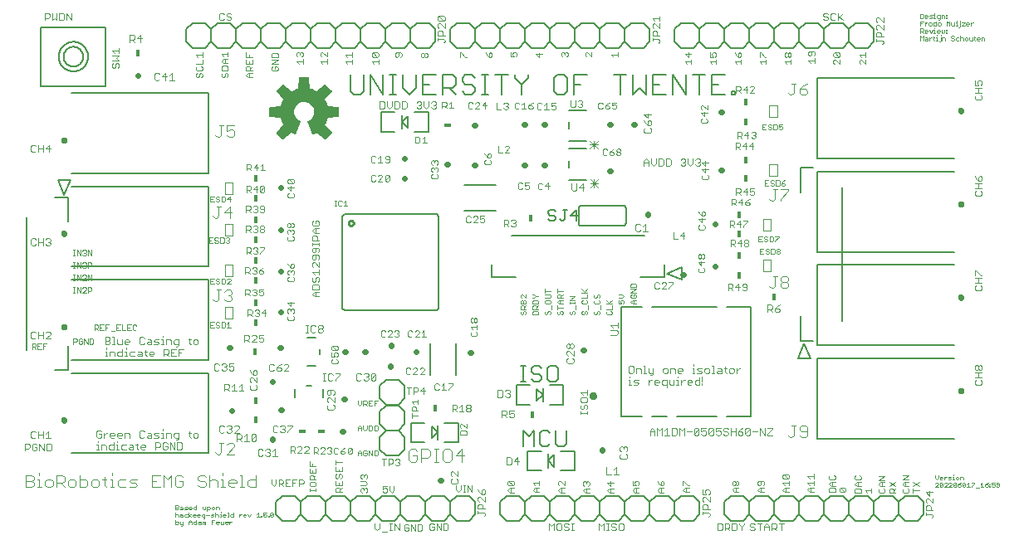
<source format=gbr>
G04 EAGLE Gerber RS-274X export*
G75*
%MOMM*%
%FSLAX34Y34*%
%LPD*%
%INSilkscreen Top*%
%IPPOS*%
%AMOC8*
5,1,8,0,0,1.08239X$1,22.5*%
G01*
%ADD10C,0.101600*%
%ADD11C,0.076200*%
%ADD12C,0.152400*%
%ADD13C,0.050800*%
%ADD14C,0.177800*%
%ADD15C,0.558800*%
%ADD16C,0.203200*%
%ADD17C,0.200000*%
%ADD18C,0.250000*%
%ADD19R,0.457200X0.762000*%
%ADD20R,0.762000X0.457200*%
%ADD21C,0.400000*%
%ADD22C,0.127000*%
%ADD23C,0.060000*%
%ADD24C,0.350000*%

G36*
X317035Y401708D02*
X317035Y401708D01*
X317143Y401718D01*
X317156Y401724D01*
X317170Y401726D01*
X317267Y401774D01*
X317366Y401819D01*
X317379Y401830D01*
X317388Y401834D01*
X317403Y401850D01*
X317480Y401912D01*
X323512Y407944D01*
X323562Y408015D01*
X323567Y408020D01*
X323569Y408023D01*
X323575Y408032D01*
X323641Y408118D01*
X323646Y408131D01*
X323654Y408143D01*
X323685Y408246D01*
X323721Y408349D01*
X323721Y408363D01*
X323725Y408376D01*
X323721Y408484D01*
X323722Y408593D01*
X323717Y408606D01*
X323717Y408620D01*
X323679Y408722D01*
X323644Y408824D01*
X323635Y408839D01*
X323631Y408848D01*
X323617Y408865D01*
X323563Y408947D01*
X316709Y417353D01*
X317747Y419239D01*
X317755Y419261D01*
X317783Y419313D01*
X318800Y421769D01*
X318806Y421792D01*
X318828Y421847D01*
X319427Y423915D01*
X330217Y425012D01*
X330321Y425040D01*
X330427Y425065D01*
X330439Y425072D01*
X330452Y425075D01*
X330542Y425136D01*
X330635Y425193D01*
X330643Y425204D01*
X330655Y425212D01*
X330721Y425298D01*
X330790Y425382D01*
X330794Y425395D01*
X330803Y425406D01*
X330837Y425509D01*
X330876Y425610D01*
X330877Y425628D01*
X330881Y425637D01*
X330881Y425659D01*
X330890Y425757D01*
X330890Y434287D01*
X330873Y434394D01*
X330859Y434502D01*
X330853Y434514D01*
X330851Y434528D01*
X330799Y434624D01*
X330752Y434721D01*
X330742Y434731D01*
X330736Y434743D01*
X330656Y434817D01*
X330580Y434894D01*
X330568Y434900D01*
X330558Y434910D01*
X330459Y434955D01*
X330362Y435003D01*
X330344Y435007D01*
X330335Y435011D01*
X330314Y435013D01*
X330217Y435032D01*
X319427Y436129D01*
X318828Y438197D01*
X318817Y438218D01*
X318800Y438275D01*
X318007Y440191D01*
X317783Y440731D01*
X317770Y440751D01*
X317747Y440805D01*
X316709Y442691D01*
X323563Y451097D01*
X323617Y451191D01*
X323674Y451283D01*
X323677Y451296D01*
X323684Y451308D01*
X323705Y451415D01*
X323730Y451520D01*
X323728Y451534D01*
X323731Y451548D01*
X323716Y451655D01*
X323706Y451763D01*
X323700Y451776D01*
X323698Y451790D01*
X323650Y451887D01*
X323605Y451986D01*
X323594Y451999D01*
X323590Y452008D01*
X323574Y452023D01*
X323512Y452100D01*
X317480Y458132D01*
X317392Y458195D01*
X317306Y458261D01*
X317293Y458266D01*
X317281Y458274D01*
X317178Y458305D01*
X317075Y458341D01*
X317061Y458341D01*
X317048Y458345D01*
X316940Y458341D01*
X316831Y458342D01*
X316818Y458337D01*
X316804Y458337D01*
X316702Y458299D01*
X316600Y458264D01*
X316585Y458255D01*
X316576Y458251D01*
X316559Y458237D01*
X316477Y458183D01*
X308071Y451329D01*
X306185Y452367D01*
X306163Y452375D01*
X306111Y452403D01*
X303655Y453420D01*
X303632Y453426D01*
X303577Y453448D01*
X301509Y454047D01*
X300412Y464837D01*
X300384Y464941D01*
X300359Y465047D01*
X300352Y465059D01*
X300349Y465072D01*
X300288Y465162D01*
X300231Y465255D01*
X300220Y465263D01*
X300212Y465275D01*
X300126Y465341D01*
X300042Y465410D01*
X300029Y465414D01*
X300018Y465423D01*
X299915Y465457D01*
X299814Y465496D01*
X299796Y465497D01*
X299787Y465501D01*
X299765Y465501D01*
X299667Y465510D01*
X291137Y465510D01*
X291030Y465493D01*
X290922Y465479D01*
X290910Y465473D01*
X290896Y465471D01*
X290800Y465419D01*
X290703Y465372D01*
X290693Y465362D01*
X290681Y465356D01*
X290607Y465276D01*
X290530Y465200D01*
X290524Y465188D01*
X290514Y465178D01*
X290469Y465079D01*
X290421Y464982D01*
X290417Y464964D01*
X290413Y464955D01*
X290411Y464934D01*
X290392Y464837D01*
X289295Y454047D01*
X287227Y453448D01*
X287206Y453437D01*
X287149Y453420D01*
X284693Y452403D01*
X284673Y452390D01*
X284619Y452367D01*
X282733Y451329D01*
X274327Y458183D01*
X274233Y458237D01*
X274141Y458294D01*
X274128Y458297D01*
X274116Y458304D01*
X274009Y458325D01*
X273904Y458350D01*
X273890Y458348D01*
X273876Y458351D01*
X273769Y458336D01*
X273661Y458326D01*
X273648Y458320D01*
X273635Y458318D01*
X273537Y458270D01*
X273438Y458225D01*
X273425Y458214D01*
X273416Y458210D01*
X273401Y458194D01*
X273324Y458132D01*
X267292Y452100D01*
X267229Y452012D01*
X267163Y451926D01*
X267158Y451913D01*
X267150Y451901D01*
X267119Y451798D01*
X267083Y451695D01*
X267083Y451681D01*
X267079Y451668D01*
X267083Y451560D01*
X267082Y451451D01*
X267087Y451438D01*
X267087Y451424D01*
X267125Y451322D01*
X267160Y451220D01*
X267169Y451205D01*
X267173Y451196D01*
X267187Y451179D01*
X267241Y451097D01*
X274095Y442691D01*
X273057Y440805D01*
X273049Y440783D01*
X273021Y440731D01*
X272004Y438275D01*
X271998Y438252D01*
X271976Y438197D01*
X271377Y436129D01*
X260587Y435032D01*
X260483Y435004D01*
X260377Y434979D01*
X260365Y434972D01*
X260352Y434969D01*
X260262Y434908D01*
X260169Y434851D01*
X260161Y434840D01*
X260149Y434832D01*
X260083Y434746D01*
X260015Y434662D01*
X260010Y434649D01*
X260001Y434638D01*
X259967Y434535D01*
X259928Y434434D01*
X259927Y434416D01*
X259923Y434407D01*
X259924Y434385D01*
X259914Y434287D01*
X259914Y425757D01*
X259931Y425650D01*
X259945Y425542D01*
X259951Y425530D01*
X259953Y425516D01*
X260005Y425420D01*
X260052Y425323D01*
X260062Y425313D01*
X260068Y425301D01*
X260148Y425227D01*
X260224Y425150D01*
X260236Y425144D01*
X260247Y425134D01*
X260345Y425089D01*
X260442Y425041D01*
X260460Y425037D01*
X260469Y425033D01*
X260490Y425031D01*
X260587Y425012D01*
X271377Y423915D01*
X271976Y421847D01*
X271987Y421826D01*
X272004Y421769D01*
X272059Y421636D01*
X272990Y419389D01*
X272990Y419388D01*
X273021Y419313D01*
X273034Y419293D01*
X273057Y419239D01*
X274095Y417353D01*
X267241Y408947D01*
X267187Y408853D01*
X267130Y408761D01*
X267127Y408748D01*
X267120Y408736D01*
X267099Y408629D01*
X267074Y408524D01*
X267076Y408510D01*
X267073Y408496D01*
X267088Y408389D01*
X267098Y408281D01*
X267104Y408268D01*
X267106Y408255D01*
X267154Y408157D01*
X267199Y408058D01*
X267210Y408045D01*
X267214Y408036D01*
X267230Y408021D01*
X267292Y407944D01*
X273324Y401912D01*
X273412Y401849D01*
X273498Y401783D01*
X273511Y401778D01*
X273523Y401770D01*
X273626Y401739D01*
X273729Y401703D01*
X273743Y401703D01*
X273756Y401699D01*
X273864Y401703D01*
X273973Y401702D01*
X273986Y401707D01*
X274000Y401707D01*
X274102Y401745D01*
X274204Y401780D01*
X274219Y401789D01*
X274228Y401793D01*
X274245Y401807D01*
X274327Y401861D01*
X282727Y408710D01*
X284014Y407978D01*
X284033Y407971D01*
X284069Y407950D01*
X285878Y407111D01*
X285916Y407101D01*
X285952Y407082D01*
X286033Y407068D01*
X286113Y407046D01*
X286153Y407048D01*
X286192Y407042D01*
X286274Y407055D01*
X286357Y407060D01*
X286394Y407075D01*
X286433Y407081D01*
X286506Y407120D01*
X286583Y407151D01*
X286613Y407177D01*
X286649Y407196D01*
X286705Y407256D01*
X286768Y407310D01*
X286788Y407345D01*
X286816Y407374D01*
X286885Y407504D01*
X291908Y419630D01*
X291934Y419742D01*
X291963Y419854D01*
X291962Y419861D01*
X291964Y419868D01*
X291952Y419982D01*
X291943Y420097D01*
X291941Y420103D01*
X291940Y420111D01*
X291892Y420215D01*
X291847Y420321D01*
X291842Y420326D01*
X291839Y420333D01*
X291761Y420417D01*
X291684Y420502D01*
X291676Y420507D01*
X291672Y420511D01*
X291659Y420518D01*
X291560Y420583D01*
X289982Y421398D01*
X288614Y422427D01*
X287438Y423671D01*
X286487Y425095D01*
X285787Y426658D01*
X285360Y428316D01*
X285216Y430018D01*
X285396Y431924D01*
X285927Y433759D01*
X286791Y435462D01*
X287958Y436974D01*
X289387Y438241D01*
X291027Y439220D01*
X292822Y439875D01*
X294707Y440183D01*
X296616Y440135D01*
X298483Y439730D01*
X300241Y438984D01*
X301829Y437923D01*
X303192Y436584D01*
X304280Y435014D01*
X305056Y433269D01*
X305492Y431409D01*
X305574Y429501D01*
X305298Y427611D01*
X304673Y425806D01*
X303723Y424149D01*
X302480Y422698D01*
X300988Y421506D01*
X299238Y420579D01*
X299149Y420512D01*
X299059Y420447D01*
X299052Y420438D01*
X299043Y420432D01*
X298981Y420339D01*
X298916Y420249D01*
X298913Y420238D01*
X298907Y420229D01*
X298878Y420122D01*
X298845Y420016D01*
X298846Y420005D01*
X298843Y419994D01*
X298849Y419882D01*
X298853Y419772D01*
X298857Y419758D01*
X298858Y419750D01*
X298865Y419732D01*
X298896Y419630D01*
X299306Y418639D01*
X300237Y416392D01*
X300237Y416391D01*
X301168Y414144D01*
X301169Y414144D01*
X302100Y411896D01*
X303031Y409648D01*
X303919Y407504D01*
X303940Y407470D01*
X303953Y407433D01*
X304004Y407367D01*
X304048Y407297D01*
X304079Y407272D01*
X304103Y407240D01*
X304172Y407195D01*
X304236Y407142D01*
X304274Y407128D01*
X304307Y407106D01*
X304387Y407085D01*
X304465Y407056D01*
X304505Y407055D01*
X304543Y407045D01*
X304626Y407051D01*
X304708Y407048D01*
X304747Y407060D01*
X304787Y407063D01*
X304926Y407111D01*
X306735Y407950D01*
X306751Y407961D01*
X306790Y407978D01*
X308077Y408710D01*
X316477Y401861D01*
X316571Y401807D01*
X316663Y401750D01*
X316676Y401747D01*
X316688Y401740D01*
X316795Y401719D01*
X316900Y401694D01*
X316914Y401696D01*
X316928Y401693D01*
X317035Y401708D01*
G37*
D10*
X307340Y43180D02*
X307340Y45383D01*
X307340Y44282D02*
X300730Y44282D01*
X300730Y45383D02*
X300730Y43180D01*
X300730Y48959D02*
X300730Y51162D01*
X300730Y48959D02*
X301832Y47858D01*
X306238Y47858D01*
X307340Y48959D01*
X307340Y51162D01*
X306238Y52264D01*
X301832Y52264D01*
X300730Y51162D01*
X300730Y54874D02*
X307340Y54874D01*
X300730Y54874D02*
X300730Y58179D01*
X301832Y59280D01*
X304035Y59280D01*
X305137Y58179D01*
X305137Y54874D01*
X305137Y57077D02*
X307340Y59280D01*
X300730Y61890D02*
X300730Y66297D01*
X300730Y61890D02*
X307340Y61890D01*
X307340Y66297D01*
X304035Y64094D02*
X304035Y61890D01*
X307340Y68907D02*
X300730Y68907D01*
X300730Y73313D01*
X304035Y71110D02*
X304035Y68907D01*
X327146Y42164D02*
X333756Y42164D01*
X327146Y42164D02*
X327146Y45469D01*
X328248Y46570D01*
X330451Y46570D01*
X331553Y45469D01*
X331553Y42164D01*
X331553Y44367D02*
X333756Y46570D01*
X327146Y49180D02*
X327146Y53587D01*
X327146Y49180D02*
X333756Y49180D01*
X333756Y53587D01*
X330451Y51384D02*
X330451Y49180D01*
X327146Y59502D02*
X328248Y60603D01*
X327146Y59502D02*
X327146Y57298D01*
X328248Y56197D01*
X329350Y56197D01*
X330451Y57298D01*
X330451Y59502D01*
X331553Y60603D01*
X332654Y60603D01*
X333756Y59502D01*
X333756Y57298D01*
X332654Y56197D01*
X327146Y63213D02*
X327146Y67620D01*
X327146Y63213D02*
X333756Y63213D01*
X333756Y67620D01*
X330451Y65416D02*
X330451Y63213D01*
X333756Y72433D02*
X327146Y72433D01*
X327146Y70230D02*
X327146Y74636D01*
X353054Y42758D02*
X354156Y41656D01*
X353054Y42758D02*
X353054Y44961D01*
X354156Y46062D01*
X355258Y46062D01*
X356359Y44961D01*
X356359Y43859D01*
X356359Y44961D02*
X357461Y46062D01*
X358562Y46062D01*
X359664Y44961D01*
X359664Y42758D01*
X358562Y41656D01*
X357461Y48672D02*
X353054Y48672D01*
X357461Y48672D02*
X359664Y50876D01*
X357461Y53079D01*
X353054Y53079D01*
X354156Y55689D02*
X353054Y56790D01*
X353054Y58994D01*
X354156Y60095D01*
X355258Y60095D01*
X356359Y58994D01*
X356359Y57892D01*
X356359Y58994D02*
X357461Y60095D01*
X358562Y60095D01*
X359664Y58994D01*
X359664Y56790D01*
X358562Y55689D01*
X375349Y48266D02*
X379756Y48266D01*
X375349Y48266D02*
X375349Y44961D01*
X377552Y46062D01*
X378654Y46062D01*
X379756Y44961D01*
X379756Y42758D01*
X378654Y41656D01*
X376451Y41656D01*
X375349Y42758D01*
X382366Y43859D02*
X382366Y48266D01*
X382366Y43859D02*
X384569Y41656D01*
X386772Y43859D01*
X386772Y48266D01*
X400594Y9404D02*
X401695Y8302D01*
X400594Y9404D02*
X398390Y9404D01*
X397289Y8302D01*
X397289Y3896D01*
X398390Y2794D01*
X400594Y2794D01*
X401695Y3896D01*
X401695Y6099D01*
X399492Y6099D01*
X404305Y2794D02*
X404305Y9404D01*
X408712Y2794D01*
X408712Y9404D01*
X411322Y9404D02*
X411322Y2794D01*
X414626Y2794D01*
X415728Y3896D01*
X415728Y8302D01*
X414626Y9404D01*
X411322Y9404D01*
X450428Y44367D02*
X450428Y48774D01*
X450428Y44367D02*
X452631Y42164D01*
X454834Y44367D01*
X454834Y48774D01*
X457444Y42164D02*
X459647Y42164D01*
X458546Y42164D02*
X458546Y48774D01*
X459647Y48774D02*
X457444Y48774D01*
X462122Y48774D02*
X462122Y42164D01*
X466528Y42164D02*
X462122Y48774D01*
X466528Y48774D02*
X466528Y42164D01*
X504864Y41656D02*
X509270Y41656D01*
X504864Y41656D02*
X502660Y43859D01*
X504864Y46062D01*
X509270Y46062D01*
X505965Y46062D02*
X505965Y41656D01*
X508168Y48672D02*
X503762Y48672D01*
X502660Y49774D01*
X502660Y51977D01*
X503762Y53079D01*
X508168Y53079D01*
X509270Y51977D01*
X509270Y49774D01*
X508168Y48672D01*
X503762Y53079D01*
X530772Y41910D02*
X535178Y41910D01*
X530772Y41910D02*
X528568Y44113D01*
X530772Y46316D01*
X535178Y46316D01*
X531873Y46316D02*
X531873Y41910D01*
X530772Y48926D02*
X528568Y51130D01*
X535178Y51130D01*
X535178Y53333D02*
X535178Y48926D01*
X556426Y41656D02*
X560832Y41656D01*
X556426Y41656D02*
X554222Y43859D01*
X556426Y46062D01*
X560832Y46062D01*
X557527Y46062D02*
X557527Y41656D01*
X560832Y48672D02*
X560832Y53079D01*
X556426Y53079D02*
X560832Y48672D01*
X556426Y53079D02*
X555324Y53079D01*
X554222Y51977D01*
X554222Y49774D01*
X555324Y48672D01*
X581826Y41402D02*
X586232Y41402D01*
X581826Y41402D02*
X579622Y43605D01*
X581826Y45808D01*
X586232Y45808D01*
X582927Y45808D02*
X582927Y41402D01*
X580724Y48418D02*
X579622Y49520D01*
X579622Y51723D01*
X580724Y52825D01*
X581826Y52825D01*
X582927Y51723D01*
X582927Y50622D01*
X582927Y51723D02*
X584029Y52825D01*
X585130Y52825D01*
X586232Y51723D01*
X586232Y49520D01*
X585130Y48418D01*
X606718Y41402D02*
X611124Y41402D01*
X606718Y41402D02*
X604514Y43605D01*
X606718Y45808D01*
X611124Y45808D01*
X607819Y45808D02*
X607819Y41402D01*
X611124Y51723D02*
X604514Y51723D01*
X607819Y48418D01*
X607819Y52825D01*
X632372Y41656D02*
X636778Y41656D01*
X632372Y41656D02*
X630168Y43859D01*
X632372Y46062D01*
X636778Y46062D01*
X633473Y46062D02*
X633473Y41656D01*
X630168Y48672D02*
X630168Y53079D01*
X630168Y48672D02*
X633473Y48672D01*
X632372Y50876D01*
X632372Y51977D01*
X633473Y53079D01*
X635676Y53079D01*
X636778Y51977D01*
X636778Y49774D01*
X635676Y48672D01*
X657772Y41656D02*
X662178Y41656D01*
X657772Y41656D02*
X655568Y43859D01*
X657772Y46062D01*
X662178Y46062D01*
X658873Y46062D02*
X658873Y41656D01*
X656670Y50876D02*
X655568Y53079D01*
X656670Y50876D02*
X658873Y48672D01*
X661076Y48672D01*
X662178Y49774D01*
X662178Y51977D01*
X661076Y53079D01*
X659975Y53079D01*
X658873Y51977D01*
X658873Y48672D01*
X683426Y41910D02*
X687832Y41910D01*
X683426Y41910D02*
X681222Y44113D01*
X683426Y46316D01*
X687832Y46316D01*
X684527Y46316D02*
X684527Y41910D01*
X681222Y48926D02*
X681222Y53333D01*
X682324Y53333D01*
X686730Y48926D01*
X687832Y48926D01*
X733972Y42164D02*
X738378Y42164D01*
X733972Y42164D02*
X731768Y44367D01*
X733972Y46570D01*
X738378Y46570D01*
X735073Y46570D02*
X735073Y42164D01*
X732870Y49180D02*
X731768Y50282D01*
X731768Y52485D01*
X732870Y53587D01*
X733972Y53587D01*
X735073Y52485D01*
X736175Y53587D01*
X737276Y53587D01*
X738378Y52485D01*
X738378Y50282D01*
X737276Y49180D01*
X736175Y49180D01*
X735073Y50282D01*
X733972Y49180D01*
X732870Y49180D01*
X735073Y50282D02*
X735073Y52485D01*
X759880Y41910D02*
X764286Y41910D01*
X759880Y41910D02*
X757676Y44113D01*
X759880Y46316D01*
X764286Y46316D01*
X760981Y46316D02*
X760981Y41910D01*
X763184Y48926D02*
X764286Y50028D01*
X764286Y52231D01*
X763184Y53333D01*
X758778Y53333D01*
X757676Y52231D01*
X757676Y50028D01*
X758778Y48926D01*
X759880Y48926D01*
X760981Y50028D01*
X760981Y53333D01*
X785280Y41910D02*
X789686Y41910D01*
X785280Y41910D02*
X783076Y44113D01*
X785280Y46316D01*
X789686Y46316D01*
X786381Y46316D02*
X786381Y41910D01*
X785280Y48926D02*
X783076Y51130D01*
X789686Y51130D01*
X789686Y53333D02*
X789686Y48926D01*
X788584Y55943D02*
X784178Y55943D01*
X783076Y57044D01*
X783076Y59248D01*
X784178Y60349D01*
X788584Y60349D01*
X789686Y59248D01*
X789686Y57044D01*
X788584Y55943D01*
X784178Y60349D01*
X810680Y42164D02*
X815086Y42164D01*
X810680Y42164D02*
X808476Y44367D01*
X810680Y46570D01*
X815086Y46570D01*
X811781Y46570D02*
X811781Y42164D01*
X810680Y49180D02*
X808476Y51384D01*
X815086Y51384D01*
X815086Y53587D02*
X815086Y49180D01*
X810680Y56197D02*
X808476Y58400D01*
X815086Y58400D01*
X815086Y56197D02*
X815086Y60603D01*
D11*
X830448Y42037D02*
X836803Y42037D01*
X836803Y45215D01*
X835744Y46274D01*
X831507Y46274D01*
X830448Y45215D01*
X830448Y42037D01*
X832566Y48586D02*
X836803Y48586D01*
X832566Y48586D02*
X830448Y50704D01*
X832566Y52823D01*
X836803Y52823D01*
X833625Y52823D02*
X833625Y48586D01*
X830448Y58312D02*
X831507Y59371D01*
X830448Y58312D02*
X830448Y56193D01*
X831507Y55134D01*
X835744Y55134D01*
X836803Y56193D01*
X836803Y58312D01*
X835744Y59371D01*
X842175Y42037D02*
X846412Y42037D01*
X842175Y42037D02*
X841116Y43096D01*
X841116Y45215D01*
X842175Y46274D01*
X846412Y46274D01*
X847471Y45215D01*
X847471Y43096D01*
X846412Y42037D01*
X842175Y46274D01*
X856610Y41529D02*
X862965Y41529D01*
X862965Y44707D01*
X861906Y45766D01*
X857669Y45766D01*
X856610Y44707D01*
X856610Y41529D01*
X858728Y48078D02*
X862965Y48078D01*
X858728Y48078D02*
X856610Y50196D01*
X858728Y52315D01*
X862965Y52315D01*
X859787Y52315D02*
X859787Y48078D01*
X856610Y57804D02*
X857669Y58863D01*
X856610Y57804D02*
X856610Y55685D01*
X857669Y54626D01*
X861906Y54626D01*
X862965Y55685D01*
X862965Y57804D01*
X861906Y58863D01*
X867278Y43647D02*
X869396Y41529D01*
X867278Y43647D02*
X873633Y43647D01*
X873633Y41529D02*
X873633Y45766D01*
X880994Y44453D02*
X882053Y45512D01*
X880994Y44453D02*
X880994Y42334D01*
X882053Y41275D01*
X886290Y41275D01*
X887349Y42334D01*
X887349Y44453D01*
X886290Y45512D01*
X887349Y47824D02*
X883112Y47824D01*
X880994Y49942D01*
X883112Y52061D01*
X887349Y52061D01*
X884171Y52061D02*
X884171Y47824D01*
X887349Y54372D02*
X880994Y54372D01*
X887349Y58609D01*
X880994Y58609D01*
X891662Y41275D02*
X898017Y41275D01*
X891662Y41275D02*
X891662Y44453D01*
X892721Y45512D01*
X894839Y45512D01*
X895899Y44453D01*
X895899Y41275D01*
X895899Y43393D02*
X898017Y45512D01*
X898017Y52061D02*
X891662Y47824D01*
X891662Y52061D02*
X898017Y47824D01*
X905378Y44707D02*
X906437Y45766D01*
X905378Y44707D02*
X905378Y42588D01*
X906437Y41529D01*
X910674Y41529D01*
X911733Y42588D01*
X911733Y44707D01*
X910674Y45766D01*
X911733Y48078D02*
X907496Y48078D01*
X905378Y50196D01*
X907496Y52315D01*
X911733Y52315D01*
X908555Y52315D02*
X908555Y48078D01*
X911733Y54626D02*
X905378Y54626D01*
X911733Y58863D01*
X905378Y58863D01*
X916046Y43647D02*
X922401Y43647D01*
X916046Y41529D02*
X916046Y45766D01*
X916046Y48078D02*
X922401Y52315D01*
X922401Y48078D02*
X916046Y52315D01*
D10*
X186008Y469609D02*
X184906Y468507D01*
X184906Y466304D01*
X186008Y465202D01*
X187110Y465202D01*
X188211Y466304D01*
X188211Y468507D01*
X189313Y469609D01*
X190414Y469609D01*
X191516Y468507D01*
X191516Y466304D01*
X190414Y465202D01*
X184906Y475524D02*
X186008Y476625D01*
X184906Y475524D02*
X184906Y473320D01*
X186008Y472219D01*
X190414Y472219D01*
X191516Y473320D01*
X191516Y475524D01*
X190414Y476625D01*
X191516Y479235D02*
X184906Y479235D01*
X191516Y479235D02*
X191516Y483642D01*
X187110Y486252D02*
X184906Y488455D01*
X191516Y488455D01*
X191516Y486252D02*
X191516Y490658D01*
X212170Y470117D02*
X211068Y469015D01*
X211068Y466812D01*
X212170Y465710D01*
X213272Y465710D01*
X214373Y466812D01*
X214373Y469015D01*
X215475Y470117D01*
X216576Y470117D01*
X217678Y469015D01*
X217678Y466812D01*
X216576Y465710D01*
X217678Y472727D02*
X211068Y472727D01*
X217678Y472727D02*
X217678Y476032D01*
X216576Y477133D01*
X212170Y477133D01*
X211068Y476032D01*
X211068Y472727D01*
X213272Y479743D02*
X217678Y479743D01*
X213272Y479743D02*
X211068Y481946D01*
X213272Y484150D01*
X217678Y484150D01*
X214373Y484150D02*
X214373Y479743D01*
X213272Y486760D02*
X211068Y488963D01*
X217678Y488963D01*
X217678Y486760D02*
X217678Y491166D01*
X238164Y465202D02*
X242570Y465202D01*
X238164Y465202D02*
X235960Y467406D01*
X238164Y469609D01*
X242570Y469609D01*
X239265Y469609D02*
X239265Y465202D01*
X242570Y472219D02*
X235960Y472219D01*
X235960Y475524D01*
X237062Y476625D01*
X239265Y476625D01*
X240367Y475524D01*
X240367Y472219D01*
X240367Y474422D02*
X242570Y476625D01*
X235960Y479235D02*
X235960Y483642D01*
X235960Y479235D02*
X242570Y479235D01*
X242570Y483642D01*
X239265Y481438D02*
X239265Y479235D01*
X242570Y486252D02*
X235960Y486252D01*
X235960Y490658D01*
X239265Y488455D02*
X239265Y486252D01*
X262122Y475270D02*
X263224Y476371D01*
X262122Y475270D02*
X262122Y473066D01*
X263224Y471965D01*
X267630Y471965D01*
X268732Y473066D01*
X268732Y475270D01*
X267630Y476371D01*
X265427Y476371D01*
X265427Y474168D01*
X268732Y478981D02*
X262122Y478981D01*
X268732Y483388D01*
X262122Y483388D01*
X262122Y485998D02*
X268732Y485998D01*
X268732Y489302D01*
X267630Y490404D01*
X263224Y490404D01*
X262122Y489302D01*
X262122Y485998D01*
X287522Y481692D02*
X289726Y479489D01*
X287522Y481692D02*
X294132Y481692D01*
X294132Y479489D02*
X294132Y483896D01*
X288624Y486506D02*
X287522Y487607D01*
X287522Y489810D01*
X288624Y490912D01*
X289726Y490912D01*
X290827Y489810D01*
X290827Y488709D01*
X290827Y489810D02*
X291929Y490912D01*
X293030Y490912D01*
X294132Y489810D01*
X294132Y487607D01*
X293030Y486506D01*
X311906Y481692D02*
X314110Y479489D01*
X311906Y481692D02*
X318516Y481692D01*
X318516Y479489D02*
X318516Y483896D01*
X318516Y486506D02*
X318516Y490912D01*
X318516Y486506D02*
X314110Y490912D01*
X313008Y490912D01*
X311906Y489810D01*
X311906Y487607D01*
X313008Y486506D01*
X337306Y481438D02*
X339510Y479235D01*
X337306Y481438D02*
X343916Y481438D01*
X343916Y479235D02*
X343916Y483642D01*
X339510Y486252D02*
X337306Y488455D01*
X343916Y488455D01*
X343916Y486252D02*
X343916Y490658D01*
X364484Y481438D02*
X366688Y479235D01*
X364484Y481438D02*
X371094Y481438D01*
X371094Y479235D02*
X371094Y483642D01*
X369992Y486252D02*
X365586Y486252D01*
X364484Y487353D01*
X364484Y489556D01*
X365586Y490658D01*
X369992Y490658D01*
X371094Y489556D01*
X371094Y487353D01*
X369992Y486252D01*
X365586Y490658D01*
X393614Y486252D02*
X394716Y487353D01*
X394716Y489556D01*
X393614Y490658D01*
X389208Y490658D01*
X388106Y489556D01*
X388106Y487353D01*
X389208Y486252D01*
X390310Y486252D01*
X391411Y487353D01*
X391411Y490658D01*
X414522Y487099D02*
X415624Y485998D01*
X414522Y487099D02*
X414522Y489302D01*
X415624Y490404D01*
X416726Y490404D01*
X417827Y489302D01*
X418929Y490404D01*
X420030Y490404D01*
X421132Y489302D01*
X421132Y487099D01*
X420030Y485998D01*
X418929Y485998D01*
X417827Y487099D01*
X416726Y485998D01*
X415624Y485998D01*
X417827Y487099D02*
X417827Y489302D01*
X454146Y490658D02*
X454146Y486252D01*
X454146Y490658D02*
X455248Y490658D01*
X459654Y486252D01*
X460756Y486252D01*
X480308Y490658D02*
X481410Y488455D01*
X483613Y486252D01*
X485816Y486252D01*
X486918Y487353D01*
X486918Y489556D01*
X485816Y490658D01*
X484715Y490658D01*
X483613Y489556D01*
X483613Y486252D01*
X505708Y486506D02*
X505708Y490912D01*
X505708Y486506D02*
X509013Y486506D01*
X507912Y488709D01*
X507912Y489810D01*
X509013Y490912D01*
X511216Y490912D01*
X512318Y489810D01*
X512318Y487607D01*
X511216Y486506D01*
X531362Y489302D02*
X537972Y489302D01*
X534667Y485998D02*
X531362Y489302D01*
X534667Y490404D02*
X534667Y485998D01*
X557524Y487607D02*
X558626Y486506D01*
X557524Y487607D02*
X557524Y489810D01*
X558626Y490912D01*
X559728Y490912D01*
X560829Y489810D01*
X560829Y488709D01*
X560829Y489810D02*
X561931Y490912D01*
X563032Y490912D01*
X564134Y489810D01*
X564134Y487607D01*
X563032Y486506D01*
X588518Y486506D02*
X588518Y490912D01*
X588518Y486506D02*
X584112Y490912D01*
X583010Y490912D01*
X581908Y489810D01*
X581908Y487607D01*
X583010Y486506D01*
X608324Y488709D02*
X610528Y486506D01*
X608324Y488709D02*
X614934Y488709D01*
X614934Y486506D02*
X614934Y490912D01*
X683508Y481438D02*
X685712Y479235D01*
X683508Y481438D02*
X690118Y481438D01*
X690118Y479235D02*
X690118Y483642D01*
X690118Y489556D02*
X683508Y489556D01*
X686813Y486252D01*
X686813Y490658D01*
X708908Y481438D02*
X711112Y479235D01*
X708908Y481438D02*
X715518Y481438D01*
X715518Y479235D02*
X715518Y483642D01*
X708908Y486252D02*
X708908Y490658D01*
X708908Y486252D02*
X712213Y486252D01*
X711112Y488455D01*
X711112Y489556D01*
X712213Y490658D01*
X714416Y490658D01*
X715518Y489556D01*
X715518Y487353D01*
X714416Y486252D01*
X734308Y481438D02*
X736512Y479235D01*
X734308Y481438D02*
X740918Y481438D01*
X740918Y479235D02*
X740918Y483642D01*
X735410Y488455D02*
X734308Y490658D01*
X735410Y488455D02*
X737613Y486252D01*
X739816Y486252D01*
X740918Y487353D01*
X740918Y489556D01*
X739816Y490658D01*
X738715Y490658D01*
X737613Y489556D01*
X737613Y486252D01*
X759708Y481438D02*
X761912Y479235D01*
X759708Y481438D02*
X766318Y481438D01*
X766318Y479235D02*
X766318Y483642D01*
X759708Y486252D02*
X759708Y490658D01*
X760810Y490658D01*
X765216Y486252D01*
X766318Y486252D01*
X785108Y481438D02*
X787312Y479235D01*
X785108Y481438D02*
X791718Y481438D01*
X791718Y479235D02*
X791718Y483642D01*
X786210Y486252D02*
X785108Y487353D01*
X785108Y489556D01*
X786210Y490658D01*
X787312Y490658D01*
X788413Y489556D01*
X789515Y490658D01*
X790616Y490658D01*
X791718Y489556D01*
X791718Y487353D01*
X790616Y486252D01*
X789515Y486252D01*
X788413Y487353D01*
X787312Y486252D01*
X786210Y486252D01*
X788413Y487353D02*
X788413Y489556D01*
X809492Y482454D02*
X811696Y480251D01*
X809492Y482454D02*
X816102Y482454D01*
X816102Y480251D02*
X816102Y484658D01*
X815000Y487268D02*
X816102Y488369D01*
X816102Y490572D01*
X815000Y491674D01*
X810594Y491674D01*
X809492Y490572D01*
X809492Y488369D01*
X810594Y487268D01*
X811696Y487268D01*
X812797Y488369D01*
X812797Y491674D01*
X841502Y483642D02*
X841502Y479235D01*
X837096Y483642D01*
X835994Y483642D01*
X834892Y482540D01*
X834892Y480337D01*
X835994Y479235D01*
X835994Y486252D02*
X840400Y486252D01*
X835994Y486252D02*
X834892Y487353D01*
X834892Y489556D01*
X835994Y490658D01*
X840400Y490658D01*
X841502Y489556D01*
X841502Y487353D01*
X840400Y486252D01*
X835994Y490658D01*
X867918Y483642D02*
X867918Y479235D01*
X863512Y483642D01*
X862410Y483642D01*
X861308Y482540D01*
X861308Y480337D01*
X862410Y479235D01*
X863512Y486252D02*
X861308Y488455D01*
X867918Y488455D01*
X867918Y486252D02*
X867918Y490658D01*
X426756Y9912D02*
X427857Y8810D01*
X426756Y9912D02*
X424552Y9912D01*
X423451Y8810D01*
X423451Y4404D01*
X424552Y3302D01*
X426756Y3302D01*
X427857Y4404D01*
X427857Y6607D01*
X425654Y6607D01*
X430467Y3302D02*
X430467Y9912D01*
X434874Y3302D01*
X434874Y9912D01*
X437484Y9912D02*
X437484Y3302D01*
X440788Y3302D01*
X441890Y4404D01*
X441890Y8810D01*
X440788Y9912D01*
X437484Y9912D01*
X262393Y50359D02*
X262393Y54766D01*
X262393Y50359D02*
X264596Y48156D01*
X266799Y50359D01*
X266799Y54766D01*
X269409Y54766D02*
X269409Y48156D01*
X269409Y54766D02*
X272714Y54766D01*
X273815Y53664D01*
X273815Y51461D01*
X272714Y50359D01*
X269409Y50359D01*
X271612Y50359D02*
X273815Y48156D01*
X276425Y54766D02*
X280832Y54766D01*
X276425Y54766D02*
X276425Y48156D01*
X280832Y48156D01*
X278629Y51461D02*
X276425Y51461D01*
X283442Y48156D02*
X283442Y54766D01*
X287848Y54766D01*
X285645Y51461D02*
X283442Y51461D01*
X290458Y48156D02*
X290458Y54766D01*
X293763Y54766D01*
X294865Y53664D01*
X294865Y51461D01*
X293763Y50359D01*
X290458Y50359D01*
D11*
X545211Y10293D02*
X545211Y2921D01*
X547668Y7836D02*
X545211Y10293D01*
X547668Y7836D02*
X550126Y10293D01*
X550126Y2921D01*
X553924Y10293D02*
X556381Y10293D01*
X553924Y10293D02*
X552695Y9065D01*
X552695Y4150D01*
X553924Y2921D01*
X556381Y2921D01*
X557610Y4150D01*
X557610Y9065D01*
X556381Y10293D01*
X563865Y10293D02*
X565094Y9065D01*
X563865Y10293D02*
X561408Y10293D01*
X560179Y9065D01*
X560179Y7836D01*
X561408Y6607D01*
X563865Y6607D01*
X565094Y5378D01*
X565094Y4150D01*
X563865Y2921D01*
X561408Y2921D01*
X560179Y4150D01*
X567663Y2921D02*
X570121Y2921D01*
X568892Y2921D02*
X568892Y10293D01*
X567663Y10293D02*
X570121Y10293D01*
X596011Y10293D02*
X596011Y2921D01*
X598468Y7836D02*
X596011Y10293D01*
X598468Y7836D02*
X600926Y10293D01*
X600926Y2921D01*
X603495Y2921D02*
X605953Y2921D01*
X604724Y2921D02*
X604724Y10293D01*
X603495Y10293D02*
X605953Y10293D01*
X612171Y10293D02*
X613399Y9065D01*
X612171Y10293D02*
X609713Y10293D01*
X608485Y9065D01*
X608485Y7836D01*
X609713Y6607D01*
X612171Y6607D01*
X613399Y5378D01*
X613399Y4150D01*
X612171Y2921D01*
X609713Y2921D01*
X608485Y4150D01*
X617197Y10293D02*
X619655Y10293D01*
X617197Y10293D02*
X615969Y9065D01*
X615969Y4150D01*
X617197Y2921D01*
X619655Y2921D01*
X620884Y4150D01*
X620884Y9065D01*
X619655Y10293D01*
X716661Y10293D02*
X716661Y2921D01*
X720347Y2921D01*
X721576Y4150D01*
X721576Y9065D01*
X720347Y10293D01*
X716661Y10293D01*
X724145Y10293D02*
X724145Y2921D01*
X724145Y10293D02*
X727831Y10293D01*
X729060Y9065D01*
X729060Y6607D01*
X727831Y5378D01*
X724145Y5378D01*
X726603Y5378D02*
X729060Y2921D01*
X731629Y2921D02*
X731629Y10293D01*
X731629Y2921D02*
X735315Y2921D01*
X736544Y4150D01*
X736544Y9065D01*
X735315Y10293D01*
X731629Y10293D01*
X739113Y10293D02*
X739113Y9065D01*
X741571Y6607D01*
X744028Y9065D01*
X744028Y10293D01*
X741571Y6607D02*
X741571Y2921D01*
X753367Y10293D02*
X754596Y9065D01*
X753367Y10293D02*
X750910Y10293D01*
X749681Y9065D01*
X749681Y7836D01*
X750910Y6607D01*
X753367Y6607D01*
X754596Y5378D01*
X754596Y4150D01*
X753367Y2921D01*
X750910Y2921D01*
X749681Y4150D01*
X759623Y2921D02*
X759623Y10293D01*
X762080Y10293D02*
X757165Y10293D01*
X764649Y7836D02*
X764649Y2921D01*
X764649Y7836D02*
X767107Y10293D01*
X769564Y7836D01*
X769564Y2921D01*
X769564Y6607D02*
X764649Y6607D01*
X772133Y2921D02*
X772133Y10293D01*
X775820Y10293D01*
X777048Y9065D01*
X777048Y6607D01*
X775820Y5378D01*
X772133Y5378D01*
X774591Y5378D02*
X777048Y2921D01*
X782075Y2921D02*
X782075Y10293D01*
X779618Y10293D02*
X784532Y10293D01*
X367411Y10293D02*
X367411Y5378D01*
X369868Y2921D01*
X372326Y5378D01*
X372326Y10293D01*
X374895Y1692D02*
X379810Y1692D01*
X382379Y2921D02*
X384837Y2921D01*
X383608Y2921D02*
X383608Y10293D01*
X382379Y10293D02*
X384837Y10293D01*
X387369Y10293D02*
X387369Y2921D01*
X392284Y2921D02*
X387369Y10293D01*
X392284Y10293D02*
X392284Y2921D01*
X829526Y529765D02*
X828297Y530993D01*
X825840Y530993D01*
X824611Y529765D01*
X824611Y528536D01*
X825840Y527307D01*
X828297Y527307D01*
X829526Y526078D01*
X829526Y524850D01*
X828297Y523621D01*
X825840Y523621D01*
X824611Y524850D01*
X835781Y530993D02*
X837010Y529765D01*
X835781Y530993D02*
X833324Y530993D01*
X832095Y529765D01*
X832095Y524850D01*
X833324Y523621D01*
X835781Y523621D01*
X837010Y524850D01*
X839579Y523621D02*
X839579Y530993D01*
X839579Y526078D02*
X844494Y530993D01*
X840808Y527307D02*
X844494Y523621D01*
X213576Y529765D02*
X212347Y530993D01*
X209890Y530993D01*
X208661Y529765D01*
X208661Y524850D01*
X209890Y523621D01*
X212347Y523621D01*
X213576Y524850D01*
X219831Y530993D02*
X221060Y529765D01*
X219831Y530993D02*
X217374Y530993D01*
X216145Y529765D01*
X216145Y528536D01*
X217374Y527307D01*
X219831Y527307D01*
X221060Y526078D01*
X221060Y524850D01*
X219831Y523621D01*
X217374Y523621D01*
X216145Y524850D01*
D12*
X518922Y104662D02*
X518922Y88392D01*
X524345Y99239D02*
X518922Y104662D01*
X524345Y99239D02*
X529769Y104662D01*
X529769Y88392D01*
X543429Y104662D02*
X546140Y101950D01*
X543429Y104662D02*
X538005Y104662D01*
X535294Y101950D01*
X535294Y91104D01*
X538005Y88392D01*
X543429Y88392D01*
X546140Y91104D01*
X551665Y91104D02*
X551665Y104662D01*
X551665Y91104D02*
X554377Y88392D01*
X559800Y88392D01*
X562512Y91104D01*
X562512Y104662D01*
X521328Y154432D02*
X515904Y154432D01*
X518616Y154432D02*
X518616Y170702D01*
X515904Y170702D02*
X521328Y170702D01*
X534954Y170702D02*
X537665Y167990D01*
X534954Y170702D02*
X529530Y170702D01*
X526819Y167990D01*
X526819Y165279D01*
X529530Y162567D01*
X534954Y162567D01*
X537665Y159855D01*
X537665Y157144D01*
X534954Y154432D01*
X529530Y154432D01*
X526819Y157144D01*
X545902Y170702D02*
X551325Y170702D01*
X545902Y170702D02*
X543190Y167990D01*
X543190Y157144D01*
X545902Y154432D01*
X551325Y154432D01*
X554037Y157144D01*
X554037Y167990D01*
X551325Y170702D01*
D10*
X410641Y83914D02*
X408438Y86117D01*
X404031Y86117D01*
X401828Y83914D01*
X401828Y75101D01*
X404031Y72898D01*
X408438Y72898D01*
X410641Y75101D01*
X410641Y79508D01*
X406234Y79508D01*
X414925Y86117D02*
X414925Y72898D01*
X414925Y86117D02*
X421535Y86117D01*
X423738Y83914D01*
X423738Y79508D01*
X421535Y77304D01*
X414925Y77304D01*
X428023Y72898D02*
X432429Y72898D01*
X430226Y72898D02*
X430226Y86117D01*
X428023Y86117D02*
X432429Y86117D01*
X438957Y86117D02*
X443364Y86117D01*
X438957Y86117D02*
X436754Y83914D01*
X436754Y75101D01*
X438957Y72898D01*
X443364Y72898D01*
X445567Y75101D01*
X445567Y83914D01*
X443364Y86117D01*
X456461Y86117D02*
X456461Y72898D01*
X449851Y79508D02*
X456461Y86117D01*
X458664Y79508D02*
X449851Y79508D01*
D13*
X349912Y131912D02*
X349912Y135641D01*
X349912Y131912D02*
X351776Y130048D01*
X353640Y131912D01*
X353640Y135641D01*
X355525Y135641D02*
X355525Y130048D01*
X355525Y135641D02*
X358321Y135641D01*
X359253Y134709D01*
X359253Y132844D01*
X358321Y131912D01*
X355525Y131912D01*
X357389Y131912D02*
X359253Y130048D01*
X361138Y135641D02*
X364866Y135641D01*
X361138Y135641D02*
X361138Y130048D01*
X364866Y130048D01*
X363002Y132844D02*
X361138Y132844D01*
X366751Y130048D02*
X366751Y135641D01*
X370479Y135641D01*
X368615Y132844D02*
X366751Y132844D01*
X349912Y108377D02*
X349912Y104648D01*
X349912Y108377D02*
X351776Y110241D01*
X353640Y108377D01*
X353640Y104648D01*
X353640Y107444D02*
X349912Y107444D01*
X355525Y106512D02*
X355525Y110241D01*
X355525Y106512D02*
X357389Y104648D01*
X359253Y106512D01*
X359253Y110241D01*
X361138Y110241D02*
X361138Y104648D01*
X363934Y104648D01*
X364866Y105580D01*
X364866Y109309D01*
X363934Y110241D01*
X361138Y110241D01*
X366751Y110241D02*
X366751Y104648D01*
X369547Y104648D01*
X370479Y105580D01*
X370479Y109309D01*
X369547Y110241D01*
X366751Y110241D01*
X349912Y82977D02*
X349912Y79248D01*
X349912Y82977D02*
X351776Y84841D01*
X353640Y82977D01*
X353640Y79248D01*
X353640Y82044D02*
X349912Y82044D01*
X358321Y84841D02*
X359253Y83909D01*
X358321Y84841D02*
X356457Y84841D01*
X355525Y83909D01*
X355525Y80180D01*
X356457Y79248D01*
X358321Y79248D01*
X359253Y80180D01*
X359253Y82044D01*
X357389Y82044D01*
X361138Y79248D02*
X361138Y84841D01*
X364866Y79248D01*
X364866Y84841D01*
X366751Y84841D02*
X366751Y79248D01*
X369547Y79248D01*
X370479Y80180D01*
X370479Y83909D01*
X369547Y84841D01*
X366751Y84841D01*
D11*
X641731Y375031D02*
X641731Y379946D01*
X644188Y382403D01*
X646646Y379946D01*
X646646Y375031D01*
X646646Y378717D02*
X641731Y378717D01*
X649215Y377488D02*
X649215Y382403D01*
X649215Y377488D02*
X651673Y375031D01*
X654130Y377488D01*
X654130Y382403D01*
X656699Y382403D02*
X656699Y375031D01*
X660385Y375031D01*
X661614Y376260D01*
X661614Y381175D01*
X660385Y382403D01*
X656699Y382403D01*
X664183Y382403D02*
X664183Y375031D01*
X667870Y375031D01*
X669098Y376260D01*
X669098Y381175D01*
X667870Y382403D01*
X664183Y382403D01*
X679152Y381175D02*
X680380Y382403D01*
X682838Y382403D01*
X684067Y381175D01*
X684067Y379946D01*
X682838Y378717D01*
X681609Y378717D01*
X682838Y378717D02*
X684067Y377488D01*
X684067Y376260D01*
X682838Y375031D01*
X680380Y375031D01*
X679152Y376260D01*
X686636Y377488D02*
X686636Y382403D01*
X686636Y377488D02*
X689093Y375031D01*
X691551Y377488D01*
X691551Y382403D01*
X694120Y381175D02*
X695349Y382403D01*
X697806Y382403D01*
X699035Y381175D01*
X699035Y379946D01*
X697806Y378717D01*
X696578Y378717D01*
X697806Y378717D02*
X699035Y377488D01*
X699035Y376260D01*
X697806Y375031D01*
X695349Y375031D01*
X694120Y376260D01*
X372491Y433451D02*
X372491Y440823D01*
X372491Y433451D02*
X376177Y433451D01*
X377406Y434680D01*
X377406Y439595D01*
X376177Y440823D01*
X372491Y440823D01*
X379975Y440823D02*
X379975Y435908D01*
X382433Y433451D01*
X384890Y435908D01*
X384890Y440823D01*
X387459Y440823D02*
X387459Y433451D01*
X391145Y433451D01*
X392374Y434680D01*
X392374Y439595D01*
X391145Y440823D01*
X387459Y440823D01*
X394943Y440823D02*
X394943Y433451D01*
X398630Y433451D01*
X399858Y434680D01*
X399858Y439595D01*
X398630Y440823D01*
X394943Y440823D01*
X409912Y439595D02*
X411140Y440823D01*
X413598Y440823D01*
X414827Y439595D01*
X414827Y438366D01*
X413598Y437137D01*
X412369Y437137D01*
X413598Y437137D02*
X414827Y435908D01*
X414827Y434680D01*
X413598Y433451D01*
X411140Y433451D01*
X409912Y434680D01*
X417396Y435908D02*
X417396Y440823D01*
X417396Y435908D02*
X419853Y433451D01*
X422311Y435908D01*
X422311Y440823D01*
X424880Y439595D02*
X426109Y440823D01*
X428566Y440823D01*
X429795Y439595D01*
X429795Y438366D01*
X428566Y437137D01*
X427338Y437137D01*
X428566Y437137D02*
X429795Y435908D01*
X429795Y434680D01*
X428566Y433451D01*
X426109Y433451D01*
X424880Y434680D01*
X568071Y357003D02*
X568071Y350860D01*
X569300Y349631D01*
X571757Y349631D01*
X572986Y350860D01*
X572986Y357003D01*
X579241Y357003D02*
X579241Y349631D01*
X575555Y353317D02*
X579241Y357003D01*
X580470Y353317D02*
X575555Y353317D01*
X566801Y435950D02*
X566801Y442093D01*
X566801Y435950D02*
X568030Y434721D01*
X570487Y434721D01*
X571716Y435950D01*
X571716Y442093D01*
X574285Y440865D02*
X575514Y442093D01*
X577971Y442093D01*
X579200Y440865D01*
X579200Y439636D01*
X577971Y438407D01*
X576743Y438407D01*
X577971Y438407D02*
X579200Y437178D01*
X579200Y435950D01*
X577971Y434721D01*
X575514Y434721D01*
X574285Y435950D01*
X10541Y91573D02*
X10541Y84201D01*
X10541Y91573D02*
X14227Y91573D01*
X15456Y90345D01*
X15456Y87887D01*
X14227Y86658D01*
X10541Y86658D01*
X21711Y91573D02*
X22940Y90345D01*
X21711Y91573D02*
X19254Y91573D01*
X18025Y90345D01*
X18025Y85430D01*
X19254Y84201D01*
X21711Y84201D01*
X22940Y85430D01*
X22940Y87887D01*
X20483Y87887D01*
X25509Y84201D02*
X25509Y91573D01*
X30424Y84201D01*
X30424Y91573D01*
X32993Y91573D02*
X32993Y84201D01*
X36680Y84201D01*
X37908Y85430D01*
X37908Y90345D01*
X36680Y91573D01*
X32993Y91573D01*
X21806Y103045D02*
X20577Y104273D01*
X18120Y104273D01*
X16891Y103045D01*
X16891Y98130D01*
X18120Y96901D01*
X20577Y96901D01*
X21806Y98130D01*
X24375Y96901D02*
X24375Y104273D01*
X24375Y100587D02*
X29290Y100587D01*
X29290Y104273D02*
X29290Y96901D01*
X31859Y101816D02*
X34317Y104273D01*
X34317Y96901D01*
X36774Y96901D02*
X31859Y96901D01*
X21806Y204645D02*
X20577Y205873D01*
X18120Y205873D01*
X16891Y204645D01*
X16891Y199730D01*
X18120Y198501D01*
X20577Y198501D01*
X21806Y199730D01*
X24375Y198501D02*
X24375Y205873D01*
X24375Y202187D02*
X29290Y202187D01*
X29290Y205873D02*
X29290Y198501D01*
X31859Y198501D02*
X36774Y198501D01*
X31859Y198501D02*
X36774Y203416D01*
X36774Y204645D01*
X35545Y205873D01*
X33088Y205873D01*
X31859Y204645D01*
X21806Y299895D02*
X20577Y301123D01*
X18120Y301123D01*
X16891Y299895D01*
X16891Y294980D01*
X18120Y293751D01*
X20577Y293751D01*
X21806Y294980D01*
X24375Y293751D02*
X24375Y301123D01*
X24375Y297437D02*
X29290Y297437D01*
X29290Y301123D02*
X29290Y293751D01*
X31859Y299895D02*
X33088Y301123D01*
X35545Y301123D01*
X36774Y299895D01*
X36774Y298666D01*
X35545Y297437D01*
X34317Y297437D01*
X35545Y297437D02*
X36774Y296208D01*
X36774Y294980D01*
X35545Y293751D01*
X33088Y293751D01*
X31859Y294980D01*
X21806Y395145D02*
X20577Y396373D01*
X18120Y396373D01*
X16891Y395145D01*
X16891Y390230D01*
X18120Y389001D01*
X20577Y389001D01*
X21806Y390230D01*
X24375Y389001D02*
X24375Y396373D01*
X24375Y392687D02*
X29290Y392687D01*
X29290Y396373D02*
X29290Y389001D01*
X35545Y389001D02*
X35545Y396373D01*
X31859Y392687D01*
X36774Y392687D01*
X979037Y446027D02*
X980265Y447256D01*
X979037Y446027D02*
X979037Y443570D01*
X980265Y442341D01*
X985180Y442341D01*
X986409Y443570D01*
X986409Y446027D01*
X985180Y447256D01*
X986409Y449825D02*
X979037Y449825D01*
X982723Y449825D02*
X982723Y454740D01*
X979037Y454740D02*
X986409Y454740D01*
X979037Y457309D02*
X979037Y462224D01*
X979037Y457309D02*
X982723Y457309D01*
X981494Y459767D01*
X981494Y460995D01*
X982723Y462224D01*
X985180Y462224D01*
X986409Y460995D01*
X986409Y458538D01*
X985180Y457309D01*
X980265Y349466D02*
X979037Y348237D01*
X979037Y345780D01*
X980265Y344551D01*
X985180Y344551D01*
X986409Y345780D01*
X986409Y348237D01*
X985180Y349466D01*
X986409Y352035D02*
X979037Y352035D01*
X982723Y352035D02*
X982723Y356950D01*
X979037Y356950D02*
X986409Y356950D01*
X980265Y361977D02*
X979037Y364434D01*
X980265Y361977D02*
X982723Y359519D01*
X985180Y359519D01*
X986409Y360748D01*
X986409Y363205D01*
X985180Y364434D01*
X983952Y364434D01*
X982723Y363205D01*
X982723Y359519D01*
X980265Y252946D02*
X979037Y251717D01*
X979037Y249260D01*
X980265Y248031D01*
X985180Y248031D01*
X986409Y249260D01*
X986409Y251717D01*
X985180Y252946D01*
X986409Y255515D02*
X979037Y255515D01*
X982723Y255515D02*
X982723Y260430D01*
X979037Y260430D02*
X986409Y260430D01*
X979037Y262999D02*
X979037Y267914D01*
X980265Y267914D01*
X985180Y262999D01*
X986409Y262999D01*
X980265Y156426D02*
X979037Y155197D01*
X979037Y152740D01*
X980265Y151511D01*
X985180Y151511D01*
X986409Y152740D01*
X986409Y155197D01*
X985180Y156426D01*
X986409Y158995D02*
X979037Y158995D01*
X982723Y158995D02*
X982723Y163910D01*
X979037Y163910D02*
X986409Y163910D01*
X980265Y166479D02*
X979037Y167708D01*
X979037Y170165D01*
X980265Y171394D01*
X981494Y171394D01*
X982723Y170165D01*
X983952Y171394D01*
X985180Y171394D01*
X986409Y170165D01*
X986409Y167708D01*
X985180Y166479D01*
X983952Y166479D01*
X982723Y167708D01*
X981494Y166479D01*
X980265Y166479D01*
X982723Y167708D02*
X982723Y170165D01*
X11811Y59319D02*
X11811Y47371D01*
X11811Y59319D02*
X17785Y59319D01*
X19776Y57328D01*
X19776Y55336D01*
X17785Y53345D01*
X19776Y51354D01*
X19776Y49362D01*
X17785Y47371D01*
X11811Y47371D01*
X11811Y53345D02*
X17785Y53345D01*
X23505Y55336D02*
X25496Y55336D01*
X25496Y47371D01*
X23505Y47371D02*
X27488Y47371D01*
X25496Y59319D02*
X25496Y61311D01*
X33292Y47371D02*
X37275Y47371D01*
X39266Y49362D01*
X39266Y53345D01*
X37275Y55336D01*
X33292Y55336D01*
X31301Y53345D01*
X31301Y49362D01*
X33292Y47371D01*
X42995Y47371D02*
X42995Y59319D01*
X48969Y59319D01*
X50960Y57328D01*
X50960Y53345D01*
X48969Y51354D01*
X42995Y51354D01*
X46978Y51354D02*
X50960Y47371D01*
X56680Y47371D02*
X60663Y47371D01*
X62654Y49362D01*
X62654Y53345D01*
X60663Y55336D01*
X56680Y55336D01*
X54689Y53345D01*
X54689Y49362D01*
X56680Y47371D01*
X66383Y47371D02*
X66383Y59319D01*
X66383Y47371D02*
X72357Y47371D01*
X74348Y49362D01*
X74348Y53345D01*
X72357Y55336D01*
X66383Y55336D01*
X80068Y47371D02*
X84051Y47371D01*
X86042Y49362D01*
X86042Y53345D01*
X84051Y55336D01*
X80068Y55336D01*
X78077Y53345D01*
X78077Y49362D01*
X80068Y47371D01*
X91762Y49362D02*
X91762Y57328D01*
X91762Y49362D02*
X93754Y47371D01*
X93754Y55336D02*
X89771Y55336D01*
X97567Y55336D02*
X99558Y55336D01*
X99558Y47371D01*
X97567Y47371D02*
X101549Y47371D01*
X99558Y59319D02*
X99558Y61311D01*
X107354Y55336D02*
X113328Y55336D01*
X107354Y55336D02*
X105363Y53345D01*
X105363Y49362D01*
X107354Y47371D01*
X113328Y47371D01*
X117057Y47371D02*
X123031Y47371D01*
X125022Y49362D01*
X123031Y51354D01*
X119048Y51354D01*
X117057Y53345D01*
X119048Y55336D01*
X125022Y55336D01*
X140445Y59319D02*
X148410Y59319D01*
X140445Y59319D02*
X140445Y47371D01*
X148410Y47371D01*
X144427Y53345D02*
X140445Y53345D01*
X152139Y47371D02*
X152139Y59319D01*
X156121Y55336D01*
X160104Y59319D01*
X160104Y47371D01*
X171798Y57328D02*
X169807Y59319D01*
X165824Y59319D01*
X163833Y57328D01*
X163833Y49362D01*
X165824Y47371D01*
X169807Y47371D01*
X171798Y49362D01*
X171798Y53345D01*
X167815Y53345D01*
X193195Y59319D02*
X195186Y57328D01*
X193195Y59319D02*
X189212Y59319D01*
X187221Y57328D01*
X187221Y55336D01*
X189212Y53345D01*
X193195Y53345D01*
X195186Y51354D01*
X195186Y49362D01*
X193195Y47371D01*
X189212Y47371D01*
X187221Y49362D01*
X198914Y47371D02*
X198914Y59319D01*
X200906Y55336D02*
X198914Y53345D01*
X200906Y55336D02*
X204889Y55336D01*
X206880Y53345D01*
X206880Y47371D01*
X210608Y55336D02*
X212600Y55336D01*
X212600Y47371D01*
X214591Y47371D02*
X210608Y47371D01*
X212600Y59319D02*
X212600Y61311D01*
X220396Y47371D02*
X224379Y47371D01*
X220396Y47371D02*
X218404Y49362D01*
X218404Y53345D01*
X220396Y55336D01*
X224379Y55336D01*
X226370Y53345D01*
X226370Y51354D01*
X218404Y51354D01*
X230098Y59319D02*
X232090Y59319D01*
X232090Y47371D01*
X234081Y47371D02*
X230098Y47371D01*
X245860Y47371D02*
X245860Y59319D01*
X245860Y47371D02*
X239886Y47371D01*
X237894Y49362D01*
X237894Y53345D01*
X239886Y55336D01*
X245860Y55336D01*
D13*
X515869Y225912D02*
X516801Y226844D01*
X515869Y225912D02*
X515869Y224047D01*
X516801Y223115D01*
X517734Y223115D01*
X518666Y224047D01*
X518666Y225912D01*
X519598Y226844D01*
X520530Y226844D01*
X521462Y225912D01*
X521462Y224047D01*
X520530Y223115D01*
X521462Y228728D02*
X515869Y228728D01*
X515869Y231525D01*
X516801Y232457D01*
X518666Y232457D01*
X519598Y231525D01*
X519598Y228728D01*
X519598Y230593D02*
X521462Y232457D01*
X521462Y234342D02*
X515869Y234342D01*
X515869Y237138D01*
X516801Y238070D01*
X517734Y238070D01*
X518666Y237138D01*
X519598Y238070D01*
X520530Y238070D01*
X521462Y237138D01*
X521462Y234342D01*
X518666Y234342D02*
X518666Y237138D01*
X521462Y239955D02*
X521462Y243683D01*
X521462Y239955D02*
X517734Y243683D01*
X516801Y243683D01*
X515869Y242751D01*
X515869Y240887D01*
X516801Y239955D01*
X528366Y223115D02*
X533959Y223115D01*
X533959Y225912D01*
X533027Y226844D01*
X529298Y226844D01*
X528366Y225912D01*
X528366Y223115D01*
X528366Y228728D02*
X533959Y228728D01*
X528366Y228728D02*
X528366Y231525D01*
X529298Y232457D01*
X531162Y232457D01*
X532095Y231525D01*
X532095Y228728D01*
X532095Y230593D02*
X533959Y232457D01*
X533959Y234342D02*
X528366Y234342D01*
X533959Y234342D02*
X533959Y237138D01*
X533027Y238070D01*
X529298Y238070D01*
X528366Y237138D01*
X528366Y234342D01*
X528366Y239955D02*
X529298Y239955D01*
X531162Y241819D01*
X529298Y243683D01*
X528366Y243683D01*
X531162Y241819D02*
X533959Y241819D01*
X541795Y226844D02*
X540863Y225912D01*
X540863Y224047D01*
X541795Y223115D01*
X542727Y223115D01*
X543659Y224047D01*
X543659Y225912D01*
X544591Y226844D01*
X545523Y226844D01*
X546456Y225912D01*
X546456Y224047D01*
X545523Y223115D01*
X547388Y228728D02*
X547388Y232457D01*
X540863Y235274D02*
X540863Y237138D01*
X540863Y235274D02*
X541795Y234342D01*
X545523Y234342D01*
X546456Y235274D01*
X546456Y237138D01*
X545523Y238070D01*
X541795Y238070D01*
X540863Y237138D01*
X540863Y239955D02*
X545523Y239955D01*
X546456Y240887D01*
X546456Y242751D01*
X545523Y243683D01*
X540863Y243683D01*
X540863Y247432D02*
X546456Y247432D01*
X540863Y245568D02*
X540863Y249296D01*
X554292Y226844D02*
X553360Y225912D01*
X553360Y224047D01*
X554292Y223115D01*
X555224Y223115D01*
X556156Y224047D01*
X556156Y225912D01*
X557088Y226844D01*
X558020Y226844D01*
X558952Y225912D01*
X558952Y224047D01*
X558020Y223115D01*
X558952Y230593D02*
X553360Y230593D01*
X553360Y232457D02*
X553360Y228728D01*
X555224Y234342D02*
X558952Y234342D01*
X555224Y234342D02*
X553360Y236206D01*
X555224Y238070D01*
X558952Y238070D01*
X556156Y238070D02*
X556156Y234342D01*
X558952Y239955D02*
X553360Y239955D01*
X553360Y242751D01*
X554292Y243683D01*
X556156Y243683D01*
X557088Y242751D01*
X557088Y239955D01*
X557088Y241819D02*
X558952Y243683D01*
X558952Y247432D02*
X553360Y247432D01*
X553360Y245568D02*
X553360Y249296D01*
X566789Y226844D02*
X565856Y225912D01*
X565856Y224047D01*
X566789Y223115D01*
X567721Y223115D01*
X568653Y224047D01*
X568653Y225912D01*
X569585Y226844D01*
X570517Y226844D01*
X571449Y225912D01*
X571449Y224047D01*
X570517Y223115D01*
X572381Y228728D02*
X572381Y232457D01*
X571449Y234342D02*
X571449Y236206D01*
X571449Y235274D02*
X565856Y235274D01*
X565856Y234342D02*
X565856Y236206D01*
X565856Y238084D02*
X571449Y238084D01*
X571449Y241812D02*
X565856Y238084D01*
X565856Y241812D02*
X571449Y241812D01*
X579285Y226844D02*
X578353Y225912D01*
X578353Y224047D01*
X579285Y223115D01*
X580217Y223115D01*
X581150Y224047D01*
X581150Y225912D01*
X582082Y226844D01*
X583014Y226844D01*
X583946Y225912D01*
X583946Y224047D01*
X583014Y223115D01*
X584878Y228728D02*
X584878Y232457D01*
X579285Y238070D02*
X578353Y237138D01*
X578353Y235274D01*
X579285Y234342D01*
X583014Y234342D01*
X583946Y235274D01*
X583946Y237138D01*
X583014Y238070D01*
X583946Y239955D02*
X578353Y239955D01*
X583946Y239955D02*
X583946Y243683D01*
X583946Y245568D02*
X578353Y245568D01*
X578353Y249296D02*
X582082Y245568D01*
X581150Y246500D02*
X583946Y249296D01*
X591782Y226844D02*
X590850Y225912D01*
X590850Y224047D01*
X591782Y223115D01*
X592714Y223115D01*
X593646Y224047D01*
X593646Y225912D01*
X594578Y226844D01*
X595511Y226844D01*
X596443Y225912D01*
X596443Y224047D01*
X595511Y223115D01*
X597375Y228728D02*
X597375Y232457D01*
X591782Y238070D02*
X590850Y237138D01*
X590850Y235274D01*
X591782Y234342D01*
X595511Y234342D01*
X596443Y235274D01*
X596443Y237138D01*
X595511Y238070D01*
X590850Y242751D02*
X591782Y243683D01*
X590850Y242751D02*
X590850Y240887D01*
X591782Y239955D01*
X592714Y239955D01*
X593646Y240887D01*
X593646Y242751D01*
X594578Y243683D01*
X595511Y243683D01*
X596443Y242751D01*
X596443Y240887D01*
X595511Y239955D01*
X604279Y226844D02*
X603347Y225912D01*
X603347Y224047D01*
X604279Y223115D01*
X608007Y223115D01*
X608939Y224047D01*
X608939Y225912D01*
X608007Y226844D01*
X608939Y228728D02*
X603347Y228728D01*
X608939Y228728D02*
X608939Y232457D01*
X608939Y234342D02*
X603347Y234342D01*
X607075Y234342D02*
X603347Y238070D01*
X606143Y235274D02*
X608939Y238070D01*
X615844Y238070D02*
X615844Y234342D01*
X618640Y234342D01*
X617708Y236206D01*
X617708Y237138D01*
X618640Y238070D01*
X620504Y238070D01*
X621436Y237138D01*
X621436Y235274D01*
X620504Y234342D01*
X619572Y239955D02*
X615844Y239955D01*
X619572Y239955D02*
X621436Y241819D01*
X619572Y243683D01*
X615844Y243683D01*
X630205Y234342D02*
X633933Y234342D01*
X630205Y234342D02*
X628340Y236206D01*
X630205Y238070D01*
X633933Y238070D01*
X631137Y238070D02*
X631137Y234342D01*
X628340Y242751D02*
X629272Y243683D01*
X628340Y242751D02*
X628340Y240887D01*
X629272Y239955D01*
X633001Y239955D01*
X633933Y240887D01*
X633933Y242751D01*
X633001Y243683D01*
X631137Y243683D01*
X631137Y241819D01*
X633933Y245568D02*
X628340Y245568D01*
X633933Y249296D01*
X628340Y249296D01*
X628340Y251181D02*
X633933Y251181D01*
X633933Y253977D01*
X633001Y254909D01*
X629272Y254909D01*
X628340Y253977D01*
X628340Y251181D01*
X59944Y198887D02*
X59944Y193294D01*
X59944Y198887D02*
X62740Y198887D01*
X63673Y197955D01*
X63673Y196090D01*
X62740Y195158D01*
X59944Y195158D01*
X68353Y198887D02*
X69286Y197955D01*
X68353Y198887D02*
X66489Y198887D01*
X65557Y197955D01*
X65557Y194226D01*
X66489Y193294D01*
X68353Y193294D01*
X69286Y194226D01*
X69286Y196090D01*
X67421Y196090D01*
X71170Y193294D02*
X71170Y198887D01*
X74899Y193294D01*
X74899Y198887D01*
X76783Y198887D02*
X76783Y193294D01*
X79580Y193294D01*
X80512Y194226D01*
X80512Y197955D01*
X79580Y198887D01*
X76783Y198887D01*
X81534Y207264D02*
X81534Y212857D01*
X84330Y212857D01*
X85263Y211925D01*
X85263Y210060D01*
X84330Y209128D01*
X81534Y209128D01*
X83398Y209128D02*
X85263Y207264D01*
X87147Y212857D02*
X90876Y212857D01*
X87147Y212857D02*
X87147Y207264D01*
X90876Y207264D01*
X89011Y210060D02*
X87147Y210060D01*
X92760Y207264D02*
X92760Y212857D01*
X96489Y212857D01*
X94624Y210060D02*
X92760Y210060D01*
X98373Y206332D02*
X102102Y206332D01*
X103986Y212857D02*
X107715Y212857D01*
X103986Y212857D02*
X103986Y207264D01*
X107715Y207264D01*
X105851Y210060D02*
X103986Y210060D01*
X109599Y207264D02*
X109599Y212857D01*
X109599Y207264D02*
X113328Y207264D01*
X115213Y212857D02*
X118941Y212857D01*
X115213Y212857D02*
X115213Y207264D01*
X118941Y207264D01*
X117077Y210060D02*
X115213Y210060D01*
X123622Y212857D02*
X124554Y211925D01*
X123622Y212857D02*
X121758Y212857D01*
X120826Y211925D01*
X120826Y208196D01*
X121758Y207264D01*
X123622Y207264D01*
X124554Y208196D01*
X61808Y245364D02*
X59944Y245364D01*
X60876Y245364D02*
X60876Y250957D01*
X59944Y250957D02*
X61808Y250957D01*
X63686Y250957D02*
X63686Y245364D01*
X67415Y245364D02*
X63686Y250957D01*
X67415Y250957D02*
X67415Y245364D01*
X69299Y245364D02*
X73028Y245364D01*
X69299Y245364D02*
X73028Y249093D01*
X73028Y250025D01*
X72096Y250957D01*
X70231Y250957D01*
X69299Y250025D01*
X74912Y250957D02*
X74912Y245364D01*
X74912Y250957D02*
X77709Y250957D01*
X78641Y250025D01*
X78641Y248160D01*
X77709Y247228D01*
X74912Y247228D01*
X61808Y258064D02*
X59944Y258064D01*
X60876Y258064D02*
X60876Y263657D01*
X59944Y263657D02*
X61808Y263657D01*
X63686Y263657D02*
X63686Y258064D01*
X67415Y258064D02*
X63686Y263657D01*
X67415Y263657D02*
X67415Y258064D01*
X69299Y258064D02*
X73028Y258064D01*
X69299Y258064D02*
X73028Y261793D01*
X73028Y262725D01*
X72096Y263657D01*
X70231Y263657D01*
X69299Y262725D01*
X74912Y263657D02*
X74912Y258064D01*
X78641Y258064D02*
X74912Y263657D01*
X78641Y263657D02*
X78641Y258064D01*
X61808Y270764D02*
X59944Y270764D01*
X60876Y270764D02*
X60876Y276357D01*
X59944Y276357D02*
X61808Y276357D01*
X63686Y276357D02*
X63686Y270764D01*
X67415Y270764D02*
X63686Y276357D01*
X67415Y276357D02*
X67415Y270764D01*
X69299Y275425D02*
X70231Y276357D01*
X72096Y276357D01*
X73028Y275425D01*
X73028Y274493D01*
X72096Y273560D01*
X71163Y273560D01*
X72096Y273560D02*
X73028Y272628D01*
X73028Y271696D01*
X72096Y270764D01*
X70231Y270764D01*
X69299Y271696D01*
X74912Y270764D02*
X74912Y276357D01*
X77709Y276357D01*
X78641Y275425D01*
X78641Y273560D01*
X77709Y272628D01*
X74912Y272628D01*
X61808Y283464D02*
X59944Y283464D01*
X60876Y283464D02*
X60876Y289057D01*
X59944Y289057D02*
X61808Y289057D01*
X63686Y289057D02*
X63686Y283464D01*
X67415Y283464D02*
X63686Y289057D01*
X67415Y289057D02*
X67415Y283464D01*
X69299Y288125D02*
X70231Y289057D01*
X72096Y289057D01*
X73028Y288125D01*
X73028Y287193D01*
X72096Y286260D01*
X71163Y286260D01*
X72096Y286260D02*
X73028Y285328D01*
X73028Y284396D01*
X72096Y283464D01*
X70231Y283464D01*
X69299Y284396D01*
X74912Y283464D02*
X74912Y289057D01*
X78641Y283464D01*
X78641Y289057D01*
X18034Y193807D02*
X18034Y188214D01*
X18034Y193807D02*
X20830Y193807D01*
X21763Y192875D01*
X21763Y191010D01*
X20830Y190078D01*
X18034Y190078D01*
X19898Y190078D02*
X21763Y188214D01*
X23647Y193807D02*
X27376Y193807D01*
X23647Y193807D02*
X23647Y188214D01*
X27376Y188214D01*
X25511Y191010D02*
X23647Y191010D01*
X29260Y188214D02*
X29260Y193807D01*
X32989Y193807D01*
X31124Y191010D02*
X29260Y191010D01*
X923544Y525674D02*
X923544Y530170D01*
X923544Y525674D02*
X925792Y525674D01*
X926541Y526423D01*
X926541Y529421D01*
X925792Y530170D01*
X923544Y530170D01*
X928897Y525674D02*
X930396Y525674D01*
X928897Y525674D02*
X928148Y526423D01*
X928148Y527922D01*
X928897Y528671D01*
X930396Y528671D01*
X931145Y527922D01*
X931145Y527173D01*
X928148Y527173D01*
X932752Y525674D02*
X935000Y525674D01*
X935749Y526423D01*
X935000Y527173D01*
X933501Y527173D01*
X932752Y527922D01*
X933501Y528671D01*
X935749Y528671D01*
X937356Y528671D02*
X938105Y528671D01*
X938105Y525674D01*
X937356Y525674D02*
X938854Y525674D01*
X938105Y530170D02*
X938105Y530919D01*
X941924Y524175D02*
X942673Y524175D01*
X943422Y524925D01*
X943422Y528671D01*
X941174Y528671D01*
X940425Y527922D01*
X940425Y526423D01*
X941174Y525674D01*
X943422Y525674D01*
X945029Y525674D02*
X945029Y528671D01*
X947277Y528671D01*
X948026Y527922D01*
X948026Y525674D01*
X949633Y528671D02*
X950382Y528671D01*
X950382Y527922D01*
X949633Y527922D01*
X949633Y528671D01*
X949633Y526423D02*
X950382Y526423D01*
X950382Y525674D01*
X949633Y525674D01*
X949633Y526423D01*
X923544Y522670D02*
X923544Y518174D01*
X923544Y522670D02*
X926541Y522670D01*
X925043Y520422D02*
X923544Y520422D01*
X928148Y521171D02*
X928148Y518174D01*
X928148Y519673D02*
X929647Y521171D01*
X930396Y521171D01*
X932734Y518174D02*
X934232Y518174D01*
X934982Y518923D01*
X934982Y520422D01*
X934232Y521171D01*
X932734Y521171D01*
X931985Y520422D01*
X931985Y518923D01*
X932734Y518174D01*
X939586Y518174D02*
X939586Y522670D01*
X939586Y518174D02*
X937338Y518174D01*
X936588Y518923D01*
X936588Y520422D01*
X937338Y521171D01*
X939586Y521171D01*
X941942Y518174D02*
X943440Y518174D01*
X944190Y518923D01*
X944190Y520422D01*
X943440Y521171D01*
X941942Y521171D01*
X941192Y520422D01*
X941192Y518923D01*
X941942Y518174D01*
X950400Y518174D02*
X950400Y522670D01*
X951899Y521171D01*
X953397Y522670D01*
X953397Y518174D01*
X955004Y518923D02*
X955004Y521171D01*
X955004Y518923D02*
X955753Y518174D01*
X958001Y518174D01*
X958001Y521171D01*
X959608Y521171D02*
X960357Y521171D01*
X960357Y518174D01*
X959608Y518174D02*
X961107Y518174D01*
X960357Y522670D02*
X960357Y523419D01*
X962677Y516675D02*
X963427Y516675D01*
X964176Y517425D01*
X964176Y521171D01*
X964176Y522670D02*
X964176Y523419D01*
X965747Y521171D02*
X968744Y521171D01*
X965747Y518174D01*
X968744Y518174D01*
X971100Y518174D02*
X972598Y518174D01*
X971100Y518174D02*
X970350Y518923D01*
X970350Y520422D01*
X971100Y521171D01*
X972598Y521171D01*
X973348Y520422D01*
X973348Y519673D01*
X970350Y519673D01*
X974954Y518174D02*
X974954Y521171D01*
X974954Y519673D02*
X976453Y521171D01*
X977202Y521171D01*
X923544Y515170D02*
X923544Y510674D01*
X923544Y515170D02*
X925792Y515170D01*
X926541Y514421D01*
X926541Y512922D01*
X925792Y512173D01*
X923544Y512173D01*
X925043Y512173D02*
X926541Y510674D01*
X928897Y510674D02*
X930396Y510674D01*
X928897Y510674D02*
X928148Y511423D01*
X928148Y512922D01*
X928897Y513671D01*
X930396Y513671D01*
X931145Y512922D01*
X931145Y512173D01*
X928148Y512173D01*
X932752Y513671D02*
X934250Y510674D01*
X935749Y513671D01*
X937356Y513671D02*
X938105Y513671D01*
X938105Y510674D01*
X937356Y510674D02*
X938854Y510674D01*
X938105Y515170D02*
X938105Y515919D01*
X941174Y510674D02*
X942673Y510674D01*
X941174Y510674D02*
X940425Y511423D01*
X940425Y512922D01*
X941174Y513671D01*
X942673Y513671D01*
X943422Y512922D01*
X943422Y512173D01*
X940425Y512173D01*
X945029Y511423D02*
X945029Y513671D01*
X945029Y511423D02*
X945778Y510674D01*
X946528Y511423D01*
X947277Y510674D01*
X948026Y511423D01*
X948026Y513671D01*
X949633Y513671D02*
X950382Y513671D01*
X950382Y512922D01*
X949633Y512922D01*
X949633Y513671D01*
X949633Y511423D02*
X950382Y511423D01*
X950382Y510674D01*
X949633Y510674D01*
X949633Y511423D01*
X923544Y507670D02*
X923544Y503174D01*
X925043Y506171D02*
X923544Y507670D01*
X925043Y506171D02*
X926541Y507670D01*
X926541Y503174D01*
X928897Y506171D02*
X930396Y506171D01*
X931145Y505422D01*
X931145Y503174D01*
X928897Y503174D01*
X928148Y503923D01*
X928897Y504673D01*
X931145Y504673D01*
X932752Y506171D02*
X932752Y503174D01*
X932752Y504673D02*
X934250Y506171D01*
X935000Y506171D01*
X937338Y506921D02*
X937338Y503923D01*
X938087Y503174D01*
X938087Y506171D02*
X936588Y506171D01*
X939658Y506171D02*
X940407Y506171D01*
X940407Y503174D01*
X939658Y503174D02*
X941156Y503174D01*
X940407Y507670D02*
X940407Y508419D01*
X942727Y501675D02*
X943476Y501675D01*
X944226Y502425D01*
X944226Y506171D01*
X944226Y507670D02*
X944226Y508419D01*
X945796Y506171D02*
X945796Y503174D01*
X945796Y506171D02*
X948044Y506171D01*
X948793Y505422D01*
X948793Y503174D01*
X957252Y507670D02*
X958001Y506921D01*
X957252Y507670D02*
X955753Y507670D01*
X955004Y506921D01*
X955004Y506171D01*
X955753Y505422D01*
X957252Y505422D01*
X958001Y504673D01*
X958001Y503923D01*
X957252Y503174D01*
X955753Y503174D01*
X955004Y503923D01*
X960357Y506171D02*
X962605Y506171D01*
X960357Y506171D02*
X959608Y505422D01*
X959608Y503923D01*
X960357Y503174D01*
X962605Y503174D01*
X964212Y503174D02*
X964212Y507670D01*
X964961Y506171D02*
X964212Y505422D01*
X964961Y506171D02*
X966460Y506171D01*
X967209Y505422D01*
X967209Y503174D01*
X969565Y503174D02*
X971064Y503174D01*
X971813Y503923D01*
X971813Y505422D01*
X971064Y506171D01*
X969565Y506171D01*
X968816Y505422D01*
X968816Y503923D01*
X969565Y503174D01*
X973420Y503923D02*
X973420Y506171D01*
X973420Y503923D02*
X974169Y503174D01*
X976417Y503174D01*
X976417Y506171D01*
X978773Y506921D02*
X978773Y503923D01*
X979522Y503174D01*
X979522Y506171D02*
X978024Y506171D01*
X981842Y503174D02*
X983341Y503174D01*
X981842Y503174D02*
X981093Y503923D01*
X981093Y505422D01*
X981842Y506171D01*
X983341Y506171D01*
X984090Y505422D01*
X984090Y504673D01*
X981093Y504673D01*
X985697Y503174D02*
X985697Y506171D01*
X987945Y506171D01*
X988694Y505422D01*
X988694Y503174D01*
X938784Y59240D02*
X938784Y56243D01*
X940283Y54744D01*
X941781Y56243D01*
X941781Y59240D01*
X944137Y54744D02*
X945636Y54744D01*
X944137Y54744D02*
X943388Y55493D01*
X943388Y56992D01*
X944137Y57741D01*
X945636Y57741D01*
X946385Y56992D01*
X946385Y56243D01*
X943388Y56243D01*
X947992Y54744D02*
X947992Y57741D01*
X947992Y56243D02*
X949490Y57741D01*
X950240Y57741D01*
X951828Y54744D02*
X954076Y54744D01*
X954826Y55493D01*
X954076Y56243D01*
X952578Y56243D01*
X951828Y56992D01*
X952578Y57741D01*
X954826Y57741D01*
X956432Y57741D02*
X957182Y57741D01*
X957182Y54744D01*
X957931Y54744D02*
X956432Y54744D01*
X957182Y59240D02*
X957182Y59989D01*
X960251Y54744D02*
X961750Y54744D01*
X962499Y55493D01*
X962499Y56992D01*
X961750Y57741D01*
X960251Y57741D01*
X959502Y56992D01*
X959502Y55493D01*
X960251Y54744D01*
X964106Y54744D02*
X964106Y57741D01*
X966353Y57741D01*
X967103Y56992D01*
X967103Y54744D01*
X941781Y47244D02*
X938784Y47244D01*
X941781Y50241D01*
X941781Y50991D01*
X941032Y51740D01*
X939533Y51740D01*
X938784Y50991D01*
X943388Y50991D02*
X943388Y47993D01*
X943388Y50991D02*
X944137Y51740D01*
X945636Y51740D01*
X946385Y50991D01*
X946385Y47993D01*
X945636Y47244D01*
X944137Y47244D01*
X943388Y47993D01*
X946385Y50991D01*
X947992Y47244D02*
X950989Y47244D01*
X947992Y47244D02*
X950989Y50241D01*
X950989Y50991D01*
X950240Y51740D01*
X948741Y51740D01*
X947992Y50991D01*
X952596Y47244D02*
X955593Y47244D01*
X952596Y47244D02*
X955593Y50241D01*
X955593Y50991D01*
X954844Y51740D01*
X953345Y51740D01*
X952596Y50991D01*
X957200Y50991D02*
X957200Y47993D01*
X957200Y50991D02*
X957949Y51740D01*
X959448Y51740D01*
X960197Y50991D01*
X960197Y47993D01*
X959448Y47244D01*
X957949Y47244D01*
X957200Y47993D01*
X960197Y50991D01*
X963302Y50991D02*
X964801Y51740D01*
X963302Y50991D02*
X961804Y49492D01*
X961804Y47993D01*
X962553Y47244D01*
X964051Y47244D01*
X964801Y47993D01*
X964801Y48743D01*
X964051Y49492D01*
X961804Y49492D01*
X966407Y47993D02*
X966407Y50991D01*
X967157Y51740D01*
X968655Y51740D01*
X969405Y50991D01*
X969405Y47993D01*
X968655Y47244D01*
X967157Y47244D01*
X966407Y47993D01*
X969405Y50991D01*
X971011Y50241D02*
X972510Y51740D01*
X972510Y47244D01*
X971011Y47244D02*
X974009Y47244D01*
X975615Y51740D02*
X978612Y51740D01*
X978612Y50991D01*
X975615Y47993D01*
X975615Y47244D01*
X980219Y46495D02*
X983216Y46495D01*
X984823Y50241D02*
X986322Y51740D01*
X986322Y47244D01*
X987820Y47244D02*
X984823Y47244D01*
X990926Y50991D02*
X992424Y51740D01*
X990926Y50991D02*
X989427Y49492D01*
X989427Y47993D01*
X990176Y47244D01*
X991675Y47244D01*
X992424Y47993D01*
X992424Y48743D01*
X991675Y49492D01*
X989427Y49492D01*
X994031Y50241D02*
X994780Y50241D01*
X994780Y49492D01*
X994031Y49492D01*
X994031Y50241D01*
X994031Y47993D02*
X994780Y47993D01*
X994780Y47244D01*
X994031Y47244D01*
X994031Y47993D01*
X996333Y51740D02*
X999330Y51740D01*
X996333Y51740D02*
X996333Y49492D01*
X997831Y50241D01*
X998581Y50241D01*
X999330Y49492D01*
X999330Y47993D01*
X998581Y47244D01*
X997082Y47244D01*
X996333Y47993D01*
X1000937Y47993D02*
X1001686Y47244D01*
X1003185Y47244D01*
X1003934Y47993D01*
X1003934Y50991D01*
X1003185Y51740D01*
X1001686Y51740D01*
X1000937Y50991D01*
X1000937Y50241D01*
X1001686Y49492D01*
X1003934Y49492D01*
X164084Y28640D02*
X164084Y24144D01*
X164084Y28640D02*
X166332Y28640D01*
X167081Y27891D01*
X167081Y27141D01*
X166332Y26392D01*
X167081Y25643D01*
X167081Y24893D01*
X166332Y24144D01*
X164084Y24144D01*
X164084Y26392D02*
X166332Y26392D01*
X169437Y27141D02*
X170936Y27141D01*
X171685Y26392D01*
X171685Y24144D01*
X169437Y24144D01*
X168688Y24893D01*
X169437Y25643D01*
X171685Y25643D01*
X173292Y24144D02*
X175540Y24144D01*
X176289Y24893D01*
X175540Y25643D01*
X174041Y25643D01*
X173292Y26392D01*
X174041Y27141D01*
X176289Y27141D01*
X178645Y24144D02*
X180144Y24144D01*
X178645Y24144D02*
X177896Y24893D01*
X177896Y26392D01*
X178645Y27141D01*
X180144Y27141D01*
X180893Y26392D01*
X180893Y25643D01*
X177896Y25643D01*
X185497Y24144D02*
X185497Y28640D01*
X185497Y24144D02*
X183249Y24144D01*
X182500Y24893D01*
X182500Y26392D01*
X183249Y27141D01*
X185497Y27141D01*
X191707Y27141D02*
X191707Y24893D01*
X192457Y24144D01*
X194705Y24144D01*
X194705Y27141D01*
X196311Y27141D02*
X196311Y22645D01*
X196311Y27141D02*
X198559Y27141D01*
X199309Y26392D01*
X199309Y24893D01*
X198559Y24144D01*
X196311Y24144D01*
X201665Y24144D02*
X203163Y24144D01*
X203912Y24893D01*
X203912Y26392D01*
X203163Y27141D01*
X201665Y27141D01*
X200915Y26392D01*
X200915Y24893D01*
X201665Y24144D01*
X205519Y24144D02*
X205519Y27141D01*
X207767Y27141D01*
X208516Y26392D01*
X208516Y24144D01*
X164084Y21140D02*
X164084Y16644D01*
X164084Y18892D02*
X164833Y19641D01*
X166332Y19641D01*
X167081Y18892D01*
X167081Y16644D01*
X169437Y19641D02*
X170936Y19641D01*
X171685Y18892D01*
X171685Y16644D01*
X169437Y16644D01*
X168688Y17393D01*
X169437Y18143D01*
X171685Y18143D01*
X174041Y19641D02*
X176289Y19641D01*
X174041Y19641D02*
X173292Y18892D01*
X173292Y17393D01*
X174041Y16644D01*
X176289Y16644D01*
X177896Y16644D02*
X177896Y21140D01*
X177896Y18143D02*
X180144Y16644D01*
X177896Y18143D02*
X180144Y19641D01*
X182482Y16644D02*
X183980Y16644D01*
X182482Y16644D02*
X181732Y17393D01*
X181732Y18892D01*
X182482Y19641D01*
X183980Y19641D01*
X184730Y18892D01*
X184730Y18143D01*
X181732Y18143D01*
X187086Y16644D02*
X188584Y16644D01*
X187086Y16644D02*
X186336Y17393D01*
X186336Y18892D01*
X187086Y19641D01*
X188584Y19641D01*
X189333Y18892D01*
X189333Y18143D01*
X186336Y18143D01*
X192439Y15145D02*
X193188Y15145D01*
X193937Y15895D01*
X193937Y19641D01*
X191689Y19641D01*
X190940Y18892D01*
X190940Y17393D01*
X191689Y16644D01*
X193937Y16644D01*
X195544Y18892D02*
X198541Y18892D01*
X200148Y16644D02*
X202396Y16644D01*
X203145Y17393D01*
X202396Y18143D01*
X200897Y18143D01*
X200148Y18892D01*
X200897Y19641D01*
X203145Y19641D01*
X204752Y21140D02*
X204752Y16644D01*
X204752Y18892D02*
X205501Y19641D01*
X207000Y19641D01*
X207749Y18892D01*
X207749Y16644D01*
X209356Y19641D02*
X210105Y19641D01*
X210105Y16644D01*
X209356Y16644D02*
X210854Y16644D01*
X210105Y21140D02*
X210105Y21889D01*
X213174Y16644D02*
X214673Y16644D01*
X213174Y16644D02*
X212425Y17393D01*
X212425Y18892D01*
X213174Y19641D01*
X214673Y19641D01*
X215422Y18892D01*
X215422Y18143D01*
X212425Y18143D01*
X217029Y21140D02*
X217778Y21140D01*
X217778Y16644D01*
X217029Y16644D02*
X218528Y16644D01*
X223095Y16644D02*
X223095Y21140D01*
X223095Y16644D02*
X220848Y16644D01*
X220098Y17393D01*
X220098Y18892D01*
X220848Y19641D01*
X223095Y19641D01*
X229306Y19641D02*
X229306Y16644D01*
X229306Y18143D02*
X230805Y19641D01*
X231554Y19641D01*
X233892Y16644D02*
X235391Y16644D01*
X233892Y16644D02*
X233143Y17393D01*
X233143Y18892D01*
X233892Y19641D01*
X235391Y19641D01*
X236140Y18892D01*
X236140Y18143D01*
X233143Y18143D01*
X237747Y19641D02*
X239245Y16644D01*
X240744Y19641D01*
X246954Y19641D02*
X248453Y21140D01*
X248453Y16644D01*
X246954Y16644D02*
X249952Y16644D01*
X251558Y16644D02*
X251558Y17393D01*
X252308Y17393D01*
X252308Y16644D01*
X251558Y16644D01*
X253860Y21140D02*
X256857Y21140D01*
X253860Y21140D02*
X253860Y18892D01*
X255359Y19641D01*
X256108Y19641D01*
X256857Y18892D01*
X256857Y17393D01*
X256108Y16644D01*
X254609Y16644D01*
X253860Y17393D01*
X258464Y17393D02*
X258464Y16644D01*
X258464Y17393D02*
X259213Y17393D01*
X259213Y16644D01*
X258464Y16644D01*
X260766Y17393D02*
X260766Y20391D01*
X261515Y21140D01*
X263014Y21140D01*
X263763Y20391D01*
X263763Y17393D01*
X263014Y16644D01*
X261515Y16644D01*
X260766Y17393D01*
X263763Y20391D01*
X164084Y13640D02*
X164084Y9144D01*
X166332Y9144D01*
X167081Y9893D01*
X167081Y11392D01*
X166332Y12141D01*
X164084Y12141D01*
X168688Y12141D02*
X168688Y9893D01*
X169437Y9144D01*
X171685Y9144D01*
X171685Y8395D02*
X171685Y12141D01*
X171685Y8395D02*
X170936Y7645D01*
X170187Y7645D01*
X177896Y9144D02*
X177896Y12141D01*
X179394Y13640D01*
X180893Y12141D01*
X180893Y9144D01*
X180893Y11392D02*
X177896Y11392D01*
X185497Y13640D02*
X185497Y9144D01*
X183249Y9144D01*
X182500Y9893D01*
X182500Y11392D01*
X183249Y12141D01*
X185497Y12141D01*
X187853Y12141D02*
X189351Y12141D01*
X190101Y11392D01*
X190101Y9144D01*
X187853Y9144D01*
X187104Y9893D01*
X187853Y10643D01*
X190101Y10643D01*
X191707Y9144D02*
X191707Y12141D01*
X192457Y12141D01*
X193206Y11392D01*
X193206Y9144D01*
X193206Y11392D02*
X193955Y12141D01*
X194705Y11392D01*
X194705Y9144D01*
X200915Y9144D02*
X200915Y13640D01*
X203912Y13640D01*
X202414Y11392D02*
X200915Y11392D01*
X206268Y9144D02*
X207767Y9144D01*
X206268Y9144D02*
X205519Y9893D01*
X205519Y11392D01*
X206268Y12141D01*
X207767Y12141D01*
X208516Y11392D01*
X208516Y10643D01*
X205519Y10643D01*
X210123Y9893D02*
X210123Y12141D01*
X210123Y9893D02*
X210872Y9144D01*
X213120Y9144D01*
X213120Y12141D01*
X215476Y9144D02*
X216975Y9144D01*
X215476Y9144D02*
X214727Y9893D01*
X214727Y11392D01*
X215476Y12141D01*
X216975Y12141D01*
X217724Y11392D01*
X217724Y10643D01*
X214727Y10643D01*
X219331Y9144D02*
X219331Y12141D01*
X219331Y10643D02*
X220829Y12141D01*
X221579Y12141D01*
D14*
X342519Y451276D02*
X342519Y468012D01*
X342519Y451276D02*
X345866Y447929D01*
X352561Y447929D01*
X355908Y451276D01*
X355908Y468012D01*
X362633Y468012D02*
X362633Y447929D01*
X376021Y447929D02*
X362633Y468012D01*
X376021Y468012D02*
X376021Y447929D01*
X382746Y447929D02*
X389441Y447929D01*
X386094Y447929D02*
X386094Y468012D01*
X389441Y468012D02*
X382746Y468012D01*
X396155Y468012D02*
X396155Y454623D01*
X402850Y447929D01*
X409544Y454623D01*
X409544Y468012D01*
X416269Y468012D02*
X429658Y468012D01*
X416269Y468012D02*
X416269Y447929D01*
X429658Y447929D01*
X422963Y457971D02*
X416269Y457971D01*
X436383Y468012D02*
X436383Y447929D01*
X436383Y468012D02*
X446424Y468012D01*
X449771Y464665D01*
X449771Y457971D01*
X446424Y454623D01*
X436383Y454623D01*
X443077Y454623D02*
X449771Y447929D01*
X466538Y468012D02*
X469885Y464665D01*
X466538Y468012D02*
X459844Y468012D01*
X456496Y464665D01*
X456496Y461318D01*
X459844Y457971D01*
X466538Y457971D01*
X469885Y454623D01*
X469885Y451276D01*
X466538Y447929D01*
X459844Y447929D01*
X456496Y451276D01*
X476610Y447929D02*
X483304Y447929D01*
X479957Y447929D02*
X479957Y468012D01*
X476610Y468012D02*
X483304Y468012D01*
X496714Y468012D02*
X496714Y447929D01*
X490019Y468012D02*
X503408Y468012D01*
X510133Y468012D02*
X510133Y464665D01*
X516827Y457971D01*
X523522Y464665D01*
X523522Y468012D01*
X516827Y457971D02*
X516827Y447929D01*
X553707Y468012D02*
X560402Y468012D01*
X553707Y468012D02*
X550360Y464665D01*
X550360Y451276D01*
X553707Y447929D01*
X560402Y447929D01*
X563749Y451276D01*
X563749Y464665D01*
X560402Y468012D01*
X570474Y468012D02*
X570474Y447929D01*
X570474Y468012D02*
X583863Y468012D01*
X577168Y457971D02*
X570474Y457971D01*
X617395Y447929D02*
X617395Y468012D01*
X610701Y468012D02*
X624090Y468012D01*
X630815Y468012D02*
X630815Y447929D01*
X637509Y454623D01*
X644203Y447929D01*
X644203Y468012D01*
X650928Y468012D02*
X664317Y468012D01*
X650928Y468012D02*
X650928Y447929D01*
X664317Y447929D01*
X657623Y457971D02*
X650928Y457971D01*
X671042Y468012D02*
X671042Y447929D01*
X684431Y447929D02*
X671042Y468012D01*
X684431Y468012D02*
X684431Y447929D01*
X697850Y447929D02*
X697850Y468012D01*
X691156Y468012D02*
X704544Y468012D01*
X711269Y468012D02*
X724658Y468012D01*
X711269Y468012D02*
X711269Y447929D01*
X724658Y447929D01*
X717964Y457971D02*
X711269Y457971D01*
X731383Y451276D02*
X731383Y447929D01*
X731383Y451276D02*
X734730Y451276D01*
X734730Y447929D01*
X731383Y447929D01*
D11*
X30861Y523621D02*
X30861Y530993D01*
X34547Y530993D01*
X35776Y529765D01*
X35776Y527307D01*
X34547Y526078D01*
X30861Y526078D01*
X38345Y523621D02*
X38345Y530993D01*
X40803Y526078D02*
X38345Y523621D01*
X40803Y526078D02*
X43260Y523621D01*
X43260Y530993D01*
X45829Y530993D02*
X45829Y523621D01*
X49515Y523621D01*
X50744Y524850D01*
X50744Y529765D01*
X49515Y530993D01*
X45829Y530993D01*
X53313Y530993D02*
X53313Y523621D01*
X58228Y523621D02*
X53313Y530993D01*
X58228Y530993D02*
X58228Y523621D01*
X305854Y241681D02*
X310769Y241681D01*
X305854Y241681D02*
X303397Y244138D01*
X305854Y246596D01*
X310769Y246596D01*
X307083Y246596D02*
X307083Y241681D01*
X303397Y249165D02*
X310769Y249165D01*
X310769Y252851D01*
X309540Y254080D01*
X304625Y254080D01*
X303397Y252851D01*
X303397Y249165D01*
X303397Y260335D02*
X304625Y261564D01*
X303397Y260335D02*
X303397Y257878D01*
X304625Y256649D01*
X305854Y256649D01*
X307083Y257878D01*
X307083Y260335D01*
X308312Y261564D01*
X309540Y261564D01*
X310769Y260335D01*
X310769Y257878D01*
X309540Y256649D01*
X305854Y264133D02*
X303397Y266591D01*
X310769Y266591D01*
X310769Y269048D02*
X310769Y264133D01*
X310769Y271618D02*
X310769Y276532D01*
X310769Y271618D02*
X305854Y276532D01*
X304625Y276532D01*
X303397Y275304D01*
X303397Y272846D01*
X304625Y271618D01*
X309540Y279102D02*
X310769Y280330D01*
X310769Y282788D01*
X309540Y284017D01*
X304625Y284017D01*
X303397Y282788D01*
X303397Y280330D01*
X304625Y279102D01*
X305854Y279102D01*
X307083Y280330D01*
X307083Y284017D01*
X309540Y286586D02*
X310769Y287815D01*
X310769Y290272D01*
X309540Y291501D01*
X304625Y291501D01*
X303397Y290272D01*
X303397Y287815D01*
X304625Y286586D01*
X305854Y286586D01*
X307083Y287815D01*
X307083Y291501D01*
X310769Y294070D02*
X310769Y296528D01*
X310769Y295299D02*
X303397Y295299D01*
X303397Y294070D02*
X303397Y296528D01*
X303397Y299060D02*
X310769Y299060D01*
X303397Y299060D02*
X303397Y302746D01*
X304625Y303974D01*
X307083Y303974D01*
X308312Y302746D01*
X308312Y299060D01*
X310769Y306544D02*
X305854Y306544D01*
X303397Y309001D01*
X305854Y311459D01*
X310769Y311459D01*
X307083Y311459D02*
X307083Y306544D01*
X303397Y317714D02*
X304625Y318943D01*
X303397Y317714D02*
X303397Y315257D01*
X304625Y314028D01*
X309540Y314028D01*
X310769Y315257D01*
X310769Y317714D01*
X309540Y318943D01*
X307083Y318943D01*
X307083Y316485D01*
X647850Y105118D02*
X647850Y100203D01*
X647850Y105118D02*
X650308Y107575D01*
X652765Y105118D01*
X652765Y100203D01*
X652765Y103889D02*
X647850Y103889D01*
X655335Y100203D02*
X655335Y107575D01*
X657792Y105118D01*
X660249Y107575D01*
X660249Y100203D01*
X662819Y105118D02*
X665276Y107575D01*
X665276Y100203D01*
X662819Y100203D02*
X667734Y100203D01*
X670303Y100203D02*
X670303Y107575D01*
X670303Y100203D02*
X673989Y100203D01*
X675218Y101432D01*
X675218Y106347D01*
X673989Y107575D01*
X670303Y107575D01*
X677787Y107575D02*
X677787Y100203D01*
X680244Y105118D02*
X677787Y107575D01*
X680244Y105118D02*
X682702Y107575D01*
X682702Y100203D01*
X685271Y103889D02*
X690186Y103889D01*
X692755Y101432D02*
X692755Y106347D01*
X693984Y107575D01*
X696441Y107575D01*
X697670Y106347D01*
X697670Y101432D01*
X696441Y100203D01*
X693984Y100203D01*
X692755Y101432D01*
X697670Y106347D01*
X700239Y107575D02*
X705154Y107575D01*
X700239Y107575D02*
X700239Y103889D01*
X702697Y105118D01*
X703926Y105118D01*
X705154Y103889D01*
X705154Y101432D01*
X703926Y100203D01*
X701468Y100203D01*
X700239Y101432D01*
X707724Y101432D02*
X707724Y106347D01*
X708952Y107575D01*
X711410Y107575D01*
X712638Y106347D01*
X712638Y101432D01*
X711410Y100203D01*
X708952Y100203D01*
X707724Y101432D01*
X712638Y106347D01*
X715208Y107575D02*
X720123Y107575D01*
X715208Y107575D02*
X715208Y103889D01*
X717665Y105118D01*
X718894Y105118D01*
X720123Y103889D01*
X720123Y101432D01*
X718894Y100203D01*
X716436Y100203D01*
X715208Y101432D01*
X726378Y107575D02*
X727607Y106347D01*
X726378Y107575D02*
X723921Y107575D01*
X722692Y106347D01*
X722692Y105118D01*
X723921Y103889D01*
X726378Y103889D01*
X727607Y102660D01*
X727607Y101432D01*
X726378Y100203D01*
X723921Y100203D01*
X722692Y101432D01*
X730176Y100203D02*
X730176Y107575D01*
X730176Y103889D02*
X735091Y103889D01*
X735091Y107575D02*
X735091Y100203D01*
X740118Y106347D02*
X742575Y107575D01*
X740118Y106347D02*
X737660Y103889D01*
X737660Y101432D01*
X738889Y100203D01*
X741346Y100203D01*
X742575Y101432D01*
X742575Y102660D01*
X741346Y103889D01*
X737660Y103889D01*
X745144Y101432D02*
X745144Y106347D01*
X746373Y107575D01*
X748831Y107575D01*
X750059Y106347D01*
X750059Y101432D01*
X748831Y100203D01*
X746373Y100203D01*
X745144Y101432D01*
X750059Y106347D01*
X752629Y103889D02*
X757543Y103889D01*
X760113Y100203D02*
X760113Y107575D01*
X765028Y100203D01*
X765028Y107575D01*
X767597Y107575D02*
X772512Y107575D01*
X772512Y106347D01*
X767597Y101432D01*
X767597Y100203D01*
X772512Y100203D01*
X613578Y202583D02*
X607435Y202583D01*
X613578Y202583D02*
X614807Y203811D01*
X614807Y206269D01*
X613578Y207498D01*
X607435Y207498D01*
X609892Y210067D02*
X607435Y212524D01*
X614807Y212524D01*
X614807Y210067D02*
X614807Y214982D01*
X627421Y171075D02*
X629879Y171075D01*
X627421Y171075D02*
X626192Y169847D01*
X626192Y164932D01*
X627421Y163703D01*
X629879Y163703D01*
X631107Y164932D01*
X631107Y169847D01*
X629879Y171075D01*
X633677Y168618D02*
X633677Y163703D01*
X633677Y168618D02*
X637363Y168618D01*
X638591Y167389D01*
X638591Y163703D01*
X641161Y171075D02*
X642389Y171075D01*
X642389Y163703D01*
X641161Y163703D02*
X643618Y163703D01*
X646150Y164932D02*
X646150Y168618D01*
X646150Y164932D02*
X647379Y163703D01*
X651065Y163703D01*
X651065Y162474D02*
X651065Y168618D01*
X651065Y162474D02*
X649836Y161246D01*
X648608Y161246D01*
X662347Y163703D02*
X664805Y163703D01*
X666033Y164932D01*
X666033Y167389D01*
X664805Y168618D01*
X662347Y168618D01*
X661119Y167389D01*
X661119Y164932D01*
X662347Y163703D01*
X668603Y163703D02*
X668603Y168618D01*
X672289Y168618D01*
X673518Y167389D01*
X673518Y163703D01*
X677316Y163703D02*
X679773Y163703D01*
X677316Y163703D02*
X676087Y164932D01*
X676087Y167389D01*
X677316Y168618D01*
X679773Y168618D01*
X681002Y167389D01*
X681002Y166160D01*
X676087Y166160D01*
X691055Y168618D02*
X692284Y168618D01*
X692284Y163703D01*
X691055Y163703D02*
X693513Y163703D01*
X692284Y171075D02*
X692284Y172304D01*
X696045Y163703D02*
X699731Y163703D01*
X700959Y164932D01*
X699731Y166160D01*
X697273Y166160D01*
X696045Y167389D01*
X697273Y168618D01*
X700959Y168618D01*
X704757Y163703D02*
X707215Y163703D01*
X708444Y164932D01*
X708444Y167389D01*
X707215Y168618D01*
X704757Y168618D01*
X703529Y167389D01*
X703529Y164932D01*
X704757Y163703D01*
X711013Y171075D02*
X712242Y171075D01*
X712242Y163703D01*
X713470Y163703D02*
X711013Y163703D01*
X717231Y168618D02*
X719688Y168618D01*
X720917Y167389D01*
X720917Y163703D01*
X717231Y163703D01*
X716002Y164932D01*
X717231Y166160D01*
X720917Y166160D01*
X724715Y164932D02*
X724715Y169847D01*
X724715Y164932D02*
X725944Y163703D01*
X725944Y168618D02*
X723486Y168618D01*
X729705Y163703D02*
X732162Y163703D01*
X733391Y164932D01*
X733391Y167389D01*
X732162Y168618D01*
X729705Y168618D01*
X728476Y167389D01*
X728476Y164932D01*
X729705Y163703D01*
X735960Y163703D02*
X735960Y168618D01*
X738417Y168618D02*
X735960Y166160D01*
X738417Y168618D02*
X739646Y168618D01*
X627421Y156426D02*
X626192Y156426D01*
X627421Y156426D02*
X627421Y151511D01*
X626192Y151511D02*
X628650Y151511D01*
X627421Y158883D02*
X627421Y160112D01*
X631182Y151511D02*
X634868Y151511D01*
X636097Y152740D01*
X634868Y153968D01*
X632411Y153968D01*
X631182Y155197D01*
X632411Y156426D01*
X636097Y156426D01*
X646150Y156426D02*
X646150Y151511D01*
X646150Y153968D02*
X648608Y156426D01*
X649836Y156426D01*
X653616Y151511D02*
X656073Y151511D01*
X653616Y151511D02*
X652387Y152740D01*
X652387Y155197D01*
X653616Y156426D01*
X656073Y156426D01*
X657302Y155197D01*
X657302Y153968D01*
X652387Y153968D01*
X664786Y156426D02*
X664786Y149054D01*
X664786Y156426D02*
X661100Y156426D01*
X659871Y155197D01*
X659871Y152740D01*
X661100Y151511D01*
X664786Y151511D01*
X667355Y152740D02*
X667355Y156426D01*
X667355Y152740D02*
X668584Y151511D01*
X672270Y151511D01*
X672270Y156426D01*
X674839Y156426D02*
X676068Y156426D01*
X676068Y151511D01*
X674839Y151511D02*
X677297Y151511D01*
X676068Y158883D02*
X676068Y160112D01*
X679829Y156426D02*
X679829Y151511D01*
X679829Y153968D02*
X682286Y156426D01*
X683515Y156426D01*
X687294Y151511D02*
X689752Y151511D01*
X687294Y151511D02*
X686066Y152740D01*
X686066Y155197D01*
X687294Y156426D01*
X689752Y156426D01*
X690981Y155197D01*
X690981Y153968D01*
X686066Y153968D01*
X698465Y151511D02*
X698465Y158883D01*
X698465Y151511D02*
X694779Y151511D01*
X693550Y152740D01*
X693550Y155197D01*
X694779Y156426D01*
X698465Y156426D01*
X701034Y152740D02*
X701034Y151511D01*
X701034Y155197D02*
X701034Y160112D01*
X88636Y103807D02*
X87407Y105035D01*
X84950Y105035D01*
X83721Y103807D01*
X83721Y98892D01*
X84950Y97663D01*
X87407Y97663D01*
X88636Y98892D01*
X88636Y101349D01*
X86179Y101349D01*
X91205Y102578D02*
X91205Y97663D01*
X91205Y100120D02*
X93663Y102578D01*
X94892Y102578D01*
X98671Y97663D02*
X101128Y97663D01*
X98671Y97663D02*
X97442Y98892D01*
X97442Y101349D01*
X98671Y102578D01*
X101128Y102578D01*
X102357Y101349D01*
X102357Y100120D01*
X97442Y100120D01*
X106155Y97663D02*
X108613Y97663D01*
X106155Y97663D02*
X104926Y98892D01*
X104926Y101349D01*
X106155Y102578D01*
X108613Y102578D01*
X109841Y101349D01*
X109841Y100120D01*
X104926Y100120D01*
X112411Y97663D02*
X112411Y102578D01*
X116097Y102578D01*
X117325Y101349D01*
X117325Y97663D01*
X131065Y105035D02*
X132294Y103807D01*
X131065Y105035D02*
X128608Y105035D01*
X127379Y103807D01*
X127379Y98892D01*
X128608Y97663D01*
X131065Y97663D01*
X132294Y98892D01*
X136092Y102578D02*
X138549Y102578D01*
X139778Y101349D01*
X139778Y97663D01*
X136092Y97663D01*
X134863Y98892D01*
X136092Y100120D01*
X139778Y100120D01*
X142347Y97663D02*
X146033Y97663D01*
X147262Y98892D01*
X146033Y100120D01*
X143576Y100120D01*
X142347Y101349D01*
X143576Y102578D01*
X147262Y102578D01*
X149831Y102578D02*
X151060Y102578D01*
X151060Y97663D01*
X149831Y97663D02*
X152289Y97663D01*
X151060Y105035D02*
X151060Y106264D01*
X154821Y102578D02*
X154821Y97663D01*
X154821Y102578D02*
X158507Y102578D01*
X159736Y101349D01*
X159736Y97663D01*
X164762Y95206D02*
X165991Y95206D01*
X167220Y96434D01*
X167220Y102578D01*
X163534Y102578D01*
X162305Y101349D01*
X162305Y98892D01*
X163534Y97663D01*
X167220Y97663D01*
X178502Y98892D02*
X178502Y103807D01*
X178502Y98892D02*
X179731Y97663D01*
X179731Y102578D02*
X177273Y102578D01*
X183491Y97663D02*
X185949Y97663D01*
X187178Y98892D01*
X187178Y101349D01*
X185949Y102578D01*
X183491Y102578D01*
X182263Y101349D01*
X182263Y98892D01*
X183491Y97663D01*
X84950Y90386D02*
X83721Y90386D01*
X84950Y90386D02*
X84950Y85471D01*
X83721Y85471D02*
X86179Y85471D01*
X84950Y92843D02*
X84950Y94072D01*
X88711Y90386D02*
X88711Y85471D01*
X88711Y90386D02*
X92397Y90386D01*
X93626Y89157D01*
X93626Y85471D01*
X101110Y85471D02*
X101110Y92843D01*
X101110Y85471D02*
X97424Y85471D01*
X96195Y86700D01*
X96195Y89157D01*
X97424Y90386D01*
X101110Y90386D01*
X103679Y90386D02*
X104908Y90386D01*
X104908Y85471D01*
X106136Y85471D02*
X103679Y85471D01*
X104908Y92843D02*
X104908Y94072D01*
X109897Y90386D02*
X113583Y90386D01*
X109897Y90386D02*
X108669Y89157D01*
X108669Y86700D01*
X109897Y85471D01*
X113583Y85471D01*
X117381Y90386D02*
X119839Y90386D01*
X121068Y89157D01*
X121068Y85471D01*
X117381Y85471D01*
X116153Y86700D01*
X117381Y87928D01*
X121068Y87928D01*
X124866Y86700D02*
X124866Y91615D01*
X124866Y86700D02*
X126094Y85471D01*
X126094Y90386D02*
X123637Y90386D01*
X129855Y85471D02*
X132312Y85471D01*
X129855Y85471D02*
X128626Y86700D01*
X128626Y89157D01*
X129855Y90386D01*
X132312Y90386D01*
X133541Y89157D01*
X133541Y87928D01*
X128626Y87928D01*
X143595Y85471D02*
X143595Y92843D01*
X147281Y92843D01*
X148509Y91615D01*
X148509Y89157D01*
X147281Y87928D01*
X143595Y87928D01*
X154765Y92843D02*
X155994Y91615D01*
X154765Y92843D02*
X152307Y92843D01*
X151079Y91615D01*
X151079Y86700D01*
X152307Y85471D01*
X154765Y85471D01*
X155994Y86700D01*
X155994Y89157D01*
X153536Y89157D01*
X158563Y85471D02*
X158563Y92843D01*
X163478Y85471D01*
X163478Y92843D01*
X166047Y92843D02*
X166047Y85471D01*
X169733Y85471D01*
X170962Y86700D01*
X170962Y91615D01*
X169733Y92843D01*
X166047Y92843D01*
X92453Y192913D02*
X92453Y200285D01*
X96139Y200285D01*
X97368Y199057D01*
X97368Y197828D01*
X96139Y196599D01*
X97368Y195370D01*
X97368Y194142D01*
X96139Y192913D01*
X92453Y192913D01*
X92453Y196599D02*
X96139Y196599D01*
X99937Y200285D02*
X101166Y200285D01*
X101166Y192913D01*
X102394Y192913D02*
X99937Y192913D01*
X104926Y194142D02*
X104926Y197828D01*
X104926Y194142D02*
X106155Y192913D01*
X109841Y192913D01*
X109841Y197828D01*
X113639Y192913D02*
X116097Y192913D01*
X113639Y192913D02*
X112411Y194142D01*
X112411Y196599D01*
X113639Y197828D01*
X116097Y197828D01*
X117325Y196599D01*
X117325Y195370D01*
X112411Y195370D01*
X131065Y200285D02*
X132294Y199057D01*
X131065Y200285D02*
X128608Y200285D01*
X127379Y199057D01*
X127379Y194142D01*
X128608Y192913D01*
X131065Y192913D01*
X132294Y194142D01*
X136092Y197828D02*
X138549Y197828D01*
X139778Y196599D01*
X139778Y192913D01*
X136092Y192913D01*
X134863Y194142D01*
X136092Y195370D01*
X139778Y195370D01*
X142347Y192913D02*
X146033Y192913D01*
X147262Y194142D01*
X146033Y195370D01*
X143576Y195370D01*
X142347Y196599D01*
X143576Y197828D01*
X147262Y197828D01*
X149831Y197828D02*
X151060Y197828D01*
X151060Y192913D01*
X149831Y192913D02*
X152289Y192913D01*
X151060Y200285D02*
X151060Y201514D01*
X154821Y197828D02*
X154821Y192913D01*
X154821Y197828D02*
X158507Y197828D01*
X159736Y196599D01*
X159736Y192913D01*
X164762Y190456D02*
X165991Y190456D01*
X167220Y191684D01*
X167220Y197828D01*
X163534Y197828D01*
X162305Y196599D01*
X162305Y194142D01*
X163534Y192913D01*
X167220Y192913D01*
X178502Y194142D02*
X178502Y199057D01*
X178502Y194142D02*
X179731Y192913D01*
X179731Y197828D02*
X177273Y197828D01*
X183491Y192913D02*
X185949Y192913D01*
X187178Y194142D01*
X187178Y196599D01*
X185949Y197828D01*
X183491Y197828D01*
X182263Y196599D01*
X182263Y194142D01*
X183491Y192913D01*
X93682Y185636D02*
X92453Y185636D01*
X93682Y185636D02*
X93682Y180721D01*
X94910Y180721D02*
X92453Y180721D01*
X93682Y188093D02*
X93682Y189322D01*
X97442Y185636D02*
X97442Y180721D01*
X97442Y185636D02*
X101128Y185636D01*
X102357Y184407D01*
X102357Y180721D01*
X109841Y180721D02*
X109841Y188093D01*
X109841Y180721D02*
X106155Y180721D01*
X104926Y181950D01*
X104926Y184407D01*
X106155Y185636D01*
X109841Y185636D01*
X112411Y185636D02*
X113639Y185636D01*
X113639Y180721D01*
X112411Y180721D02*
X114868Y180721D01*
X113639Y188093D02*
X113639Y189322D01*
X118629Y185636D02*
X122315Y185636D01*
X118629Y185636D02*
X117400Y184407D01*
X117400Y181950D01*
X118629Y180721D01*
X122315Y180721D01*
X126113Y185636D02*
X128570Y185636D01*
X129799Y184407D01*
X129799Y180721D01*
X126113Y180721D01*
X124884Y181950D01*
X126113Y183178D01*
X129799Y183178D01*
X133597Y181950D02*
X133597Y186865D01*
X133597Y181950D02*
X134826Y180721D01*
X134826Y185636D02*
X132368Y185636D01*
X138586Y180721D02*
X141044Y180721D01*
X138586Y180721D02*
X137358Y181950D01*
X137358Y184407D01*
X138586Y185636D01*
X141044Y185636D01*
X142273Y184407D01*
X142273Y183178D01*
X137358Y183178D01*
X152326Y180721D02*
X152326Y188093D01*
X156012Y188093D01*
X157241Y186865D01*
X157241Y184407D01*
X156012Y183178D01*
X152326Y183178D01*
X154783Y183178D02*
X157241Y180721D01*
X159810Y188093D02*
X164725Y188093D01*
X159810Y188093D02*
X159810Y180721D01*
X164725Y180721D01*
X162268Y184407D02*
X159810Y184407D01*
X167294Y180721D02*
X167294Y188093D01*
X172209Y188093D01*
X169752Y184407D02*
X167294Y184407D01*
D10*
X492951Y388874D02*
X492951Y395484D01*
X492951Y388874D02*
X497358Y388874D01*
X499968Y388874D02*
X504374Y388874D01*
X499968Y388874D02*
X504374Y393280D01*
X504374Y394382D01*
X503272Y395484D01*
X501069Y395484D01*
X499968Y394382D01*
D15*
X540207Y375412D02*
X540817Y375412D01*
D10*
X537169Y357589D02*
X538303Y356520D01*
X537169Y357589D02*
X534967Y357523D01*
X533899Y356389D01*
X534029Y351985D01*
X535163Y350917D01*
X537365Y350982D01*
X538434Y352116D01*
X544379Y351190D02*
X544183Y357797D01*
X540977Y354395D01*
X545382Y354526D01*
D15*
X520497Y375412D02*
X519887Y375412D01*
D10*
X516576Y357892D02*
X517678Y356790D01*
X516576Y357892D02*
X514373Y357892D01*
X513271Y356790D01*
X513271Y352384D01*
X514373Y351282D01*
X516576Y351282D01*
X517678Y352384D01*
X520288Y357892D02*
X524694Y357892D01*
X520288Y357892D02*
X520288Y354587D01*
X522491Y355688D01*
X523592Y355688D01*
X524694Y354587D01*
X524694Y352384D01*
X523592Y351282D01*
X521389Y351282D01*
X520288Y352384D01*
D15*
X469189Y376174D02*
X468579Y376174D01*
D10*
X479292Y379670D02*
X480394Y380772D01*
X479292Y379670D02*
X479292Y377467D01*
X480394Y376365D01*
X484800Y376365D01*
X485902Y377467D01*
X485902Y379670D01*
X484800Y380772D01*
X480394Y385585D02*
X479292Y387788D01*
X480394Y385585D02*
X482597Y383382D01*
X484800Y383382D01*
X485902Y384483D01*
X485902Y386686D01*
X484800Y387788D01*
X483699Y387788D01*
X482597Y386686D01*
X482597Y383382D01*
D16*
X450134Y193546D02*
X450134Y161546D01*
X424134Y161546D02*
X424134Y193546D01*
D10*
X431803Y152914D02*
X432904Y151812D01*
X431803Y152914D02*
X429600Y152914D01*
X428498Y151812D01*
X428498Y147406D01*
X429600Y146304D01*
X431803Y146304D01*
X432904Y147406D01*
X435514Y150710D02*
X437718Y152914D01*
X437718Y146304D01*
X439921Y146304D02*
X435514Y146304D01*
X442531Y152914D02*
X446937Y152914D01*
X446937Y151812D01*
X442531Y147406D01*
X442531Y146304D01*
D15*
X464515Y184658D02*
X465125Y184658D01*
D10*
X465068Y204506D02*
X466170Y205607D01*
X465068Y204506D02*
X465068Y202302D01*
X466170Y201201D01*
X470576Y201201D01*
X471678Y202302D01*
X471678Y204506D01*
X470576Y205607D01*
X467272Y208217D02*
X465068Y210420D01*
X471678Y210420D01*
X471678Y208217D02*
X471678Y212624D01*
X466170Y215234D02*
X465068Y216335D01*
X465068Y218538D01*
X466170Y219640D01*
X467272Y219640D01*
X468373Y218538D01*
X469475Y219640D01*
X470576Y219640D01*
X471678Y218538D01*
X471678Y216335D01*
X470576Y215234D01*
X469475Y215234D01*
X468373Y216335D01*
X467272Y215234D01*
X466170Y215234D01*
X468373Y216335D02*
X468373Y218538D01*
D15*
X398018Y382219D02*
X398018Y382829D01*
D10*
X368134Y383968D02*
X367033Y385070D01*
X364830Y385070D01*
X363728Y383968D01*
X363728Y379562D01*
X364830Y378460D01*
X367033Y378460D01*
X368134Y379562D01*
X370744Y382866D02*
X372948Y385070D01*
X372948Y378460D01*
X375151Y378460D02*
X370744Y378460D01*
X377761Y379562D02*
X378862Y378460D01*
X381066Y378460D01*
X382167Y379562D01*
X382167Y383968D01*
X381066Y385070D01*
X378862Y385070D01*
X377761Y383968D01*
X377761Y382866D01*
X378862Y381765D01*
X382167Y381765D01*
D15*
X397764Y362509D02*
X397764Y361899D01*
D10*
X368134Y364664D02*
X367033Y365766D01*
X364830Y365766D01*
X363728Y364664D01*
X363728Y360258D01*
X364830Y359156D01*
X367033Y359156D01*
X368134Y360258D01*
X370744Y359156D02*
X375151Y359156D01*
X375151Y363562D02*
X370744Y359156D01*
X375151Y363562D02*
X375151Y364664D01*
X374049Y365766D01*
X371846Y365766D01*
X370744Y364664D01*
X377761Y364664D02*
X377761Y360258D01*
X377761Y364664D02*
X378862Y365766D01*
X381066Y365766D01*
X382167Y364664D01*
X382167Y360258D01*
X381066Y359156D01*
X378862Y359156D01*
X377761Y360258D01*
X382167Y364664D01*
D15*
X409204Y185105D02*
X409814Y185105D01*
D10*
X405671Y206005D02*
X404569Y207107D01*
X402366Y207107D01*
X401264Y206005D01*
X401264Y201599D01*
X402366Y200497D01*
X404569Y200497D01*
X405671Y201599D01*
X408281Y200497D02*
X412687Y200497D01*
X408281Y200497D02*
X412687Y204904D01*
X412687Y206005D01*
X411585Y207107D01*
X409382Y207107D01*
X408281Y206005D01*
X415297Y204904D02*
X417500Y207107D01*
X417500Y200497D01*
X415297Y200497D02*
X419703Y200497D01*
D15*
X383497Y171018D02*
X383497Y170408D01*
D10*
X402626Y169063D02*
X403727Y167961D01*
X402626Y169063D02*
X400423Y169063D01*
X399321Y167961D01*
X399321Y163555D01*
X400423Y162453D01*
X402626Y162453D01*
X403727Y163555D01*
X406337Y162453D02*
X410744Y162453D01*
X406337Y162453D02*
X410744Y166860D01*
X410744Y167961D01*
X409642Y169063D01*
X407439Y169063D01*
X406337Y167961D01*
X413354Y162453D02*
X417760Y162453D01*
X413354Y162453D02*
X417760Y166860D01*
X417760Y167961D01*
X416659Y169063D01*
X414455Y169063D01*
X413354Y167961D01*
D15*
X383677Y191178D02*
X383677Y191788D01*
D10*
X377992Y206051D02*
X376891Y207153D01*
X374687Y207153D01*
X373586Y206051D01*
X373586Y201645D01*
X374687Y200543D01*
X376891Y200543D01*
X377992Y201645D01*
X380602Y200543D02*
X385009Y200543D01*
X380602Y200543D02*
X385009Y204950D01*
X385009Y206051D01*
X383907Y207153D01*
X381704Y207153D01*
X380602Y206051D01*
X387619Y206051D02*
X388720Y207153D01*
X390923Y207153D01*
X392025Y206051D01*
X392025Y204950D01*
X390923Y203848D01*
X389822Y203848D01*
X390923Y203848D02*
X392025Y202746D01*
X392025Y201645D01*
X390923Y200543D01*
X388720Y200543D01*
X387619Y201645D01*
X491681Y432816D02*
X491681Y439426D01*
X491681Y432816D02*
X496088Y432816D01*
X498698Y438324D02*
X499799Y439426D01*
X502002Y439426D01*
X503104Y438324D01*
X503104Y437222D01*
X502002Y436121D01*
X500901Y436121D01*
X502002Y436121D02*
X503104Y435019D01*
X503104Y433918D01*
X502002Y432816D01*
X499799Y432816D01*
X498698Y433918D01*
D15*
X540207Y417322D02*
X540817Y417322D01*
D10*
X537585Y438070D02*
X536484Y439172D01*
X534280Y439172D01*
X533179Y438070D01*
X533179Y433664D01*
X534280Y432562D01*
X536484Y432562D01*
X537585Y433664D01*
X540195Y436968D02*
X542398Y439172D01*
X542398Y432562D01*
X540195Y432562D02*
X544602Y432562D01*
X547212Y439172D02*
X551618Y439172D01*
X547212Y439172D02*
X547212Y435867D01*
X549415Y436968D01*
X550516Y436968D01*
X551618Y435867D01*
X551618Y433664D01*
X550516Y432562D01*
X548313Y432562D01*
X547212Y433664D01*
D15*
X520497Y417322D02*
X519887Y417322D01*
D10*
X514471Y438578D02*
X513370Y439680D01*
X511166Y439680D01*
X510065Y438578D01*
X510065Y434172D01*
X511166Y433070D01*
X513370Y433070D01*
X514471Y434172D01*
X517081Y437476D02*
X519284Y439680D01*
X519284Y433070D01*
X517081Y433070D02*
X521488Y433070D01*
X526301Y438578D02*
X528504Y439680D01*
X526301Y438578D02*
X524098Y436375D01*
X524098Y434172D01*
X525199Y433070D01*
X527402Y433070D01*
X528504Y434172D01*
X528504Y435273D01*
X527402Y436375D01*
X524098Y436375D01*
D15*
X469443Y416814D02*
X468833Y416814D01*
D10*
X467227Y438832D02*
X466126Y439934D01*
X463922Y439934D01*
X462821Y438832D01*
X462821Y434426D01*
X463922Y433324D01*
X466126Y433324D01*
X467227Y434426D01*
X469837Y433324D02*
X474244Y433324D01*
X474244Y437730D02*
X469837Y433324D01*
X474244Y437730D02*
X474244Y438832D01*
X473142Y439934D01*
X470939Y439934D01*
X469837Y438832D01*
X480158Y439934D02*
X480158Y433324D01*
X476854Y436629D02*
X480158Y439934D01*
X481260Y436629D02*
X476854Y436629D01*
X671830Y307092D02*
X671830Y300482D01*
X676236Y300482D01*
X682151Y300482D02*
X682151Y307092D01*
X678846Y303787D01*
X683253Y303787D01*
D15*
X681787Y264160D02*
X681177Y264160D01*
D10*
X657219Y254936D02*
X656118Y256038D01*
X653914Y256038D01*
X652813Y254936D01*
X652813Y250530D01*
X653914Y249428D01*
X656118Y249428D01*
X657219Y250530D01*
X659829Y249428D02*
X664236Y249428D01*
X664236Y253834D02*
X659829Y249428D01*
X664236Y253834D02*
X664236Y254936D01*
X663134Y256038D01*
X660931Y256038D01*
X659829Y254936D01*
X666846Y256038D02*
X671252Y256038D01*
X671252Y254936D01*
X666846Y250530D01*
X666846Y249428D01*
D17*
X336286Y325606D02*
X334286Y323606D01*
X336286Y325606D02*
X430286Y325606D01*
X432286Y323606D01*
X432286Y229606D01*
X430286Y227606D01*
X336286Y227606D01*
X334286Y229606D01*
X334286Y323606D01*
D18*
X340786Y316606D02*
X340788Y316705D01*
X340794Y316805D01*
X340804Y316904D01*
X340818Y317002D01*
X340835Y317100D01*
X340857Y317197D01*
X340882Y317293D01*
X340911Y317388D01*
X340944Y317482D01*
X340981Y317574D01*
X341021Y317665D01*
X341065Y317754D01*
X341113Y317842D01*
X341164Y317927D01*
X341218Y318010D01*
X341275Y318092D01*
X341336Y318170D01*
X341400Y318247D01*
X341466Y318320D01*
X341536Y318391D01*
X341608Y318459D01*
X341683Y318525D01*
X341761Y318587D01*
X341841Y318646D01*
X341923Y318702D01*
X342007Y318754D01*
X342094Y318803D01*
X342182Y318849D01*
X342272Y318891D01*
X342364Y318930D01*
X342457Y318965D01*
X342551Y318996D01*
X342647Y319023D01*
X342744Y319046D01*
X342841Y319066D01*
X342939Y319082D01*
X343038Y319094D01*
X343137Y319102D01*
X343236Y319106D01*
X343336Y319106D01*
X343435Y319102D01*
X343534Y319094D01*
X343633Y319082D01*
X343731Y319066D01*
X343828Y319046D01*
X343925Y319023D01*
X344021Y318996D01*
X344115Y318965D01*
X344208Y318930D01*
X344300Y318891D01*
X344390Y318849D01*
X344478Y318803D01*
X344565Y318754D01*
X344649Y318702D01*
X344731Y318646D01*
X344811Y318587D01*
X344889Y318525D01*
X344964Y318459D01*
X345036Y318391D01*
X345106Y318320D01*
X345172Y318247D01*
X345236Y318170D01*
X345297Y318092D01*
X345354Y318010D01*
X345408Y317927D01*
X345459Y317842D01*
X345507Y317754D01*
X345551Y317665D01*
X345591Y317574D01*
X345628Y317482D01*
X345661Y317388D01*
X345690Y317293D01*
X345715Y317197D01*
X345737Y317100D01*
X345754Y317002D01*
X345768Y316904D01*
X345778Y316805D01*
X345784Y316705D01*
X345786Y316606D01*
X345784Y316507D01*
X345778Y316407D01*
X345768Y316308D01*
X345754Y316210D01*
X345737Y316112D01*
X345715Y316015D01*
X345690Y315919D01*
X345661Y315824D01*
X345628Y315730D01*
X345591Y315638D01*
X345551Y315547D01*
X345507Y315458D01*
X345459Y315370D01*
X345408Y315285D01*
X345354Y315202D01*
X345297Y315120D01*
X345236Y315042D01*
X345172Y314965D01*
X345106Y314892D01*
X345036Y314821D01*
X344964Y314753D01*
X344889Y314687D01*
X344811Y314625D01*
X344731Y314566D01*
X344649Y314510D01*
X344565Y314458D01*
X344478Y314409D01*
X344390Y314363D01*
X344300Y314321D01*
X344208Y314282D01*
X344115Y314247D01*
X344021Y314216D01*
X343925Y314189D01*
X343828Y314166D01*
X343731Y314146D01*
X343633Y314130D01*
X343534Y314118D01*
X343435Y314110D01*
X343336Y314106D01*
X343236Y314106D01*
X343137Y314110D01*
X343038Y314118D01*
X342939Y314130D01*
X342841Y314146D01*
X342744Y314166D01*
X342647Y314189D01*
X342551Y314216D01*
X342457Y314247D01*
X342364Y314282D01*
X342272Y314321D01*
X342182Y314363D01*
X342094Y314409D01*
X342007Y314458D01*
X341923Y314510D01*
X341841Y314566D01*
X341761Y314625D01*
X341683Y314687D01*
X341608Y314753D01*
X341536Y314821D01*
X341466Y314892D01*
X341400Y314965D01*
X341336Y315042D01*
X341275Y315120D01*
X341218Y315202D01*
X341164Y315285D01*
X341113Y315370D01*
X341065Y315458D01*
X341021Y315547D01*
X340981Y315638D01*
X340944Y315730D01*
X340911Y315824D01*
X340882Y315919D01*
X340857Y316015D01*
X340835Y316112D01*
X340818Y316210D01*
X340804Y316308D01*
X340794Y316407D01*
X340788Y316507D01*
X340786Y316606D01*
D13*
X328254Y334010D02*
X326390Y334010D01*
X327322Y334010D02*
X327322Y339603D01*
X326390Y339603D02*
X328254Y339603D01*
X332928Y339603D02*
X333861Y338671D01*
X332928Y339603D02*
X331064Y339603D01*
X330132Y338671D01*
X330132Y334942D01*
X331064Y334010D01*
X332928Y334010D01*
X333861Y334942D01*
X335745Y337739D02*
X337609Y339603D01*
X337609Y334010D01*
X335745Y334010D02*
X339474Y334010D01*
D15*
X441147Y376936D02*
X441757Y376936D01*
D10*
X426038Y366610D02*
X424936Y365509D01*
X424936Y363306D01*
X426038Y362204D01*
X430444Y362204D01*
X431546Y363306D01*
X431546Y365509D01*
X430444Y366610D01*
X426038Y369220D02*
X424936Y370322D01*
X424936Y372525D01*
X426038Y373627D01*
X427140Y373627D01*
X428241Y372525D01*
X428241Y371424D01*
X428241Y372525D02*
X429343Y373627D01*
X430444Y373627D01*
X431546Y372525D01*
X431546Y370322D01*
X430444Y369220D01*
X426038Y376237D02*
X424936Y377338D01*
X424936Y379542D01*
X426038Y380643D01*
X427140Y380643D01*
X428241Y379542D01*
X428241Y378440D01*
X428241Y379542D02*
X429343Y380643D01*
X430444Y380643D01*
X431546Y379542D01*
X431546Y377338D01*
X430444Y376237D01*
D15*
X271831Y225552D02*
X271221Y225552D01*
D10*
X278378Y220983D02*
X279480Y222084D01*
X278378Y220983D02*
X278378Y218780D01*
X279480Y217678D01*
X283886Y217678D01*
X284988Y218780D01*
X284988Y220983D01*
X283886Y222084D01*
X279480Y224694D02*
X278378Y225796D01*
X278378Y227999D01*
X279480Y229101D01*
X280582Y229101D01*
X281683Y227999D01*
X281683Y226898D01*
X281683Y227999D02*
X282785Y229101D01*
X283886Y229101D01*
X284988Y227999D01*
X284988Y225796D01*
X283886Y224694D01*
X284988Y235016D02*
X278378Y235016D01*
X281683Y231711D01*
X281683Y236117D01*
D15*
X271831Y267462D02*
X271221Y267462D01*
D10*
X278632Y260353D02*
X279734Y261454D01*
X278632Y260353D02*
X278632Y258150D01*
X279734Y257048D01*
X284140Y257048D01*
X285242Y258150D01*
X285242Y260353D01*
X284140Y261454D01*
X279734Y264064D02*
X278632Y265166D01*
X278632Y267369D01*
X279734Y268471D01*
X280836Y268471D01*
X281937Y267369D01*
X281937Y266268D01*
X281937Y267369D02*
X283039Y268471D01*
X284140Y268471D01*
X285242Y267369D01*
X285242Y265166D01*
X284140Y264064D01*
X279734Y273284D02*
X278632Y275487D01*
X279734Y273284D02*
X281937Y271081D01*
X284140Y271081D01*
X285242Y272182D01*
X285242Y274386D01*
X284140Y275487D01*
X283039Y275487D01*
X281937Y274386D01*
X281937Y271081D01*
D19*
X245872Y299974D03*
D10*
X236253Y307340D02*
X236253Y313950D01*
X239558Y313950D01*
X240659Y312848D01*
X240659Y310645D01*
X239558Y309543D01*
X236253Y309543D01*
X238456Y309543D02*
X240659Y307340D01*
X243269Y312848D02*
X244371Y313950D01*
X246574Y313950D01*
X247676Y312848D01*
X247676Y311746D01*
X246574Y310645D01*
X245472Y310645D01*
X246574Y310645D02*
X247676Y309543D01*
X247676Y308442D01*
X246574Y307340D01*
X244371Y307340D01*
X243269Y308442D01*
X250286Y312848D02*
X251387Y313950D01*
X253590Y313950D01*
X254692Y312848D01*
X254692Y311746D01*
X253590Y310645D01*
X254692Y309543D01*
X254692Y308442D01*
X253590Y307340D01*
X251387Y307340D01*
X250286Y308442D01*
X250286Y309543D01*
X251387Y310645D01*
X250286Y311746D01*
X250286Y312848D01*
X251387Y310645D02*
X253590Y310645D01*
D15*
X271221Y309372D02*
X271831Y309372D01*
D10*
X279226Y302856D02*
X278124Y301755D01*
X278124Y299552D01*
X279226Y298450D01*
X283632Y298450D01*
X284734Y299552D01*
X284734Y301755D01*
X283632Y302856D01*
X279226Y305466D02*
X278124Y306568D01*
X278124Y308771D01*
X279226Y309873D01*
X280328Y309873D01*
X281429Y308771D01*
X281429Y307670D01*
X281429Y308771D02*
X282531Y309873D01*
X283632Y309873D01*
X284734Y308771D01*
X284734Y306568D01*
X283632Y305466D01*
X279226Y312483D02*
X278124Y313584D01*
X278124Y315788D01*
X279226Y316889D01*
X280328Y316889D01*
X281429Y315788D01*
X282531Y316889D01*
X283632Y316889D01*
X284734Y315788D01*
X284734Y313584D01*
X283632Y312483D01*
X282531Y312483D01*
X281429Y313584D01*
X280328Y312483D01*
X279226Y312483D01*
X281429Y313584D02*
X281429Y315788D01*
D19*
X245872Y320294D03*
D10*
X236253Y327660D02*
X236253Y334270D01*
X239558Y334270D01*
X240659Y333168D01*
X240659Y330965D01*
X239558Y329863D01*
X236253Y329863D01*
X238456Y329863D02*
X240659Y327660D01*
X243269Y333168D02*
X244371Y334270D01*
X246574Y334270D01*
X247676Y333168D01*
X247676Y332066D01*
X246574Y330965D01*
X245472Y330965D01*
X246574Y330965D02*
X247676Y329863D01*
X247676Y328762D01*
X246574Y327660D01*
X244371Y327660D01*
X243269Y328762D01*
X250286Y328762D02*
X251387Y327660D01*
X253590Y327660D01*
X254692Y328762D01*
X254692Y333168D01*
X253590Y334270D01*
X251387Y334270D01*
X250286Y333168D01*
X250286Y332066D01*
X251387Y330965D01*
X254692Y330965D01*
D19*
X245872Y341884D03*
D10*
X236507Y347980D02*
X236507Y354590D01*
X239812Y354590D01*
X240913Y353488D01*
X240913Y351285D01*
X239812Y350183D01*
X236507Y350183D01*
X238710Y350183D02*
X240913Y347980D01*
X246828Y347980D02*
X246828Y354590D01*
X243523Y351285D01*
X247930Y351285D01*
X250540Y349082D02*
X250540Y353488D01*
X251641Y354590D01*
X253844Y354590D01*
X254946Y353488D01*
X254946Y349082D01*
X253844Y347980D01*
X251641Y347980D01*
X250540Y349082D01*
X254946Y353488D01*
D15*
X271221Y352552D02*
X271831Y352552D01*
D10*
X278632Y346205D02*
X279734Y347306D01*
X278632Y346205D02*
X278632Y344002D01*
X279734Y342900D01*
X284140Y342900D01*
X285242Y344002D01*
X285242Y346205D01*
X284140Y347306D01*
X285242Y353221D02*
X278632Y353221D01*
X281937Y349916D01*
X281937Y354323D01*
X284140Y356933D02*
X279734Y356933D01*
X278632Y358034D01*
X278632Y360238D01*
X279734Y361339D01*
X284140Y361339D01*
X285242Y360238D01*
X285242Y358034D01*
X284140Y356933D01*
X279734Y361339D01*
D19*
X245872Y362458D03*
D10*
X236982Y370332D02*
X236982Y376942D01*
X240287Y376942D01*
X241388Y375840D01*
X241388Y373637D01*
X240287Y372535D01*
X236982Y372535D01*
X239185Y372535D02*
X241388Y370332D01*
X247303Y370332D02*
X247303Y376942D01*
X243998Y373637D01*
X248405Y373637D01*
X251015Y374738D02*
X253218Y376942D01*
X253218Y370332D01*
X251015Y370332D02*
X255421Y370332D01*
D19*
X745236Y439928D03*
D10*
X735871Y449834D02*
X735871Y456444D01*
X739176Y456444D01*
X740277Y455342D01*
X740277Y453139D01*
X739176Y452037D01*
X735871Y452037D01*
X738074Y452037D02*
X740277Y449834D01*
X746192Y449834D02*
X746192Y456444D01*
X742887Y453139D01*
X747294Y453139D01*
X749904Y449834D02*
X754310Y449834D01*
X749904Y449834D02*
X754310Y454240D01*
X754310Y455342D01*
X753208Y456444D01*
X751005Y456444D01*
X749904Y455342D01*
D15*
X720903Y429768D02*
X720293Y429768D01*
D10*
X700866Y423031D02*
X699764Y421930D01*
X699764Y419726D01*
X700866Y418625D01*
X705272Y418625D01*
X706374Y419726D01*
X706374Y421930D01*
X705272Y423031D01*
X706374Y428946D02*
X699764Y428946D01*
X703069Y425641D01*
X703069Y430048D01*
X706374Y432658D02*
X706374Y437064D01*
X706374Y432658D02*
X701968Y437064D01*
X700866Y437064D01*
X699764Y435962D01*
X699764Y433759D01*
X700866Y432658D01*
D19*
X745236Y419862D03*
D10*
X737141Y409708D02*
X737141Y403098D01*
X737141Y409708D02*
X740446Y409708D01*
X741547Y408606D01*
X741547Y406403D01*
X740446Y405301D01*
X737141Y405301D01*
X739344Y405301D02*
X741547Y403098D01*
X747462Y403098D02*
X747462Y409708D01*
X744157Y406403D01*
X748564Y406403D01*
X751174Y408606D02*
X752275Y409708D01*
X754478Y409708D01*
X755580Y408606D01*
X755580Y407504D01*
X754478Y406403D01*
X753377Y406403D01*
X754478Y406403D02*
X755580Y405301D01*
X755580Y404200D01*
X754478Y403098D01*
X752275Y403098D01*
X751174Y404200D01*
D19*
X745490Y381254D03*
D10*
X735109Y391922D02*
X735109Y398532D01*
X738414Y398532D01*
X739515Y397430D01*
X739515Y395227D01*
X738414Y394125D01*
X735109Y394125D01*
X737312Y394125D02*
X739515Y391922D01*
X745430Y391922D02*
X745430Y398532D01*
X742125Y395227D01*
X746532Y395227D01*
X752446Y391922D02*
X752446Y398532D01*
X749142Y395227D01*
X753548Y395227D01*
D15*
X720903Y371094D02*
X720293Y371094D01*
D10*
X701882Y365627D02*
X700780Y364526D01*
X700780Y362322D01*
X701882Y361221D01*
X706288Y361221D01*
X707390Y362322D01*
X707390Y364526D01*
X706288Y365627D01*
X707390Y371542D02*
X700780Y371542D01*
X704085Y368237D01*
X704085Y372644D01*
X707390Y378558D02*
X700780Y378558D01*
X704085Y375254D01*
X704085Y379660D01*
D19*
X745490Y361950D03*
D10*
X735871Y352050D02*
X735871Y345440D01*
X735871Y352050D02*
X739176Y352050D01*
X740277Y350948D01*
X740277Y348745D01*
X739176Y347643D01*
X735871Y347643D01*
X738074Y347643D02*
X740277Y345440D01*
X746192Y345440D02*
X746192Y352050D01*
X742887Y348745D01*
X747294Y348745D01*
X749904Y352050D02*
X754310Y352050D01*
X749904Y352050D02*
X749904Y348745D01*
X752107Y349846D01*
X753208Y349846D01*
X754310Y348745D01*
X754310Y346542D01*
X753208Y345440D01*
X751005Y345440D01*
X749904Y346542D01*
D19*
X739140Y325374D03*
D10*
X731045Y334772D02*
X731045Y341382D01*
X734350Y341382D01*
X735451Y340280D01*
X735451Y338077D01*
X734350Y336975D01*
X731045Y336975D01*
X733248Y336975D02*
X735451Y334772D01*
X741366Y334772D02*
X741366Y341382D01*
X738061Y338077D01*
X742468Y338077D01*
X747281Y340280D02*
X749484Y341382D01*
X747281Y340280D02*
X745078Y338077D01*
X745078Y335874D01*
X746179Y334772D01*
X748382Y334772D01*
X749484Y335874D01*
X749484Y336975D01*
X748382Y338077D01*
X745078Y338077D01*
D15*
X714553Y315468D02*
X713943Y315468D01*
D10*
X698326Y314573D02*
X697224Y313472D01*
X697224Y311268D01*
X698326Y310167D01*
X702732Y310167D01*
X703834Y311268D01*
X703834Y313472D01*
X702732Y314573D01*
X703834Y320488D02*
X697224Y320488D01*
X700529Y317183D01*
X700529Y321590D01*
X698326Y326403D02*
X697224Y328606D01*
X698326Y326403D02*
X700529Y324200D01*
X702732Y324200D01*
X703834Y325301D01*
X703834Y327504D01*
X702732Y328606D01*
X701631Y328606D01*
X700529Y327504D01*
X700529Y324200D01*
D19*
X739140Y305816D03*
D10*
X729267Y312674D02*
X729267Y319284D01*
X732572Y319284D01*
X733673Y318182D01*
X733673Y315979D01*
X732572Y314877D01*
X729267Y314877D01*
X731470Y314877D02*
X733673Y312674D01*
X739588Y312674D02*
X739588Y319284D01*
X736283Y315979D01*
X740690Y315979D01*
X743300Y319284D02*
X747706Y319284D01*
X747706Y318182D01*
X743300Y313776D01*
X743300Y312674D01*
D19*
X739140Y283210D03*
D10*
X730029Y292862D02*
X730029Y299472D01*
X733334Y299472D01*
X734435Y298370D01*
X734435Y296167D01*
X733334Y295065D01*
X730029Y295065D01*
X732232Y295065D02*
X734435Y292862D01*
X740350Y292862D02*
X740350Y299472D01*
X737045Y296167D01*
X741452Y296167D01*
X744062Y298370D02*
X745163Y299472D01*
X747366Y299472D01*
X748468Y298370D01*
X748468Y297268D01*
X747366Y296167D01*
X748468Y295065D01*
X748468Y293964D01*
X747366Y292862D01*
X745163Y292862D01*
X744062Y293964D01*
X744062Y295065D01*
X745163Y296167D01*
X744062Y297268D01*
X744062Y298370D01*
X745163Y296167D02*
X747366Y296167D01*
D15*
X714553Y272796D02*
X713943Y272796D01*
D10*
X698072Y270885D02*
X696970Y269784D01*
X696970Y267580D01*
X698072Y266479D01*
X702478Y266479D01*
X703580Y267580D01*
X703580Y269784D01*
X702478Y270885D01*
X703580Y276800D02*
X696970Y276800D01*
X700275Y273495D01*
X700275Y277902D01*
X698072Y280512D02*
X696970Y281613D01*
X696970Y283816D01*
X698072Y284918D01*
X699174Y284918D01*
X700275Y283816D01*
X701377Y284918D01*
X702478Y284918D01*
X703580Y283816D01*
X703580Y281613D01*
X702478Y280512D01*
X701377Y280512D01*
X700275Y281613D01*
X699174Y280512D01*
X698072Y280512D01*
X700275Y281613D02*
X700275Y283816D01*
D19*
X739140Y263144D03*
D10*
X727997Y254514D02*
X727997Y247904D01*
X727997Y254514D02*
X731302Y254514D01*
X732403Y253412D01*
X732403Y251209D01*
X731302Y250107D01*
X727997Y250107D01*
X730200Y250107D02*
X732403Y247904D01*
X738318Y247904D02*
X738318Y254514D01*
X735013Y251209D01*
X739420Y251209D01*
X742030Y249006D02*
X743131Y247904D01*
X745334Y247904D01*
X746436Y249006D01*
X746436Y253412D01*
X745334Y254514D01*
X743131Y254514D01*
X742030Y253412D01*
X742030Y252310D01*
X743131Y251209D01*
X746436Y251209D01*
D19*
X429260Y127508D03*
D10*
X446565Y124460D02*
X446565Y131070D01*
X449870Y131070D01*
X450971Y129968D01*
X450971Y127765D01*
X449870Y126663D01*
X446565Y126663D01*
X448768Y126663D02*
X450971Y124460D01*
X453581Y128866D02*
X455784Y131070D01*
X455784Y124460D01*
X453581Y124460D02*
X457988Y124460D01*
X460598Y129968D02*
X461699Y131070D01*
X463902Y131070D01*
X465004Y129968D01*
X465004Y128866D01*
X463902Y127765D01*
X465004Y126663D01*
X465004Y125562D01*
X463902Y124460D01*
X461699Y124460D01*
X460598Y125562D01*
X460598Y126663D01*
X461699Y127765D01*
X460598Y128866D01*
X460598Y129968D01*
X461699Y127765D02*
X463902Y127765D01*
D16*
X418244Y112870D02*
X404244Y112870D01*
X404244Y92870D01*
X418244Y92870D01*
X438244Y112870D02*
X452244Y112870D01*
X452244Y92870D01*
X438244Y92870D01*
X431244Y102870D02*
X431244Y109870D01*
X431244Y102870D02*
X431244Y95870D01*
X431244Y102870D02*
X425244Y108870D01*
X425244Y96870D01*
X431244Y102870D01*
D10*
X454146Y100330D02*
X460756Y100330D01*
X460756Y103635D01*
X459654Y104736D01*
X455248Y104736D01*
X454146Y103635D01*
X454146Y100330D01*
X460756Y107346D02*
X460756Y111753D01*
X456350Y111753D02*
X460756Y107346D01*
X456350Y111753D02*
X455248Y111753D01*
X454146Y110651D01*
X454146Y108448D01*
X455248Y107346D01*
D15*
X337363Y185541D02*
X336753Y185541D01*
D10*
X324184Y177514D02*
X323082Y176412D01*
X323082Y174209D01*
X324184Y173107D01*
X328590Y173107D01*
X329692Y174209D01*
X329692Y176412D01*
X328590Y177514D01*
X323082Y180124D02*
X323082Y184530D01*
X323082Y180124D02*
X326387Y180124D01*
X325286Y182327D01*
X325286Y183429D01*
X326387Y184530D01*
X328590Y184530D01*
X329692Y183429D01*
X329692Y181225D01*
X328590Y180124D01*
X328590Y187140D02*
X324184Y187140D01*
X323082Y188242D01*
X323082Y190445D01*
X324184Y191547D01*
X328590Y191547D01*
X329692Y190445D01*
X329692Y188242D01*
X328590Y187140D01*
X324184Y191547D01*
D15*
X333959Y103886D02*
X334569Y103886D01*
D10*
X328933Y87382D02*
X330034Y86280D01*
X328933Y87382D02*
X326730Y87382D01*
X325628Y86280D01*
X325628Y81874D01*
X326730Y80772D01*
X328933Y80772D01*
X330034Y81874D01*
X334848Y86280D02*
X337051Y87382D01*
X334848Y86280D02*
X332644Y84077D01*
X332644Y81874D01*
X333746Y80772D01*
X335949Y80772D01*
X337051Y81874D01*
X337051Y82975D01*
X335949Y84077D01*
X332644Y84077D01*
X339661Y81874D02*
X339661Y86280D01*
X340762Y87382D01*
X342966Y87382D01*
X344067Y86280D01*
X344067Y81874D01*
X342966Y80772D01*
X340762Y80772D01*
X339661Y81874D01*
X344067Y86280D01*
D20*
X293116Y103759D03*
D10*
X281559Y88652D02*
X281559Y82042D01*
X281559Y88652D02*
X284864Y88652D01*
X285965Y87550D01*
X285965Y85347D01*
X284864Y84245D01*
X281559Y84245D01*
X283762Y84245D02*
X285965Y82042D01*
X288575Y82042D02*
X292982Y82042D01*
X292982Y86448D02*
X288575Y82042D01*
X292982Y86448D02*
X292982Y87550D01*
X291880Y88652D01*
X289677Y88652D01*
X288575Y87550D01*
X295592Y82042D02*
X299998Y82042D01*
X295592Y82042D02*
X299998Y86448D01*
X299998Y87550D01*
X298897Y88652D01*
X296693Y88652D01*
X295592Y87550D01*
D20*
X312928Y103759D03*
D10*
X304927Y87636D02*
X304927Y81026D01*
X304927Y87636D02*
X308232Y87636D01*
X309333Y86534D01*
X309333Y84331D01*
X308232Y83229D01*
X304927Y83229D01*
X307130Y83229D02*
X309333Y81026D01*
X311943Y81026D02*
X316350Y81026D01*
X316350Y85432D02*
X311943Y81026D01*
X316350Y85432D02*
X316350Y86534D01*
X315248Y87636D01*
X313045Y87636D01*
X311943Y86534D01*
X318960Y86534D02*
X320061Y87636D01*
X322265Y87636D01*
X323366Y86534D01*
X323366Y85432D01*
X322265Y84331D01*
X321163Y84331D01*
X322265Y84331D02*
X323366Y83229D01*
X323366Y82128D01*
X322265Y81026D01*
X320061Y81026D01*
X318960Y82128D01*
D20*
X441706Y416560D03*
D10*
X436055Y433832D02*
X436055Y440442D01*
X439360Y440442D01*
X440462Y439340D01*
X440462Y437137D01*
X439360Y436035D01*
X436055Y436035D01*
X438258Y436035D02*
X440462Y433832D01*
X443072Y438238D02*
X445275Y440442D01*
X445275Y433832D01*
X443072Y433832D02*
X447478Y433832D01*
D16*
X421764Y409862D02*
X407764Y409862D01*
X421764Y409862D02*
X421764Y429862D01*
X407764Y429862D01*
X387764Y409862D02*
X373764Y409862D01*
X373764Y429862D01*
X387764Y429862D01*
X394764Y419862D02*
X394764Y412862D01*
X394764Y419862D02*
X394764Y426862D01*
X394764Y419862D02*
X400764Y413862D01*
X400764Y425862D01*
X394764Y419862D01*
D10*
X408877Y404882D02*
X408877Y398272D01*
X412182Y398272D01*
X413284Y399374D01*
X413284Y403780D01*
X412182Y404882D01*
X408877Y404882D01*
X415894Y402678D02*
X418097Y404882D01*
X418097Y398272D01*
X415894Y398272D02*
X420300Y398272D01*
D12*
X603250Y520700D02*
X615950Y520700D01*
X622300Y514350D01*
X622300Y501650D01*
X615950Y495300D01*
X577850Y520700D02*
X571500Y514350D01*
X577850Y520700D02*
X590550Y520700D01*
X596900Y514350D01*
X596900Y501650D01*
X590550Y495300D01*
X577850Y495300D01*
X571500Y501650D01*
X596900Y514350D02*
X603250Y520700D01*
X596900Y501650D02*
X603250Y495300D01*
X615950Y495300D01*
X539750Y520700D02*
X527050Y520700D01*
X539750Y520700D02*
X546100Y514350D01*
X546100Y501650D01*
X539750Y495300D01*
X546100Y514350D02*
X552450Y520700D01*
X565150Y520700D01*
X571500Y514350D01*
X571500Y501650D01*
X565150Y495300D01*
X552450Y495300D01*
X546100Y501650D01*
X501650Y520700D02*
X495300Y514350D01*
X501650Y520700D02*
X514350Y520700D01*
X520700Y514350D01*
X520700Y501650D01*
X514350Y495300D01*
X501650Y495300D01*
X495300Y501650D01*
X520700Y514350D02*
X527050Y520700D01*
X520700Y501650D02*
X527050Y495300D01*
X539750Y495300D01*
X463550Y520700D02*
X450850Y520700D01*
X463550Y520700D02*
X469900Y514350D01*
X469900Y501650D01*
X463550Y495300D01*
X469900Y514350D02*
X476250Y520700D01*
X488950Y520700D01*
X495300Y514350D01*
X495300Y501650D01*
X488950Y495300D01*
X476250Y495300D01*
X469900Y501650D01*
X444500Y501650D02*
X444500Y514350D01*
X450850Y520700D01*
X444500Y501650D02*
X450850Y495300D01*
X463550Y495300D01*
X628650Y520700D02*
X641350Y520700D01*
X647700Y514350D01*
X647700Y501650D01*
X641350Y495300D01*
X622300Y514350D02*
X628650Y520700D01*
X622300Y501650D02*
X628650Y495300D01*
X641350Y495300D01*
D11*
X656547Y500436D02*
X657776Y501665D01*
X657776Y502893D01*
X656547Y504122D01*
X650404Y504122D01*
X650404Y502893D02*
X650404Y505351D01*
X650404Y507920D02*
X657776Y507920D01*
X650404Y507920D02*
X650404Y511606D01*
X651633Y512835D01*
X654090Y512835D01*
X655319Y511606D01*
X655319Y507920D01*
X657776Y515404D02*
X657776Y520319D01*
X657776Y515404D02*
X652861Y520319D01*
X651633Y520319D01*
X650404Y519090D01*
X650404Y516633D01*
X651633Y515404D01*
X652861Y522888D02*
X650404Y525346D01*
X657776Y525346D01*
X657776Y527803D02*
X657776Y522888D01*
D12*
X831850Y520700D02*
X844550Y520700D01*
X850900Y514350D01*
X850900Y501650D01*
X844550Y495300D01*
X806450Y520700D02*
X800100Y514350D01*
X806450Y520700D02*
X819150Y520700D01*
X825500Y514350D01*
X825500Y501650D01*
X819150Y495300D01*
X806450Y495300D01*
X800100Y501650D01*
X825500Y514350D02*
X831850Y520700D01*
X825500Y501650D02*
X831850Y495300D01*
X844550Y495300D01*
X768350Y520700D02*
X755650Y520700D01*
X768350Y520700D02*
X774700Y514350D01*
X774700Y501650D01*
X768350Y495300D01*
X774700Y514350D02*
X781050Y520700D01*
X793750Y520700D01*
X800100Y514350D01*
X800100Y501650D01*
X793750Y495300D01*
X781050Y495300D01*
X774700Y501650D01*
X730250Y520700D02*
X723900Y514350D01*
X730250Y520700D02*
X742950Y520700D01*
X749300Y514350D01*
X749300Y501650D01*
X742950Y495300D01*
X730250Y495300D01*
X723900Y501650D01*
X749300Y514350D02*
X755650Y520700D01*
X749300Y501650D02*
X755650Y495300D01*
X768350Y495300D01*
X692150Y520700D02*
X679450Y520700D01*
X692150Y520700D02*
X698500Y514350D01*
X698500Y501650D01*
X692150Y495300D01*
X698500Y514350D02*
X704850Y520700D01*
X717550Y520700D01*
X723900Y514350D01*
X723900Y501650D01*
X717550Y495300D01*
X704850Y495300D01*
X698500Y501650D01*
X673100Y501650D02*
X673100Y514350D01*
X679450Y520700D01*
X673100Y501650D02*
X679450Y495300D01*
X692150Y495300D01*
X857250Y520700D02*
X869950Y520700D01*
X876300Y514350D01*
X876300Y501650D01*
X869950Y495300D01*
X850900Y514350D02*
X857250Y520700D01*
X850900Y501650D02*
X857250Y495300D01*
X869950Y495300D01*
D11*
X884624Y499214D02*
X885853Y500443D01*
X885853Y501672D01*
X884624Y502900D01*
X878481Y502900D01*
X878481Y501672D02*
X878481Y504129D01*
X878481Y506698D02*
X885853Y506698D01*
X878481Y506698D02*
X878481Y510384D01*
X879709Y511613D01*
X882167Y511613D01*
X883396Y510384D01*
X883396Y506698D01*
X885853Y514182D02*
X885853Y519097D01*
X885853Y514182D02*
X880938Y519097D01*
X879709Y519097D01*
X878481Y517869D01*
X878481Y515411D01*
X879709Y514182D01*
X885853Y521667D02*
X885853Y526581D01*
X885853Y521667D02*
X880938Y526581D01*
X879709Y526581D01*
X878481Y525353D01*
X878481Y522895D01*
X879709Y521667D01*
D12*
X882650Y38100D02*
X895350Y38100D01*
X901700Y31750D01*
X901700Y19050D01*
X895350Y12700D01*
X857250Y38100D02*
X850900Y31750D01*
X857250Y38100D02*
X869950Y38100D01*
X876300Y31750D01*
X876300Y19050D01*
X869950Y12700D01*
X857250Y12700D01*
X850900Y19050D01*
X876300Y31750D02*
X882650Y38100D01*
X876300Y19050D02*
X882650Y12700D01*
X895350Y12700D01*
X819150Y38100D02*
X806450Y38100D01*
X819150Y38100D02*
X825500Y31750D01*
X825500Y19050D01*
X819150Y12700D01*
X825500Y31750D02*
X831850Y38100D01*
X844550Y38100D01*
X850900Y31750D01*
X850900Y19050D01*
X844550Y12700D01*
X831850Y12700D01*
X825500Y19050D01*
X781050Y38100D02*
X774700Y31750D01*
X781050Y38100D02*
X793750Y38100D01*
X800100Y31750D01*
X800100Y19050D01*
X793750Y12700D01*
X781050Y12700D01*
X774700Y19050D01*
X800100Y31750D02*
X806450Y38100D01*
X800100Y19050D02*
X806450Y12700D01*
X819150Y12700D01*
X742950Y38100D02*
X730250Y38100D01*
X742950Y38100D02*
X749300Y31750D01*
X749300Y19050D01*
X742950Y12700D01*
X749300Y31750D02*
X755650Y38100D01*
X768350Y38100D01*
X774700Y31750D01*
X774700Y19050D01*
X768350Y12700D01*
X755650Y12700D01*
X749300Y19050D01*
X723900Y19050D02*
X723900Y31750D01*
X730250Y38100D01*
X723900Y19050D02*
X730250Y12700D01*
X742950Y12700D01*
X908050Y38100D02*
X920750Y38100D01*
X927100Y31750D01*
X927100Y19050D01*
X920750Y12700D01*
X901700Y31750D02*
X908050Y38100D01*
X901700Y19050D02*
X908050Y12700D01*
X920750Y12700D01*
D11*
X935234Y15903D02*
X936462Y17132D01*
X936462Y18360D01*
X935234Y19589D01*
X929090Y19589D01*
X929090Y18360D02*
X929090Y20818D01*
X929090Y23387D02*
X936462Y23387D01*
X929090Y23387D02*
X929090Y27073D01*
X930319Y28302D01*
X932776Y28302D01*
X934005Y27073D01*
X934005Y23387D01*
X936462Y30871D02*
X936462Y35786D01*
X931548Y35786D02*
X936462Y30871D01*
X931548Y35786D02*
X930319Y35786D01*
X929090Y34557D01*
X929090Y32100D01*
X930319Y30871D01*
X929090Y42042D02*
X936462Y42042D01*
X932776Y38355D02*
X929090Y42042D01*
X932776Y43270D02*
X932776Y38355D01*
D12*
X666750Y38100D02*
X654050Y38100D01*
X666750Y38100D02*
X673100Y31750D01*
X673100Y19050D01*
X666750Y12700D01*
X628650Y38100D02*
X622300Y31750D01*
X628650Y38100D02*
X641350Y38100D01*
X647700Y31750D01*
X647700Y19050D01*
X641350Y12700D01*
X628650Y12700D01*
X622300Y19050D01*
X647700Y31750D02*
X654050Y38100D01*
X647700Y19050D02*
X654050Y12700D01*
X666750Y12700D01*
X590550Y38100D02*
X577850Y38100D01*
X590550Y38100D02*
X596900Y31750D01*
X596900Y19050D01*
X590550Y12700D01*
X596900Y31750D02*
X603250Y38100D01*
X615950Y38100D01*
X622300Y31750D01*
X622300Y19050D01*
X615950Y12700D01*
X603250Y12700D01*
X596900Y19050D01*
X552450Y38100D02*
X546100Y31750D01*
X552450Y38100D02*
X565150Y38100D01*
X571500Y31750D01*
X571500Y19050D01*
X565150Y12700D01*
X552450Y12700D01*
X546100Y19050D01*
X571500Y31750D02*
X577850Y38100D01*
X571500Y19050D02*
X577850Y12700D01*
X590550Y12700D01*
X514350Y38100D02*
X501650Y38100D01*
X514350Y38100D02*
X520700Y31750D01*
X520700Y19050D01*
X514350Y12700D01*
X520700Y31750D02*
X527050Y38100D01*
X539750Y38100D01*
X546100Y31750D01*
X546100Y19050D01*
X539750Y12700D01*
X527050Y12700D01*
X520700Y19050D01*
X495300Y19050D02*
X495300Y31750D01*
X501650Y38100D01*
X495300Y19050D02*
X501650Y12700D01*
X514350Y12700D01*
X679450Y38100D02*
X692150Y38100D01*
X698500Y31750D01*
X698500Y19050D01*
X692150Y12700D01*
X673100Y31750D02*
X679450Y38100D01*
X673100Y19050D02*
X679450Y12700D01*
X692150Y12700D01*
D11*
X707668Y17193D02*
X708896Y18422D01*
X708896Y19651D01*
X707668Y20879D01*
X701524Y20879D01*
X701524Y19651D02*
X701524Y22108D01*
X701524Y24677D02*
X708896Y24677D01*
X701524Y24677D02*
X701524Y28364D01*
X702753Y29592D01*
X705210Y29592D01*
X706439Y28364D01*
X706439Y24677D01*
X708896Y32162D02*
X708896Y37076D01*
X708896Y32162D02*
X703981Y37076D01*
X702753Y37076D01*
X701524Y35848D01*
X701524Y33390D01*
X702753Y32162D01*
X701524Y39646D02*
X701524Y44561D01*
X701524Y39646D02*
X705210Y39646D01*
X703981Y42103D01*
X703981Y43332D01*
X705210Y44561D01*
X707668Y44561D01*
X708896Y43332D01*
X708896Y40874D01*
X707668Y39646D01*
D12*
X378460Y514350D02*
X384810Y520700D01*
X397510Y520700D01*
X403860Y514350D01*
X403860Y501650D01*
X397510Y495300D01*
X384810Y495300D01*
X378460Y501650D01*
X346710Y520700D02*
X334010Y520700D01*
X346710Y520700D02*
X353060Y514350D01*
X353060Y501650D01*
X346710Y495300D01*
X353060Y514350D02*
X359410Y520700D01*
X372110Y520700D01*
X378460Y514350D01*
X378460Y501650D01*
X372110Y495300D01*
X359410Y495300D01*
X353060Y501650D01*
X308610Y520700D02*
X302260Y514350D01*
X308610Y520700D02*
X321310Y520700D01*
X327660Y514350D01*
X327660Y501650D01*
X321310Y495300D01*
X308610Y495300D01*
X302260Y501650D01*
X327660Y514350D02*
X334010Y520700D01*
X327660Y501650D02*
X334010Y495300D01*
X346710Y495300D01*
X270510Y520700D02*
X257810Y520700D01*
X270510Y520700D02*
X276860Y514350D01*
X276860Y501650D01*
X270510Y495300D01*
X276860Y514350D02*
X283210Y520700D01*
X295910Y520700D01*
X302260Y514350D01*
X302260Y501650D01*
X295910Y495300D01*
X283210Y495300D01*
X276860Y501650D01*
X232410Y520700D02*
X226060Y514350D01*
X232410Y520700D02*
X245110Y520700D01*
X251460Y514350D01*
X251460Y501650D01*
X245110Y495300D01*
X232410Y495300D01*
X226060Y501650D01*
X251460Y514350D02*
X257810Y520700D01*
X251460Y501650D02*
X257810Y495300D01*
X270510Y495300D01*
X194310Y520700D02*
X181610Y520700D01*
X194310Y520700D02*
X200660Y514350D01*
X200660Y501650D01*
X194310Y495300D01*
X200660Y514350D02*
X207010Y520700D01*
X219710Y520700D01*
X226060Y514350D01*
X226060Y501650D01*
X219710Y495300D01*
X207010Y495300D01*
X200660Y501650D01*
X175260Y501650D02*
X175260Y514350D01*
X181610Y520700D01*
X175260Y501650D02*
X181610Y495300D01*
X194310Y495300D01*
X410210Y520700D02*
X422910Y520700D01*
X429260Y514350D01*
X429260Y501650D01*
X422910Y495300D01*
X403860Y514350D02*
X410210Y520700D01*
X403860Y501650D02*
X410210Y495300D01*
X422910Y495300D01*
D11*
X437594Y500733D02*
X438823Y501962D01*
X438823Y503190D01*
X437594Y504419D01*
X431451Y504419D01*
X431451Y503190D02*
X431451Y505648D01*
X431451Y508217D02*
X438823Y508217D01*
X431451Y508217D02*
X431451Y511903D01*
X432680Y513132D01*
X435137Y513132D01*
X436366Y511903D01*
X436366Y508217D01*
X438823Y515701D02*
X438823Y520616D01*
X438823Y515701D02*
X433908Y520616D01*
X432680Y520616D01*
X431451Y519388D01*
X431451Y516930D01*
X432680Y515701D01*
X432680Y523186D02*
X437594Y523186D01*
X432680Y523186D02*
X431451Y524414D01*
X431451Y526872D01*
X432680Y528100D01*
X437594Y528100D01*
X438823Y526872D01*
X438823Y524414D01*
X437594Y523186D01*
X432680Y528100D01*
D12*
X438150Y38100D02*
X425450Y38100D01*
X438150Y38100D02*
X444500Y31750D01*
X444500Y19050D01*
X438150Y12700D01*
X400050Y38100D02*
X393700Y31750D01*
X400050Y38100D02*
X412750Y38100D01*
X419100Y31750D01*
X419100Y19050D01*
X412750Y12700D01*
X400050Y12700D01*
X393700Y19050D01*
X419100Y31750D02*
X425450Y38100D01*
X419100Y19050D02*
X425450Y12700D01*
X438150Y12700D01*
X361950Y38100D02*
X349250Y38100D01*
X361950Y38100D02*
X368300Y31750D01*
X368300Y19050D01*
X361950Y12700D01*
X368300Y31750D02*
X374650Y38100D01*
X387350Y38100D01*
X393700Y31750D01*
X393700Y19050D01*
X387350Y12700D01*
X374650Y12700D01*
X368300Y19050D01*
X323850Y38100D02*
X317500Y31750D01*
X323850Y38100D02*
X336550Y38100D01*
X342900Y31750D01*
X342900Y19050D01*
X336550Y12700D01*
X323850Y12700D01*
X317500Y19050D01*
X342900Y31750D02*
X349250Y38100D01*
X342900Y19050D02*
X349250Y12700D01*
X361950Y12700D01*
X285750Y38100D02*
X273050Y38100D01*
X285750Y38100D02*
X292100Y31750D01*
X292100Y19050D01*
X285750Y12700D01*
X292100Y31750D02*
X298450Y38100D01*
X311150Y38100D01*
X317500Y31750D01*
X317500Y19050D01*
X311150Y12700D01*
X298450Y12700D01*
X292100Y19050D01*
X266700Y19050D02*
X266700Y31750D01*
X273050Y38100D01*
X266700Y19050D02*
X273050Y12700D01*
X285750Y12700D01*
X450850Y38100D02*
X463550Y38100D01*
X469900Y31750D01*
X469900Y19050D01*
X463550Y12700D01*
X444500Y31750D02*
X450850Y38100D01*
X444500Y19050D02*
X450850Y12700D01*
X463550Y12700D01*
D11*
X478585Y17429D02*
X479814Y18658D01*
X479814Y19887D01*
X478585Y21116D01*
X472441Y21116D01*
X472441Y22344D02*
X472441Y19887D01*
X472441Y24914D02*
X479814Y24914D01*
X472441Y24914D02*
X472441Y28600D01*
X473670Y29828D01*
X476127Y29828D01*
X477356Y28600D01*
X477356Y24914D01*
X479814Y32398D02*
X479814Y37313D01*
X479814Y32398D02*
X474899Y37313D01*
X473670Y37313D01*
X472441Y36084D01*
X472441Y33626D01*
X473670Y32398D01*
X473670Y42339D02*
X472441Y44797D01*
X473670Y42339D02*
X476127Y39882D01*
X478585Y39882D01*
X479814Y41111D01*
X479814Y43568D01*
X478585Y44797D01*
X477356Y44797D01*
X476127Y43568D01*
X476127Y39882D01*
D12*
X391668Y130628D02*
X378968Y130628D01*
X391668Y130628D02*
X398018Y124278D01*
X398018Y111578D01*
X391668Y105228D01*
X372618Y111578D02*
X372618Y124278D01*
X378968Y130628D01*
X372618Y111578D02*
X378968Y105228D01*
X391668Y105228D01*
D10*
X404870Y120132D02*
X411480Y120132D01*
X404870Y117928D02*
X404870Y122335D01*
X404870Y124945D02*
X411480Y124945D01*
X404870Y124945D02*
X404870Y128250D01*
X405972Y129351D01*
X408175Y129351D01*
X409277Y128250D01*
X409277Y124945D01*
X407074Y131961D02*
X404870Y134164D01*
X411480Y134164D01*
X411480Y131961D02*
X411480Y136368D01*
D19*
X245872Y278384D03*
D10*
X236507Y284988D02*
X236507Y291598D01*
X239812Y291598D01*
X240913Y290496D01*
X240913Y288293D01*
X239812Y287191D01*
X236507Y287191D01*
X238710Y287191D02*
X240913Y284988D01*
X243523Y290496D02*
X244625Y291598D01*
X246828Y291598D01*
X247930Y290496D01*
X247930Y289394D01*
X246828Y288293D01*
X245726Y288293D01*
X246828Y288293D02*
X247930Y287191D01*
X247930Y286090D01*
X246828Y284988D01*
X244625Y284988D01*
X243523Y286090D01*
X250540Y291598D02*
X254946Y291598D01*
X254946Y290496D01*
X250540Y286090D01*
X250540Y284988D01*
D19*
X245872Y258064D03*
D10*
X235491Y264668D02*
X235491Y271278D01*
X238796Y271278D01*
X239897Y270176D01*
X239897Y267973D01*
X238796Y266871D01*
X235491Y266871D01*
X237694Y266871D02*
X239897Y264668D01*
X242507Y270176D02*
X243609Y271278D01*
X245812Y271278D01*
X246914Y270176D01*
X246914Y269074D01*
X245812Y267973D01*
X244710Y267973D01*
X245812Y267973D02*
X246914Y266871D01*
X246914Y265770D01*
X245812Y264668D01*
X243609Y264668D01*
X242507Y265770D01*
X251727Y270176D02*
X253930Y271278D01*
X251727Y270176D02*
X249524Y267973D01*
X249524Y265770D01*
X250625Y264668D01*
X252828Y264668D01*
X253930Y265770D01*
X253930Y266871D01*
X252828Y267973D01*
X249524Y267973D01*
D19*
X245872Y235204D03*
D10*
X235491Y242570D02*
X235491Y249180D01*
X238796Y249180D01*
X239897Y248078D01*
X239897Y245875D01*
X238796Y244773D01*
X235491Y244773D01*
X237694Y244773D02*
X239897Y242570D01*
X242507Y248078D02*
X243609Y249180D01*
X245812Y249180D01*
X246914Y248078D01*
X246914Y246976D01*
X245812Y245875D01*
X244710Y245875D01*
X245812Y245875D02*
X246914Y244773D01*
X246914Y243672D01*
X245812Y242570D01*
X243609Y242570D01*
X242507Y243672D01*
X249524Y249180D02*
X253930Y249180D01*
X249524Y249180D02*
X249524Y245875D01*
X251727Y246976D01*
X252828Y246976D01*
X253930Y245875D01*
X253930Y243672D01*
X252828Y242570D01*
X250625Y242570D01*
X249524Y243672D01*
D19*
X245872Y214884D03*
D10*
X237998Y221488D02*
X237998Y228098D01*
X241303Y228098D01*
X242404Y226996D01*
X242404Y224793D01*
X241303Y223691D01*
X237998Y223691D01*
X240201Y223691D02*
X242404Y221488D01*
X245014Y226996D02*
X246116Y228098D01*
X248319Y228098D01*
X249421Y226996D01*
X249421Y225894D01*
X248319Y224793D01*
X247218Y224793D01*
X248319Y224793D02*
X249421Y223691D01*
X249421Y222590D01*
X248319Y221488D01*
X246116Y221488D01*
X245014Y222590D01*
X255336Y221488D02*
X255336Y228098D01*
X252031Y224793D01*
X256437Y224793D01*
D12*
X378968Y104648D02*
X391668Y104648D01*
X398018Y98298D01*
X398018Y85598D01*
X391668Y79248D01*
X372618Y85598D02*
X372618Y98298D01*
X378968Y104648D01*
X372618Y85598D02*
X378968Y79248D01*
X391668Y79248D01*
D10*
X376599Y75698D02*
X376599Y69088D01*
X374396Y75698D02*
X378802Y75698D01*
X381412Y75698D02*
X381412Y69088D01*
X381412Y75698D02*
X384717Y75698D01*
X385819Y74596D01*
X385819Y72393D01*
X384717Y71291D01*
X381412Y71291D01*
X388429Y74596D02*
X389530Y75698D01*
X391734Y75698D01*
X392835Y74596D01*
X392835Y73494D01*
X391734Y72393D01*
X390632Y72393D01*
X391734Y72393D02*
X392835Y71291D01*
X392835Y70190D01*
X391734Y69088D01*
X389530Y69088D01*
X388429Y70190D01*
D16*
X458726Y329646D02*
X490726Y329646D01*
X490726Y355646D02*
X458726Y355646D01*
D10*
X463966Y323936D02*
X465067Y322834D01*
X463966Y323936D02*
X461762Y323936D01*
X460661Y322834D01*
X460661Y318428D01*
X461762Y317326D01*
X463966Y317326D01*
X465067Y318428D01*
X467677Y317326D02*
X472084Y317326D01*
X472084Y321732D02*
X467677Y317326D01*
X472084Y321732D02*
X472084Y322834D01*
X470982Y323936D01*
X468779Y323936D01*
X467677Y322834D01*
X474694Y323936D02*
X479100Y323936D01*
X474694Y323936D02*
X474694Y320631D01*
X476897Y321732D01*
X477998Y321732D01*
X479100Y320631D01*
X479100Y318428D01*
X477998Y317326D01*
X475795Y317326D01*
X474694Y318428D01*
D15*
X631393Y417322D02*
X632003Y417322D01*
D11*
X641725Y412499D02*
X642953Y413728D01*
X641725Y412499D02*
X641725Y410042D01*
X642953Y408813D01*
X647868Y408813D01*
X649097Y410042D01*
X649097Y412499D01*
X647868Y413728D01*
X642953Y418755D02*
X641725Y421212D01*
X642953Y418755D02*
X645411Y416297D01*
X647868Y416297D01*
X649097Y417526D01*
X649097Y419983D01*
X647868Y421212D01*
X646640Y421212D01*
X645411Y419983D01*
X645411Y416297D01*
X649097Y427467D02*
X641725Y427467D01*
X645411Y423781D01*
X645411Y428696D01*
D15*
X607365Y417322D02*
X606755Y417322D01*
D10*
X599561Y438578D02*
X598460Y439680D01*
X596256Y439680D01*
X595155Y438578D01*
X595155Y434172D01*
X596256Y433070D01*
X598460Y433070D01*
X599561Y434172D01*
X604374Y438578D02*
X606578Y439680D01*
X604374Y438578D02*
X602171Y436375D01*
X602171Y434172D01*
X603273Y433070D01*
X605476Y433070D01*
X606578Y434172D01*
X606578Y435273D01*
X605476Y436375D01*
X602171Y436375D01*
X609188Y439680D02*
X613594Y439680D01*
X609188Y439680D02*
X609188Y436375D01*
X611391Y437476D01*
X612492Y437476D01*
X613594Y436375D01*
X613594Y434172D01*
X612492Y433070D01*
X610289Y433070D01*
X609188Y434172D01*
D15*
X607365Y370078D02*
X606755Y370078D01*
D10*
X604133Y391334D02*
X603032Y392436D01*
X600828Y392436D01*
X599727Y391334D01*
X599727Y386928D01*
X600828Y385826D01*
X603032Y385826D01*
X604133Y386928D01*
X608946Y391334D02*
X611150Y392436D01*
X608946Y391334D02*
X606743Y389131D01*
X606743Y386928D01*
X607845Y385826D01*
X610048Y385826D01*
X611150Y386928D01*
X611150Y388029D01*
X610048Y389131D01*
X606743Y389131D01*
X613760Y391334D02*
X614861Y392436D01*
X617064Y392436D01*
X618166Y391334D01*
X618166Y390232D01*
X617064Y389131D01*
X618166Y388029D01*
X618166Y386928D01*
X617064Y385826D01*
X614861Y385826D01*
X613760Y386928D01*
X613760Y388029D01*
X614861Y389131D01*
X613760Y390232D01*
X613760Y391334D01*
X614861Y389131D02*
X617064Y389131D01*
D16*
X307062Y171196D02*
X298474Y171196D01*
X298474Y199644D02*
X307062Y199644D01*
X310872Y188104D02*
X310872Y182736D01*
D11*
X299510Y205105D02*
X297053Y205105D01*
X298282Y205105D02*
X298282Y212477D01*
X299510Y212477D02*
X297053Y212477D01*
X305729Y212477D02*
X306957Y211249D01*
X305729Y212477D02*
X303271Y212477D01*
X302042Y211249D01*
X302042Y206334D01*
X303271Y205105D01*
X305729Y205105D01*
X306957Y206334D01*
X309527Y211249D02*
X310755Y212477D01*
X313213Y212477D01*
X314441Y211249D01*
X314441Y210020D01*
X313213Y208791D01*
X314441Y207562D01*
X314441Y206334D01*
X313213Y205105D01*
X310755Y205105D01*
X309527Y206334D01*
X309527Y207562D01*
X310755Y208791D01*
X309527Y210020D01*
X309527Y211249D01*
X310755Y208791D02*
X313213Y208791D01*
D16*
X314452Y147042D02*
X314452Y138454D01*
X286004Y138454D02*
X286004Y147042D01*
X297544Y150852D02*
X302912Y150852D01*
D11*
X314579Y155829D02*
X317036Y155829D01*
X315808Y155829D02*
X315808Y163201D01*
X317036Y163201D02*
X314579Y163201D01*
X323255Y163201D02*
X324483Y161973D01*
X323255Y163201D02*
X320797Y163201D01*
X319568Y161973D01*
X319568Y157058D01*
X320797Y155829D01*
X323255Y155829D01*
X324483Y157058D01*
X327053Y163201D02*
X331967Y163201D01*
X331967Y161973D01*
X327053Y157058D01*
X327053Y155829D01*
D12*
X378968Y156609D02*
X391668Y156609D01*
X398018Y150259D01*
X398018Y137559D01*
X391668Y131209D01*
X372618Y137559D02*
X372618Y150259D01*
X378968Y156609D01*
X372618Y137559D02*
X378968Y131209D01*
X391668Y131209D01*
D11*
X402262Y142331D02*
X402262Y149195D01*
X399974Y149195D02*
X404550Y149195D01*
X406990Y149195D02*
X406990Y142331D01*
X406990Y149195D02*
X410422Y149195D01*
X411566Y148051D01*
X411566Y145763D01*
X410422Y144619D01*
X406990Y144619D01*
X417438Y142331D02*
X417438Y149195D01*
X414006Y145763D01*
X418582Y145763D01*
D12*
X564901Y432006D02*
X583189Y432006D01*
X564901Y419814D02*
X564901Y412702D01*
X564901Y400510D02*
X583189Y400510D01*
D11*
X586781Y400677D02*
X594746Y392712D01*
X594746Y400677D02*
X586781Y392712D01*
X586781Y396695D02*
X594746Y396695D01*
X590763Y400677D02*
X590763Y392712D01*
D12*
X583316Y392443D02*
X565028Y392443D01*
X565028Y380251D02*
X565028Y373139D01*
X565028Y360947D02*
X583316Y360947D01*
D11*
X586908Y361114D02*
X594873Y353149D01*
X594873Y361114D02*
X586908Y353149D01*
X586908Y357132D02*
X594873Y357132D01*
X590890Y361114D02*
X590890Y353149D01*
D15*
X645975Y325986D02*
X645975Y325376D01*
D11*
X636982Y315802D02*
X638211Y314573D01*
X636982Y315802D02*
X634524Y315802D01*
X633296Y314573D01*
X633296Y309658D01*
X634524Y308430D01*
X636982Y308430D01*
X638211Y309658D01*
X640780Y313345D02*
X643237Y315802D01*
X643237Y308430D01*
X640780Y308430D02*
X645695Y308430D01*
D21*
X588164Y140379D02*
X588166Y140456D01*
X588172Y140533D01*
X588182Y140610D01*
X588196Y140686D01*
X588213Y140761D01*
X588235Y140835D01*
X588260Y140908D01*
X588290Y140980D01*
X588322Y141050D01*
X588359Y141118D01*
X588398Y141184D01*
X588441Y141248D01*
X588488Y141310D01*
X588537Y141369D01*
X588590Y141426D01*
X588645Y141480D01*
X588703Y141531D01*
X588764Y141579D01*
X588827Y141624D01*
X588892Y141665D01*
X588959Y141703D01*
X589028Y141738D01*
X589099Y141768D01*
X589171Y141796D01*
X589245Y141819D01*
X589319Y141839D01*
X589395Y141855D01*
X589471Y141867D01*
X589548Y141875D01*
X589625Y141879D01*
X589703Y141879D01*
X589780Y141875D01*
X589857Y141867D01*
X589933Y141855D01*
X590009Y141839D01*
X590083Y141819D01*
X590157Y141796D01*
X590229Y141768D01*
X590300Y141738D01*
X590369Y141703D01*
X590436Y141665D01*
X590501Y141624D01*
X590564Y141579D01*
X590625Y141531D01*
X590683Y141480D01*
X590738Y141426D01*
X590791Y141369D01*
X590840Y141310D01*
X590887Y141248D01*
X590930Y141184D01*
X590969Y141118D01*
X591006Y141050D01*
X591038Y140980D01*
X591068Y140908D01*
X591093Y140835D01*
X591115Y140761D01*
X591132Y140686D01*
X591146Y140610D01*
X591156Y140533D01*
X591162Y140456D01*
X591164Y140379D01*
X591162Y140302D01*
X591156Y140225D01*
X591146Y140148D01*
X591132Y140072D01*
X591115Y139997D01*
X591093Y139923D01*
X591068Y139850D01*
X591038Y139778D01*
X591006Y139708D01*
X590969Y139640D01*
X590930Y139574D01*
X590887Y139510D01*
X590840Y139448D01*
X590791Y139389D01*
X590738Y139332D01*
X590683Y139278D01*
X590625Y139227D01*
X590564Y139179D01*
X590501Y139134D01*
X590436Y139093D01*
X590369Y139055D01*
X590300Y139020D01*
X590229Y138990D01*
X590157Y138962D01*
X590083Y138939D01*
X590009Y138919D01*
X589933Y138903D01*
X589857Y138891D01*
X589780Y138883D01*
X589703Y138879D01*
X589625Y138879D01*
X589548Y138883D01*
X589471Y138891D01*
X589395Y138903D01*
X589319Y138919D01*
X589245Y138939D01*
X589171Y138962D01*
X589099Y138990D01*
X589028Y139020D01*
X588959Y139055D01*
X588892Y139093D01*
X588827Y139134D01*
X588764Y139179D01*
X588703Y139227D01*
X588645Y139278D01*
X588590Y139332D01*
X588537Y139389D01*
X588488Y139448D01*
X588441Y139510D01*
X588398Y139574D01*
X588359Y139640D01*
X588322Y139708D01*
X588290Y139778D01*
X588260Y139850D01*
X588235Y139923D01*
X588213Y139997D01*
X588196Y140072D01*
X588182Y140148D01*
X588172Y140225D01*
X588166Y140302D01*
X588164Y140379D01*
D11*
X584178Y124065D02*
X584178Y121608D01*
X584178Y122836D02*
X576806Y122836D01*
X576806Y121608D02*
X576806Y124065D01*
X576806Y130283D02*
X578035Y131512D01*
X576806Y130283D02*
X576806Y127826D01*
X578035Y126597D01*
X579263Y126597D01*
X580492Y127826D01*
X580492Y130283D01*
X581721Y131512D01*
X582949Y131512D01*
X584178Y130283D01*
X584178Y127826D01*
X582949Y126597D01*
X576806Y135310D02*
X576806Y137767D01*
X576806Y135310D02*
X578035Y134081D01*
X582949Y134081D01*
X584178Y135310D01*
X584178Y137767D01*
X582949Y138996D01*
X578035Y138996D01*
X576806Y137767D01*
X579263Y141565D02*
X576806Y144023D01*
X584178Y144023D01*
X584178Y146480D02*
X584178Y141565D01*
D15*
X434465Y53861D02*
X433855Y53861D01*
D11*
X444694Y54390D02*
X445923Y55618D01*
X444694Y54390D02*
X444694Y51932D01*
X445923Y50703D01*
X450838Y50703D01*
X452067Y51932D01*
X452067Y54390D01*
X450838Y55618D01*
X452067Y58188D02*
X452067Y63102D01*
X452067Y58188D02*
X447152Y63102D01*
X445923Y63102D01*
X444694Y61874D01*
X444694Y59416D01*
X445923Y58188D01*
D15*
X598871Y84605D02*
X598871Y85215D01*
D11*
X617267Y79698D02*
X618496Y80927D01*
X617267Y79698D02*
X617267Y77241D01*
X618496Y76012D01*
X623411Y76012D01*
X624639Y77241D01*
X624639Y79698D01*
X623411Y80927D01*
X618496Y83496D02*
X617267Y84725D01*
X617267Y87182D01*
X618496Y88411D01*
X619725Y88411D01*
X620953Y87182D01*
X620953Y85954D01*
X620953Y87182D02*
X622182Y88411D01*
X623411Y88411D01*
X624639Y87182D01*
X624639Y84725D01*
X623411Y83496D01*
D15*
X580515Y187005D02*
X579905Y187005D01*
D11*
X564033Y178738D02*
X562804Y177510D01*
X562804Y175052D01*
X564033Y173824D01*
X568948Y173824D01*
X570177Y175052D01*
X570177Y177510D01*
X568948Y178738D01*
X570177Y181308D02*
X570177Y186223D01*
X570177Y181308D02*
X565262Y186223D01*
X564033Y186223D01*
X562804Y184994D01*
X562804Y182536D01*
X564033Y181308D01*
X564033Y188792D02*
X562804Y190021D01*
X562804Y192478D01*
X564033Y193707D01*
X565262Y193707D01*
X566491Y192478D01*
X567719Y193707D01*
X568948Y193707D01*
X570177Y192478D01*
X570177Y190021D01*
X568948Y188792D01*
X567719Y188792D01*
X566491Y190021D01*
X565262Y188792D01*
X564033Y188792D01*
X566491Y190021D02*
X566491Y192478D01*
X603433Y67547D02*
X603433Y60175D01*
X608348Y60175D01*
X610917Y65090D02*
X613374Y67547D01*
X613374Y60175D01*
X610917Y60175D02*
X615832Y60175D01*
D19*
X528127Y120830D03*
D11*
X497030Y118163D02*
X497030Y125536D01*
X500716Y125536D01*
X501945Y124307D01*
X501945Y121849D01*
X500716Y120621D01*
X497030Y120621D01*
X499487Y120621D02*
X501945Y118163D01*
X504514Y125536D02*
X509429Y125536D01*
X504514Y125536D02*
X504514Y121849D01*
X506971Y123078D01*
X508200Y123078D01*
X509429Y121849D01*
X509429Y119392D01*
X508200Y118163D01*
X505743Y118163D01*
X504514Y119392D01*
D16*
X511602Y151224D02*
X525602Y151224D01*
X511602Y151224D02*
X511602Y131224D01*
X525602Y131224D01*
X545602Y151224D02*
X559602Y151224D01*
X559602Y131224D01*
X545602Y131224D01*
X538602Y141224D02*
X538602Y148224D01*
X538602Y141224D02*
X538602Y134224D01*
X538602Y141224D02*
X532602Y147224D01*
X532602Y135224D01*
X538602Y141224D01*
D11*
X492803Y139065D02*
X492803Y146437D01*
X492803Y139065D02*
X496489Y139065D01*
X497718Y140294D01*
X497718Y145209D01*
X496489Y146437D01*
X492803Y146437D01*
X500287Y145209D02*
X501516Y146437D01*
X503973Y146437D01*
X505202Y145209D01*
X505202Y143980D01*
X503973Y142751D01*
X502745Y142751D01*
X503973Y142751D02*
X505202Y141522D01*
X505202Y140294D01*
X503973Y139065D01*
X501516Y139065D01*
X500287Y140294D01*
D16*
X556948Y64026D02*
X570948Y64026D01*
X570948Y84026D01*
X556948Y84026D01*
X536948Y64026D02*
X522948Y64026D01*
X522948Y84026D01*
X536948Y84026D01*
X543948Y74026D02*
X543948Y67026D01*
X543948Y74026D02*
X543948Y81026D01*
X543948Y74026D02*
X549948Y68026D01*
X549948Y80026D01*
X543948Y74026D01*
D11*
X501881Y77461D02*
X501881Y70089D01*
X505567Y70089D01*
X506796Y71317D01*
X506796Y76232D01*
X505567Y77461D01*
X501881Y77461D01*
X513051Y77461D02*
X513051Y70089D01*
X509365Y73775D02*
X513051Y77461D01*
X514280Y73775D02*
X509365Y73775D01*
D19*
X526499Y321473D03*
D11*
X498940Y320336D02*
X498940Y312964D01*
X498940Y320336D02*
X502626Y320336D01*
X503855Y319107D01*
X503855Y316650D01*
X502626Y315421D01*
X498940Y315421D01*
X501397Y315421D02*
X503855Y312964D01*
X506424Y319107D02*
X507653Y320336D01*
X510110Y320336D01*
X511339Y319107D01*
X511339Y317878D01*
X510110Y316650D01*
X508881Y316650D01*
X510110Y316650D02*
X511339Y315421D01*
X511339Y314192D01*
X510110Y312964D01*
X507653Y312964D01*
X506424Y314192D01*
D22*
X93119Y516623D02*
X27119Y516623D01*
X93119Y516623D02*
X93119Y456623D01*
X27119Y456623D01*
X27119Y516623D01*
X45086Y486623D02*
X45091Y486992D01*
X45104Y487361D01*
X45127Y487729D01*
X45158Y488096D01*
X45199Y488463D01*
X45249Y488829D01*
X45307Y489193D01*
X45375Y489556D01*
X45451Y489917D01*
X45537Y490276D01*
X45631Y490632D01*
X45733Y490987D01*
X45845Y491339D01*
X45965Y491687D01*
X46093Y492033D01*
X46230Y492376D01*
X46376Y492715D01*
X46529Y493050D01*
X46691Y493382D01*
X46861Y493710D01*
X47039Y494033D01*
X47225Y494352D01*
X47418Y494666D01*
X47620Y494975D01*
X47828Y495279D01*
X48044Y495578D01*
X48268Y495872D01*
X48498Y496160D01*
X48736Y496442D01*
X48980Y496719D01*
X49231Y496989D01*
X49489Y497253D01*
X49753Y497511D01*
X50023Y497762D01*
X50300Y498006D01*
X50582Y498244D01*
X50870Y498474D01*
X51164Y498698D01*
X51463Y498914D01*
X51767Y499122D01*
X52076Y499324D01*
X52390Y499517D01*
X52709Y499703D01*
X53032Y499881D01*
X53360Y500051D01*
X53692Y500213D01*
X54027Y500366D01*
X54366Y500512D01*
X54709Y500649D01*
X55055Y500777D01*
X55403Y500897D01*
X55755Y501009D01*
X56110Y501111D01*
X56466Y501205D01*
X56825Y501291D01*
X57186Y501367D01*
X57549Y501435D01*
X57913Y501493D01*
X58279Y501543D01*
X58646Y501584D01*
X59013Y501615D01*
X59381Y501638D01*
X59750Y501651D01*
X60119Y501656D01*
X60488Y501651D01*
X60857Y501638D01*
X61225Y501615D01*
X61592Y501584D01*
X61959Y501543D01*
X62325Y501493D01*
X62689Y501435D01*
X63052Y501367D01*
X63413Y501291D01*
X63772Y501205D01*
X64128Y501111D01*
X64483Y501009D01*
X64835Y500897D01*
X65183Y500777D01*
X65529Y500649D01*
X65872Y500512D01*
X66211Y500366D01*
X66546Y500213D01*
X66878Y500051D01*
X67206Y499881D01*
X67529Y499703D01*
X67848Y499517D01*
X68162Y499324D01*
X68471Y499122D01*
X68775Y498914D01*
X69074Y498698D01*
X69368Y498474D01*
X69656Y498244D01*
X69938Y498006D01*
X70215Y497762D01*
X70485Y497511D01*
X70749Y497253D01*
X71007Y496989D01*
X71258Y496719D01*
X71502Y496442D01*
X71740Y496160D01*
X71970Y495872D01*
X72194Y495578D01*
X72410Y495279D01*
X72618Y494975D01*
X72820Y494666D01*
X73013Y494352D01*
X73199Y494033D01*
X73377Y493710D01*
X73547Y493382D01*
X73709Y493050D01*
X73862Y492715D01*
X74008Y492376D01*
X74145Y492033D01*
X74273Y491687D01*
X74393Y491339D01*
X74505Y490987D01*
X74607Y490632D01*
X74701Y490276D01*
X74787Y489917D01*
X74863Y489556D01*
X74931Y489193D01*
X74989Y488829D01*
X75039Y488463D01*
X75080Y488096D01*
X75111Y487729D01*
X75134Y487361D01*
X75147Y486992D01*
X75152Y486623D01*
X75147Y486254D01*
X75134Y485885D01*
X75111Y485517D01*
X75080Y485150D01*
X75039Y484783D01*
X74989Y484417D01*
X74931Y484053D01*
X74863Y483690D01*
X74787Y483329D01*
X74701Y482970D01*
X74607Y482614D01*
X74505Y482259D01*
X74393Y481907D01*
X74273Y481559D01*
X74145Y481213D01*
X74008Y480870D01*
X73862Y480531D01*
X73709Y480196D01*
X73547Y479864D01*
X73377Y479536D01*
X73199Y479213D01*
X73013Y478894D01*
X72820Y478580D01*
X72618Y478271D01*
X72410Y477967D01*
X72194Y477668D01*
X71970Y477374D01*
X71740Y477086D01*
X71502Y476804D01*
X71258Y476527D01*
X71007Y476257D01*
X70749Y475993D01*
X70485Y475735D01*
X70215Y475484D01*
X69938Y475240D01*
X69656Y475002D01*
X69368Y474772D01*
X69074Y474548D01*
X68775Y474332D01*
X68471Y474124D01*
X68162Y473922D01*
X67848Y473729D01*
X67529Y473543D01*
X67206Y473365D01*
X66878Y473195D01*
X66546Y473033D01*
X66211Y472880D01*
X65872Y472734D01*
X65529Y472597D01*
X65183Y472469D01*
X64835Y472349D01*
X64483Y472237D01*
X64128Y472135D01*
X63772Y472041D01*
X63413Y471955D01*
X63052Y471879D01*
X62689Y471811D01*
X62325Y471753D01*
X61959Y471703D01*
X61592Y471662D01*
X61225Y471631D01*
X60857Y471608D01*
X60488Y471595D01*
X60119Y471590D01*
X59750Y471595D01*
X59381Y471608D01*
X59013Y471631D01*
X58646Y471662D01*
X58279Y471703D01*
X57913Y471753D01*
X57549Y471811D01*
X57186Y471879D01*
X56825Y471955D01*
X56466Y472041D01*
X56110Y472135D01*
X55755Y472237D01*
X55403Y472349D01*
X55055Y472469D01*
X54709Y472597D01*
X54366Y472734D01*
X54027Y472880D01*
X53692Y473033D01*
X53360Y473195D01*
X53032Y473365D01*
X52709Y473543D01*
X52390Y473729D01*
X52076Y473922D01*
X51767Y474124D01*
X51463Y474332D01*
X51164Y474548D01*
X50870Y474772D01*
X50582Y475002D01*
X50300Y475240D01*
X50023Y475484D01*
X49753Y475735D01*
X49489Y475993D01*
X49231Y476257D01*
X48980Y476527D01*
X48736Y476804D01*
X48498Y477086D01*
X48268Y477374D01*
X48044Y477668D01*
X47828Y477967D01*
X47620Y478271D01*
X47418Y478580D01*
X47225Y478894D01*
X47039Y479213D01*
X46861Y479536D01*
X46691Y479864D01*
X46529Y480196D01*
X46376Y480531D01*
X46230Y480870D01*
X46093Y481213D01*
X45965Y481559D01*
X45845Y481907D01*
X45733Y482259D01*
X45631Y482614D01*
X45537Y482970D01*
X45451Y483329D01*
X45375Y483690D01*
X45307Y484053D01*
X45249Y484417D01*
X45199Y484783D01*
X45158Y485150D01*
X45127Y485517D01*
X45104Y485885D01*
X45091Y486254D01*
X45086Y486623D01*
X50119Y486623D02*
X50122Y486868D01*
X50131Y487114D01*
X50146Y487359D01*
X50167Y487603D01*
X50194Y487847D01*
X50227Y488090D01*
X50266Y488333D01*
X50311Y488574D01*
X50362Y488814D01*
X50419Y489053D01*
X50481Y489290D01*
X50550Y489526D01*
X50624Y489760D01*
X50704Y489992D01*
X50789Y490222D01*
X50880Y490450D01*
X50977Y490675D01*
X51079Y490899D01*
X51187Y491119D01*
X51300Y491337D01*
X51418Y491552D01*
X51542Y491764D01*
X51670Y491973D01*
X51804Y492179D01*
X51943Y492381D01*
X52087Y492580D01*
X52236Y492775D01*
X52389Y492967D01*
X52547Y493155D01*
X52709Y493339D01*
X52877Y493518D01*
X53048Y493694D01*
X53224Y493865D01*
X53403Y494033D01*
X53587Y494195D01*
X53775Y494353D01*
X53967Y494506D01*
X54162Y494655D01*
X54361Y494799D01*
X54563Y494938D01*
X54769Y495072D01*
X54978Y495200D01*
X55190Y495324D01*
X55405Y495442D01*
X55623Y495555D01*
X55843Y495663D01*
X56067Y495765D01*
X56292Y495862D01*
X56520Y495953D01*
X56750Y496038D01*
X56982Y496118D01*
X57216Y496192D01*
X57452Y496261D01*
X57689Y496323D01*
X57928Y496380D01*
X58168Y496431D01*
X58409Y496476D01*
X58652Y496515D01*
X58895Y496548D01*
X59139Y496575D01*
X59383Y496596D01*
X59628Y496611D01*
X59874Y496620D01*
X60119Y496623D01*
X60364Y496620D01*
X60610Y496611D01*
X60855Y496596D01*
X61099Y496575D01*
X61343Y496548D01*
X61586Y496515D01*
X61829Y496476D01*
X62070Y496431D01*
X62310Y496380D01*
X62549Y496323D01*
X62786Y496261D01*
X63022Y496192D01*
X63256Y496118D01*
X63488Y496038D01*
X63718Y495953D01*
X63946Y495862D01*
X64171Y495765D01*
X64395Y495663D01*
X64615Y495555D01*
X64833Y495442D01*
X65048Y495324D01*
X65260Y495200D01*
X65469Y495072D01*
X65675Y494938D01*
X65877Y494799D01*
X66076Y494655D01*
X66271Y494506D01*
X66463Y494353D01*
X66651Y494195D01*
X66835Y494033D01*
X67014Y493865D01*
X67190Y493694D01*
X67361Y493518D01*
X67529Y493339D01*
X67691Y493155D01*
X67849Y492967D01*
X68002Y492775D01*
X68151Y492580D01*
X68295Y492381D01*
X68434Y492179D01*
X68568Y491973D01*
X68696Y491764D01*
X68820Y491552D01*
X68938Y491337D01*
X69051Y491119D01*
X69159Y490899D01*
X69261Y490675D01*
X69358Y490450D01*
X69449Y490222D01*
X69534Y489992D01*
X69614Y489760D01*
X69688Y489526D01*
X69757Y489290D01*
X69819Y489053D01*
X69876Y488814D01*
X69927Y488574D01*
X69972Y488333D01*
X70011Y488090D01*
X70044Y487847D01*
X70071Y487603D01*
X70092Y487359D01*
X70107Y487114D01*
X70116Y486868D01*
X70119Y486623D01*
X70116Y486378D01*
X70107Y486132D01*
X70092Y485887D01*
X70071Y485643D01*
X70044Y485399D01*
X70011Y485156D01*
X69972Y484913D01*
X69927Y484672D01*
X69876Y484432D01*
X69819Y484193D01*
X69757Y483956D01*
X69688Y483720D01*
X69614Y483486D01*
X69534Y483254D01*
X69449Y483024D01*
X69358Y482796D01*
X69261Y482571D01*
X69159Y482347D01*
X69051Y482127D01*
X68938Y481909D01*
X68820Y481694D01*
X68696Y481482D01*
X68568Y481273D01*
X68434Y481067D01*
X68295Y480865D01*
X68151Y480666D01*
X68002Y480471D01*
X67849Y480279D01*
X67691Y480091D01*
X67529Y479907D01*
X67361Y479728D01*
X67190Y479552D01*
X67014Y479381D01*
X66835Y479213D01*
X66651Y479051D01*
X66463Y478893D01*
X66271Y478740D01*
X66076Y478591D01*
X65877Y478447D01*
X65675Y478308D01*
X65469Y478174D01*
X65260Y478046D01*
X65048Y477922D01*
X64833Y477804D01*
X64615Y477691D01*
X64395Y477583D01*
X64171Y477481D01*
X63946Y477384D01*
X63718Y477293D01*
X63488Y477208D01*
X63256Y477128D01*
X63022Y477054D01*
X62786Y476985D01*
X62549Y476923D01*
X62310Y476866D01*
X62070Y476815D01*
X61829Y476770D01*
X61586Y476731D01*
X61343Y476698D01*
X61099Y476671D01*
X60855Y476650D01*
X60610Y476635D01*
X60364Y476626D01*
X60119Y476623D01*
X59874Y476626D01*
X59628Y476635D01*
X59383Y476650D01*
X59139Y476671D01*
X58895Y476698D01*
X58652Y476731D01*
X58409Y476770D01*
X58168Y476815D01*
X57928Y476866D01*
X57689Y476923D01*
X57452Y476985D01*
X57216Y477054D01*
X56982Y477128D01*
X56750Y477208D01*
X56520Y477293D01*
X56292Y477384D01*
X56067Y477481D01*
X55843Y477583D01*
X55623Y477691D01*
X55405Y477804D01*
X55190Y477922D01*
X54978Y478046D01*
X54769Y478174D01*
X54563Y478308D01*
X54361Y478447D01*
X54162Y478591D01*
X53967Y478740D01*
X53775Y478893D01*
X53587Y479051D01*
X53403Y479213D01*
X53224Y479381D01*
X53048Y479552D01*
X52877Y479728D01*
X52709Y479907D01*
X52547Y480091D01*
X52389Y480279D01*
X52236Y480471D01*
X52087Y480666D01*
X51943Y480865D01*
X51804Y481067D01*
X51670Y481273D01*
X51542Y481482D01*
X51418Y481694D01*
X51300Y481909D01*
X51187Y482127D01*
X51079Y482347D01*
X50977Y482571D01*
X50880Y482796D01*
X50789Y483024D01*
X50704Y483254D01*
X50624Y483486D01*
X50550Y483720D01*
X50481Y483956D01*
X50419Y484193D01*
X50362Y484432D01*
X50311Y484672D01*
X50266Y484913D01*
X50227Y485156D01*
X50194Y485399D01*
X50167Y485643D01*
X50146Y485887D01*
X50131Y486132D01*
X50122Y486378D01*
X50119Y486623D01*
D11*
X99273Y478686D02*
X100502Y479915D01*
X99273Y478686D02*
X99273Y476229D01*
X100502Y475000D01*
X101731Y475000D01*
X102960Y476229D01*
X102960Y478686D01*
X104188Y479915D01*
X105417Y479915D01*
X106646Y478686D01*
X106646Y476229D01*
X105417Y475000D01*
X106646Y482484D02*
X99273Y482484D01*
X104188Y484942D02*
X106646Y482484D01*
X104188Y484942D02*
X106646Y487399D01*
X99273Y487399D01*
X101731Y489969D02*
X99273Y492426D01*
X106646Y492426D01*
X106646Y489969D02*
X106646Y494883D01*
D19*
X125689Y490355D03*
D11*
X117533Y501388D02*
X117533Y508761D01*
X121219Y508761D01*
X122448Y507532D01*
X122448Y505075D01*
X121219Y503846D01*
X117533Y503846D01*
X119991Y503846D02*
X122448Y501388D01*
X128704Y501388D02*
X128704Y508761D01*
X125017Y505075D01*
X129932Y505075D01*
D12*
X577601Y314246D02*
X620781Y314246D01*
X623321Y332026D02*
X623319Y332126D01*
X623313Y332225D01*
X623303Y332325D01*
X623290Y332423D01*
X623272Y332522D01*
X623251Y332619D01*
X623226Y332715D01*
X623197Y332811D01*
X623164Y332905D01*
X623128Y332998D01*
X623088Y333089D01*
X623044Y333179D01*
X622997Y333267D01*
X622947Y333353D01*
X622893Y333437D01*
X622836Y333519D01*
X622776Y333598D01*
X622712Y333676D01*
X622646Y333750D01*
X622577Y333822D01*
X622505Y333891D01*
X622431Y333957D01*
X622353Y334021D01*
X622274Y334081D01*
X622192Y334138D01*
X622108Y334192D01*
X622022Y334242D01*
X621934Y334289D01*
X621844Y334333D01*
X621753Y334373D01*
X621660Y334409D01*
X621566Y334442D01*
X621470Y334471D01*
X621374Y334496D01*
X621277Y334517D01*
X621178Y334535D01*
X621080Y334548D01*
X620980Y334558D01*
X620881Y334564D01*
X620781Y334566D01*
X577601Y334566D02*
X577501Y334564D01*
X577402Y334558D01*
X577302Y334548D01*
X577204Y334535D01*
X577105Y334517D01*
X577008Y334496D01*
X576912Y334471D01*
X576816Y334442D01*
X576722Y334409D01*
X576629Y334373D01*
X576538Y334333D01*
X576448Y334289D01*
X576360Y334242D01*
X576274Y334192D01*
X576190Y334138D01*
X576108Y334081D01*
X576029Y334021D01*
X575951Y333957D01*
X575877Y333891D01*
X575805Y333822D01*
X575736Y333750D01*
X575670Y333676D01*
X575606Y333598D01*
X575546Y333519D01*
X575489Y333437D01*
X575435Y333353D01*
X575385Y333267D01*
X575338Y333179D01*
X575294Y333089D01*
X575254Y332998D01*
X575218Y332905D01*
X575185Y332811D01*
X575156Y332715D01*
X575131Y332619D01*
X575110Y332522D01*
X575092Y332423D01*
X575079Y332325D01*
X575069Y332225D01*
X575063Y332126D01*
X575061Y332026D01*
X575061Y316786D02*
X575063Y316686D01*
X575069Y316587D01*
X575079Y316487D01*
X575092Y316389D01*
X575110Y316290D01*
X575131Y316193D01*
X575156Y316097D01*
X575185Y316001D01*
X575218Y315907D01*
X575254Y315814D01*
X575294Y315723D01*
X575338Y315633D01*
X575385Y315545D01*
X575435Y315459D01*
X575489Y315375D01*
X575546Y315293D01*
X575606Y315214D01*
X575670Y315136D01*
X575736Y315062D01*
X575805Y314990D01*
X575877Y314921D01*
X575951Y314855D01*
X576029Y314791D01*
X576108Y314731D01*
X576190Y314674D01*
X576274Y314620D01*
X576360Y314570D01*
X576448Y314523D01*
X576538Y314479D01*
X576629Y314439D01*
X576722Y314403D01*
X576816Y314370D01*
X576912Y314341D01*
X577008Y314316D01*
X577105Y314295D01*
X577204Y314277D01*
X577302Y314264D01*
X577402Y314254D01*
X577501Y314248D01*
X577601Y314246D01*
X620781Y314246D02*
X620881Y314248D01*
X620980Y314254D01*
X621080Y314264D01*
X621178Y314277D01*
X621277Y314295D01*
X621374Y314316D01*
X621470Y314341D01*
X621566Y314370D01*
X621660Y314403D01*
X621753Y314439D01*
X621844Y314479D01*
X621934Y314523D01*
X622022Y314570D01*
X622108Y314620D01*
X622192Y314674D01*
X622274Y314731D01*
X622353Y314791D01*
X622431Y314855D01*
X622505Y314921D01*
X622577Y314990D01*
X622646Y315062D01*
X622712Y315136D01*
X622776Y315214D01*
X622836Y315293D01*
X622893Y315375D01*
X622947Y315459D01*
X622997Y315545D01*
X623044Y315633D01*
X623088Y315723D01*
X623128Y315814D01*
X623164Y315907D01*
X623197Y316001D01*
X623226Y316097D01*
X623251Y316193D01*
X623272Y316290D01*
X623290Y316389D01*
X623303Y316487D01*
X623313Y316587D01*
X623319Y316686D01*
X623321Y316786D01*
X623321Y332026D01*
X575061Y332026D02*
X575061Y316786D01*
X577601Y334566D02*
X620781Y334566D01*
D22*
X551573Y328224D02*
X549666Y330131D01*
X545853Y330131D01*
X543946Y328224D01*
X543946Y326318D01*
X545853Y324411D01*
X549666Y324411D01*
X551573Y322505D01*
X551573Y320598D01*
X549666Y318691D01*
X545853Y318691D01*
X543946Y320598D01*
X555640Y320598D02*
X557547Y318691D01*
X559453Y318691D01*
X561360Y320598D01*
X561360Y330131D01*
X559453Y330131D02*
X563267Y330131D01*
X573054Y330131D02*
X573054Y318691D01*
X567334Y324411D02*
X573054Y330131D01*
X574961Y324411D02*
X567334Y324411D01*
D12*
X665467Y264970D02*
X680707Y271320D01*
X680707Y258620D01*
X665467Y264970D01*
X486397Y261414D02*
X486397Y274368D01*
X486397Y261414D02*
X511289Y261414D01*
X662927Y261414D02*
X662927Y274368D01*
X642607Y303578D02*
X506717Y303578D01*
X638035Y261414D02*
X662927Y261414D01*
D19*
X246139Y115720D03*
D11*
X226607Y101375D02*
X226607Y94003D01*
X226607Y101375D02*
X230293Y101375D01*
X231522Y100146D01*
X231522Y97689D01*
X230293Y96460D01*
X226607Y96460D01*
X229065Y96460D02*
X231522Y94003D01*
X234091Y98918D02*
X236549Y101375D01*
X236549Y94003D01*
X239006Y94003D02*
X234091Y94003D01*
X241576Y95232D02*
X241576Y100146D01*
X242804Y101375D01*
X245262Y101375D01*
X246490Y100146D01*
X246490Y95232D01*
X245262Y94003D01*
X242804Y94003D01*
X241576Y95232D01*
X246490Y100146D01*
D19*
X246139Y135110D03*
D11*
X213907Y145143D02*
X213907Y152516D01*
X217593Y152516D01*
X218822Y151287D01*
X218822Y148829D01*
X217593Y147601D01*
X213907Y147601D01*
X216365Y147601D02*
X218822Y145143D01*
X221391Y150058D02*
X223849Y152516D01*
X223849Y145143D01*
X226306Y145143D02*
X221391Y145143D01*
X228876Y150058D02*
X231333Y152516D01*
X231333Y145143D01*
X228876Y145143D02*
X233790Y145143D01*
D19*
X244869Y185067D03*
D11*
X234227Y195100D02*
X234227Y202472D01*
X237913Y202472D01*
X239142Y201244D01*
X239142Y198786D01*
X237913Y197557D01*
X234227Y197557D01*
X236685Y197557D02*
X239142Y195100D01*
X241711Y195100D02*
X246626Y195100D01*
X241711Y195100D02*
X246626Y200015D01*
X246626Y201244D01*
X245398Y202472D01*
X242940Y202472D01*
X241711Y201244D01*
X249196Y202472D02*
X254110Y202472D01*
X249196Y202472D02*
X249196Y198786D01*
X251653Y200015D01*
X252882Y200015D01*
X254110Y198786D01*
X254110Y196329D01*
X252882Y195100D01*
X250424Y195100D01*
X249196Y196329D01*
D15*
X270782Y189471D02*
X271392Y189471D01*
D11*
X263313Y172922D02*
X264542Y171693D01*
X263313Y172922D02*
X260856Y172922D01*
X259627Y171693D01*
X259627Y166778D01*
X260856Y165550D01*
X263313Y165550D01*
X264542Y166778D01*
X269569Y171693D02*
X272026Y172922D01*
X269569Y171693D02*
X267111Y169236D01*
X267111Y166778D01*
X268340Y165550D01*
X270798Y165550D01*
X272026Y166778D01*
X272026Y168007D01*
X270798Y169236D01*
X267111Y169236D01*
X274596Y165550D02*
X279510Y165550D01*
X274596Y165550D02*
X279510Y170464D01*
X279510Y171693D01*
X278282Y172922D01*
X275824Y172922D01*
X274596Y171693D01*
D15*
X263131Y155258D02*
X263131Y154648D01*
D11*
X241113Y151587D02*
X239884Y150358D01*
X239884Y147901D01*
X241113Y146672D01*
X246028Y146672D01*
X247256Y147901D01*
X247256Y150358D01*
X246028Y151587D01*
X247256Y154156D02*
X247256Y159071D01*
X247256Y154156D02*
X242341Y159071D01*
X241113Y159071D01*
X239884Y157843D01*
X239884Y155385D01*
X241113Y154156D01*
X241113Y164098D02*
X239884Y166555D01*
X241113Y164098D02*
X243570Y161641D01*
X246028Y161641D01*
X247256Y162869D01*
X247256Y165327D01*
X246028Y166555D01*
X244799Y166555D01*
X243570Y165327D01*
X243570Y161641D01*
D15*
X263131Y96497D02*
X263131Y95887D01*
D11*
X253187Y84937D02*
X251958Y86166D01*
X249501Y86166D01*
X248272Y84937D01*
X248272Y80022D01*
X249501Y78793D01*
X251958Y78793D01*
X253187Y80022D01*
X255756Y84937D02*
X256985Y86166D01*
X259443Y86166D01*
X260671Y84937D01*
X260671Y83708D01*
X259443Y82479D01*
X258214Y82479D01*
X259443Y82479D02*
X260671Y81251D01*
X260671Y80022D01*
X259443Y78793D01*
X256985Y78793D01*
X255756Y80022D01*
X263241Y83708D02*
X265698Y86166D01*
X265698Y78793D01*
X263241Y78793D02*
X268155Y78793D01*
D15*
X221887Y125489D02*
X221277Y125489D01*
D11*
X212588Y109955D02*
X213817Y108727D01*
X212588Y109955D02*
X210131Y109955D01*
X208902Y108727D01*
X208902Y103812D01*
X210131Y102583D01*
X212588Y102583D01*
X213817Y103812D01*
X216386Y108727D02*
X217615Y109955D01*
X220073Y109955D01*
X221301Y108727D01*
X221301Y107498D01*
X220073Y106269D01*
X218844Y106269D01*
X220073Y106269D02*
X221301Y105040D01*
X221301Y103812D01*
X220073Y102583D01*
X217615Y102583D01*
X216386Y103812D01*
X223871Y102583D02*
X228785Y102583D01*
X223871Y102583D02*
X228785Y107498D01*
X228785Y108727D01*
X227557Y109955D01*
X225099Y109955D01*
X223871Y108727D01*
D15*
X219753Y189471D02*
X219143Y189471D01*
D11*
X207433Y173354D02*
X208662Y172125D01*
X207433Y173354D02*
X204976Y173354D01*
X203747Y172125D01*
X203747Y167210D01*
X204976Y165981D01*
X207433Y165981D01*
X208662Y167210D01*
X211231Y172125D02*
X212460Y173354D01*
X214918Y173354D01*
X216146Y172125D01*
X216146Y170896D01*
X214918Y169668D01*
X213689Y169668D01*
X214918Y169668D02*
X216146Y168439D01*
X216146Y167210D01*
X214918Y165981D01*
X212460Y165981D01*
X211231Y167210D01*
X218716Y173354D02*
X223630Y173354D01*
X218716Y173354D02*
X218716Y169668D01*
X221173Y170896D01*
X222402Y170896D01*
X223630Y169668D01*
X223630Y167210D01*
X222402Y165981D01*
X219944Y165981D01*
X218716Y167210D01*
D15*
X271554Y125971D02*
X272164Y125971D01*
D11*
X267123Y110194D02*
X268352Y108965D01*
X267123Y110194D02*
X264666Y110194D01*
X263437Y108965D01*
X263437Y104050D01*
X264666Y102822D01*
X267123Y102822D01*
X268352Y104050D01*
X270921Y108965D02*
X272150Y110194D01*
X274608Y110194D01*
X275836Y108965D01*
X275836Y107737D01*
X274608Y106508D01*
X273379Y106508D01*
X274608Y106508D02*
X275836Y105279D01*
X275836Y104050D01*
X274608Y102822D01*
X272150Y102822D01*
X270921Y104050D01*
X278406Y110194D02*
X283320Y110194D01*
X283320Y108965D01*
X278406Y104050D01*
X278406Y102822D01*
D23*
X222407Y218793D02*
X214407Y218793D01*
X214407Y230793D01*
X222407Y230793D01*
X222407Y218793D01*
D13*
X203537Y215498D02*
X199809Y215498D01*
X199809Y209905D01*
X203537Y209905D01*
X201673Y212701D02*
X199809Y212701D01*
X208218Y215498D02*
X209151Y214566D01*
X208218Y215498D02*
X206354Y215498D01*
X205422Y214566D01*
X205422Y213633D01*
X206354Y212701D01*
X208218Y212701D01*
X209151Y211769D01*
X209151Y210837D01*
X208218Y209905D01*
X206354Y209905D01*
X205422Y210837D01*
X211035Y209905D02*
X211035Y215498D01*
X211035Y209905D02*
X213832Y209905D01*
X214764Y210837D01*
X214764Y214566D01*
X213832Y215498D01*
X211035Y215498D01*
X216648Y213633D02*
X218513Y215498D01*
X218513Y209905D01*
X220377Y209905D02*
X216648Y209905D01*
D23*
X214407Y261973D02*
X222407Y261973D01*
X214407Y261973D02*
X214407Y273973D01*
X222407Y273973D01*
X222407Y261973D01*
D13*
X203537Y259948D02*
X199809Y259948D01*
X199809Y254355D01*
X203537Y254355D01*
X201673Y257151D02*
X199809Y257151D01*
X208218Y259948D02*
X209151Y259016D01*
X208218Y259948D02*
X206354Y259948D01*
X205422Y259016D01*
X205422Y258083D01*
X206354Y257151D01*
X208218Y257151D01*
X209151Y256219D01*
X209151Y255287D01*
X208218Y254355D01*
X206354Y254355D01*
X205422Y255287D01*
X211035Y254355D02*
X211035Y259948D01*
X211035Y254355D02*
X213832Y254355D01*
X214764Y255287D01*
X214764Y259016D01*
X213832Y259948D01*
X211035Y259948D01*
X216648Y254355D02*
X220377Y254355D01*
X220377Y258083D02*
X216648Y254355D01*
X220377Y258083D02*
X220377Y259016D01*
X219445Y259948D01*
X217580Y259948D01*
X216648Y259016D01*
D23*
X214407Y303883D02*
X222407Y303883D01*
X214407Y303883D02*
X214407Y315883D01*
X222407Y315883D01*
X222407Y303883D01*
D13*
X202267Y301858D02*
X198539Y301858D01*
X198539Y296265D01*
X202267Y296265D01*
X200403Y299061D02*
X198539Y299061D01*
X206948Y301858D02*
X207881Y300926D01*
X206948Y301858D02*
X205084Y301858D01*
X204152Y300926D01*
X204152Y299993D01*
X205084Y299061D01*
X206948Y299061D01*
X207881Y298129D01*
X207881Y297197D01*
X206948Y296265D01*
X205084Y296265D01*
X204152Y297197D01*
X209765Y296265D02*
X209765Y301858D01*
X209765Y296265D02*
X212562Y296265D01*
X213494Y297197D01*
X213494Y300926D01*
X212562Y301858D01*
X209765Y301858D01*
X215378Y300926D02*
X216310Y301858D01*
X218175Y301858D01*
X219107Y300926D01*
X219107Y299993D01*
X218175Y299061D01*
X217243Y299061D01*
X218175Y299061D02*
X219107Y298129D01*
X219107Y297197D01*
X218175Y296265D01*
X216310Y296265D01*
X215378Y297197D01*
D23*
X214407Y345793D02*
X222407Y345793D01*
X214407Y345793D02*
X214407Y357793D01*
X222407Y357793D01*
X222407Y345793D01*
D13*
X203537Y343768D02*
X199809Y343768D01*
X199809Y338175D01*
X203537Y338175D01*
X201673Y340971D02*
X199809Y340971D01*
X208218Y343768D02*
X209151Y342836D01*
X208218Y343768D02*
X206354Y343768D01*
X205422Y342836D01*
X205422Y341903D01*
X206354Y340971D01*
X208218Y340971D01*
X209151Y340039D01*
X209151Y339107D01*
X208218Y338175D01*
X206354Y338175D01*
X205422Y339107D01*
X211035Y338175D02*
X211035Y343768D01*
X211035Y338175D02*
X213832Y338175D01*
X214764Y339107D01*
X214764Y342836D01*
X213832Y343768D01*
X211035Y343768D01*
X219445Y343768D02*
X219445Y338175D01*
X216648Y340971D02*
X219445Y343768D01*
X220377Y340971D02*
X216648Y340971D01*
D23*
X769463Y436527D02*
X777463Y436527D01*
X777463Y424527D01*
X769463Y424527D01*
X769463Y436527D01*
D13*
X766225Y417480D02*
X762497Y417480D01*
X762497Y411887D01*
X766225Y411887D01*
X764361Y414683D02*
X762497Y414683D01*
X770906Y417480D02*
X771838Y416548D01*
X770906Y417480D02*
X769042Y417480D01*
X768110Y416548D01*
X768110Y415616D01*
X769042Y414683D01*
X770906Y414683D01*
X771838Y413751D01*
X771838Y412819D01*
X770906Y411887D01*
X769042Y411887D01*
X768110Y412819D01*
X773723Y411887D02*
X773723Y417480D01*
X773723Y411887D02*
X776519Y411887D01*
X777451Y412819D01*
X777451Y416548D01*
X776519Y417480D01*
X773723Y417480D01*
X779336Y417480D02*
X783064Y417480D01*
X779336Y417480D02*
X779336Y414683D01*
X781200Y415616D01*
X782132Y415616D01*
X783064Y414683D01*
X783064Y412819D01*
X782132Y411887D01*
X780268Y411887D01*
X779336Y412819D01*
D23*
X777463Y376837D02*
X769463Y376837D01*
X777463Y376837D02*
X777463Y364837D01*
X769463Y364837D01*
X769463Y376837D01*
D13*
X768765Y360330D02*
X765037Y360330D01*
X765037Y354737D01*
X768765Y354737D01*
X766901Y357533D02*
X765037Y357533D01*
X773446Y360330D02*
X774378Y359398D01*
X773446Y360330D02*
X771582Y360330D01*
X770650Y359398D01*
X770650Y358466D01*
X771582Y357533D01*
X773446Y357533D01*
X774378Y356601D01*
X774378Y355669D01*
X773446Y354737D01*
X771582Y354737D01*
X770650Y355669D01*
X776263Y354737D02*
X776263Y360330D01*
X776263Y354737D02*
X779059Y354737D01*
X779991Y355669D01*
X779991Y359398D01*
X779059Y360330D01*
X776263Y360330D01*
X783740Y359398D02*
X785604Y360330D01*
X783740Y359398D02*
X781876Y357533D01*
X781876Y355669D01*
X782808Y354737D01*
X784672Y354737D01*
X785604Y355669D01*
X785604Y356601D01*
X784672Y357533D01*
X781876Y357533D01*
D23*
X771113Y320957D02*
X763113Y320957D01*
X771113Y320957D02*
X771113Y308957D01*
X763113Y308957D01*
X763113Y320957D01*
D13*
X762415Y303180D02*
X758687Y303180D01*
X758687Y297587D01*
X762415Y297587D01*
X760551Y300383D02*
X758687Y300383D01*
X767096Y303180D02*
X768028Y302248D01*
X767096Y303180D02*
X765232Y303180D01*
X764300Y302248D01*
X764300Y301316D01*
X765232Y300383D01*
X767096Y300383D01*
X768028Y299451D01*
X768028Y298519D01*
X767096Y297587D01*
X765232Y297587D01*
X764300Y298519D01*
X769913Y297587D02*
X769913Y303180D01*
X769913Y297587D02*
X772709Y297587D01*
X773641Y298519D01*
X773641Y302248D01*
X772709Y303180D01*
X769913Y303180D01*
X775526Y303180D02*
X779254Y303180D01*
X779254Y302248D01*
X775526Y298519D01*
X775526Y297587D01*
D23*
X771113Y279047D02*
X763113Y279047D01*
X771113Y279047D02*
X771113Y267047D01*
X763113Y267047D01*
X763113Y279047D01*
D13*
X763685Y290480D02*
X759957Y290480D01*
X759957Y284887D01*
X763685Y284887D01*
X761821Y287683D02*
X759957Y287683D01*
X768366Y290480D02*
X769298Y289548D01*
X768366Y290480D02*
X766502Y290480D01*
X765570Y289548D01*
X765570Y288616D01*
X766502Y287683D01*
X768366Y287683D01*
X769298Y286751D01*
X769298Y285819D01*
X768366Y284887D01*
X766502Y284887D01*
X765570Y285819D01*
X771183Y284887D02*
X771183Y290480D01*
X771183Y284887D02*
X773979Y284887D01*
X774911Y285819D01*
X774911Y289548D01*
X773979Y290480D01*
X771183Y290480D01*
X776796Y289548D02*
X777728Y290480D01*
X779592Y290480D01*
X780524Y289548D01*
X780524Y288616D01*
X779592Y287683D01*
X780524Y286751D01*
X780524Y285819D01*
X779592Y284887D01*
X777728Y284887D01*
X776796Y285819D01*
X776796Y286751D01*
X777728Y287683D01*
X776796Y288616D01*
X776796Y289548D01*
X777728Y287683D02*
X779592Y287683D01*
D15*
X336548Y136919D02*
X335938Y136919D01*
D11*
X320066Y131192D02*
X318837Y129963D01*
X318837Y127506D01*
X320066Y126277D01*
X324981Y126277D01*
X326210Y127506D01*
X326210Y129963D01*
X324981Y131192D01*
X326210Y133761D02*
X326210Y138676D01*
X326210Y133761D02*
X321295Y138676D01*
X320066Y138676D01*
X318837Y137448D01*
X318837Y134990D01*
X320066Y133761D01*
X324981Y141246D02*
X326210Y142474D01*
X326210Y144932D01*
X324981Y146160D01*
X320066Y146160D01*
X318837Y144932D01*
X318837Y142474D01*
X320066Y141246D01*
X321295Y141246D01*
X322524Y142474D01*
X322524Y146160D01*
D15*
X357213Y185541D02*
X357823Y185541D01*
D11*
X352168Y163316D02*
X353397Y162087D01*
X352168Y163316D02*
X349710Y163316D01*
X348482Y162087D01*
X348482Y157172D01*
X349710Y155943D01*
X352168Y155943D01*
X353397Y157172D01*
X355966Y162087D02*
X357195Y163316D01*
X359652Y163316D01*
X360881Y162087D01*
X360881Y160858D01*
X359652Y159629D01*
X358423Y159629D01*
X359652Y159629D02*
X360881Y158401D01*
X360881Y157172D01*
X359652Y155943D01*
X357195Y155943D01*
X355966Y157172D01*
X363450Y157172D02*
X363450Y162087D01*
X364679Y163316D01*
X367136Y163316D01*
X368365Y162087D01*
X368365Y157172D01*
X367136Y155943D01*
X364679Y155943D01*
X363450Y157172D01*
X368365Y162087D01*
D15*
X125971Y466997D02*
X125971Y467607D01*
D11*
X146548Y469975D02*
X147777Y468746D01*
X146548Y469975D02*
X144091Y469975D01*
X142862Y468746D01*
X142862Y463831D01*
X144091Y462603D01*
X146548Y462603D01*
X147777Y463831D01*
X154033Y462603D02*
X154033Y469975D01*
X150346Y466289D01*
X155261Y466289D01*
X157831Y467517D02*
X160288Y469975D01*
X160288Y462603D01*
X157831Y462603D02*
X162745Y462603D01*
D22*
X197850Y163650D02*
X57850Y163650D01*
X197850Y163650D02*
X197850Y81650D01*
X57850Y81650D01*
D24*
X49350Y115150D02*
X49352Y115227D01*
X49358Y115304D01*
X49368Y115381D01*
X49382Y115457D01*
X49399Y115532D01*
X49421Y115606D01*
X49446Y115679D01*
X49476Y115751D01*
X49508Y115821D01*
X49545Y115889D01*
X49584Y115955D01*
X49627Y116019D01*
X49674Y116081D01*
X49723Y116140D01*
X49776Y116197D01*
X49831Y116251D01*
X49889Y116302D01*
X49950Y116350D01*
X50013Y116395D01*
X50078Y116436D01*
X50145Y116474D01*
X50214Y116509D01*
X50285Y116539D01*
X50357Y116567D01*
X50431Y116590D01*
X50505Y116610D01*
X50581Y116626D01*
X50657Y116638D01*
X50734Y116646D01*
X50811Y116650D01*
X50889Y116650D01*
X50966Y116646D01*
X51043Y116638D01*
X51119Y116626D01*
X51195Y116610D01*
X51269Y116590D01*
X51343Y116567D01*
X51415Y116539D01*
X51486Y116509D01*
X51555Y116474D01*
X51622Y116436D01*
X51687Y116395D01*
X51750Y116350D01*
X51811Y116302D01*
X51869Y116251D01*
X51924Y116197D01*
X51977Y116140D01*
X52026Y116081D01*
X52073Y116019D01*
X52116Y115955D01*
X52155Y115889D01*
X52192Y115821D01*
X52224Y115751D01*
X52254Y115679D01*
X52279Y115606D01*
X52301Y115532D01*
X52318Y115457D01*
X52332Y115381D01*
X52342Y115304D01*
X52348Y115227D01*
X52350Y115150D01*
X52348Y115073D01*
X52342Y114996D01*
X52332Y114919D01*
X52318Y114843D01*
X52301Y114768D01*
X52279Y114694D01*
X52254Y114621D01*
X52224Y114549D01*
X52192Y114479D01*
X52155Y114411D01*
X52116Y114345D01*
X52073Y114281D01*
X52026Y114219D01*
X51977Y114160D01*
X51924Y114103D01*
X51869Y114049D01*
X51811Y113998D01*
X51750Y113950D01*
X51687Y113905D01*
X51622Y113864D01*
X51555Y113826D01*
X51486Y113791D01*
X51415Y113761D01*
X51343Y113733D01*
X51269Y113710D01*
X51195Y113690D01*
X51119Y113674D01*
X51043Y113662D01*
X50966Y113654D01*
X50889Y113650D01*
X50811Y113650D01*
X50734Y113654D01*
X50657Y113662D01*
X50581Y113674D01*
X50505Y113690D01*
X50431Y113710D01*
X50357Y113733D01*
X50285Y113761D01*
X50214Y113791D01*
X50145Y113826D01*
X50078Y113864D01*
X50013Y113905D01*
X49950Y113950D01*
X49889Y113998D01*
X49831Y114049D01*
X49776Y114103D01*
X49723Y114160D01*
X49674Y114219D01*
X49627Y114281D01*
X49584Y114345D01*
X49545Y114411D01*
X49508Y114479D01*
X49476Y114549D01*
X49446Y114621D01*
X49421Y114694D01*
X49399Y114768D01*
X49382Y114843D01*
X49368Y114919D01*
X49358Y114996D01*
X49352Y115073D01*
X49350Y115150D01*
D10*
X204963Y82534D02*
X206915Y80582D01*
X208866Y80582D01*
X210818Y82534D01*
X210818Y92293D01*
X208866Y92293D02*
X212770Y92293D01*
X216672Y80582D02*
X224480Y80582D01*
X216672Y80582D02*
X224480Y88390D01*
X224480Y90341D01*
X222528Y92293D01*
X218624Y92293D01*
X216672Y90341D01*
D22*
X197850Y258900D02*
X57850Y258900D01*
X197850Y258900D02*
X197850Y176900D01*
X57850Y176900D01*
D24*
X49350Y210400D02*
X49352Y210477D01*
X49358Y210554D01*
X49368Y210631D01*
X49382Y210707D01*
X49399Y210782D01*
X49421Y210856D01*
X49446Y210929D01*
X49476Y211001D01*
X49508Y211071D01*
X49545Y211139D01*
X49584Y211205D01*
X49627Y211269D01*
X49674Y211331D01*
X49723Y211390D01*
X49776Y211447D01*
X49831Y211501D01*
X49889Y211552D01*
X49950Y211600D01*
X50013Y211645D01*
X50078Y211686D01*
X50145Y211724D01*
X50214Y211759D01*
X50285Y211789D01*
X50357Y211817D01*
X50431Y211840D01*
X50505Y211860D01*
X50581Y211876D01*
X50657Y211888D01*
X50734Y211896D01*
X50811Y211900D01*
X50889Y211900D01*
X50966Y211896D01*
X51043Y211888D01*
X51119Y211876D01*
X51195Y211860D01*
X51269Y211840D01*
X51343Y211817D01*
X51415Y211789D01*
X51486Y211759D01*
X51555Y211724D01*
X51622Y211686D01*
X51687Y211645D01*
X51750Y211600D01*
X51811Y211552D01*
X51869Y211501D01*
X51924Y211447D01*
X51977Y211390D01*
X52026Y211331D01*
X52073Y211269D01*
X52116Y211205D01*
X52155Y211139D01*
X52192Y211071D01*
X52224Y211001D01*
X52254Y210929D01*
X52279Y210856D01*
X52301Y210782D01*
X52318Y210707D01*
X52332Y210631D01*
X52342Y210554D01*
X52348Y210477D01*
X52350Y210400D01*
X52348Y210323D01*
X52342Y210246D01*
X52332Y210169D01*
X52318Y210093D01*
X52301Y210018D01*
X52279Y209944D01*
X52254Y209871D01*
X52224Y209799D01*
X52192Y209729D01*
X52155Y209661D01*
X52116Y209595D01*
X52073Y209531D01*
X52026Y209469D01*
X51977Y209410D01*
X51924Y209353D01*
X51869Y209299D01*
X51811Y209248D01*
X51750Y209200D01*
X51687Y209155D01*
X51622Y209114D01*
X51555Y209076D01*
X51486Y209041D01*
X51415Y209011D01*
X51343Y208983D01*
X51269Y208960D01*
X51195Y208940D01*
X51119Y208924D01*
X51043Y208912D01*
X50966Y208904D01*
X50889Y208900D01*
X50811Y208900D01*
X50734Y208904D01*
X50657Y208912D01*
X50581Y208924D01*
X50505Y208940D01*
X50431Y208960D01*
X50357Y208983D01*
X50285Y209011D01*
X50214Y209041D01*
X50145Y209076D01*
X50078Y209114D01*
X50013Y209155D01*
X49950Y209200D01*
X49889Y209248D01*
X49831Y209299D01*
X49776Y209353D01*
X49723Y209410D01*
X49674Y209469D01*
X49627Y209531D01*
X49584Y209595D01*
X49545Y209661D01*
X49508Y209729D01*
X49476Y209799D01*
X49446Y209871D01*
X49421Y209944D01*
X49399Y210018D01*
X49382Y210093D01*
X49368Y210169D01*
X49358Y210246D01*
X49352Y210323D01*
X49350Y210400D01*
D10*
X202423Y238744D02*
X204375Y236792D01*
X206326Y236792D01*
X208278Y238744D01*
X208278Y248503D01*
X206326Y248503D02*
X210230Y248503D01*
X214132Y246551D02*
X216084Y248503D01*
X219988Y248503D01*
X221940Y246551D01*
X221940Y244600D01*
X219988Y242648D01*
X218036Y242648D01*
X219988Y242648D02*
X221940Y240696D01*
X221940Y238744D01*
X219988Y236792D01*
X216084Y236792D01*
X214132Y238744D01*
D22*
X197850Y354150D02*
X57850Y354150D01*
X197850Y354150D02*
X197850Y272150D01*
X57850Y272150D01*
D24*
X49350Y305650D02*
X49352Y305727D01*
X49358Y305804D01*
X49368Y305881D01*
X49382Y305957D01*
X49399Y306032D01*
X49421Y306106D01*
X49446Y306179D01*
X49476Y306251D01*
X49508Y306321D01*
X49545Y306389D01*
X49584Y306455D01*
X49627Y306519D01*
X49674Y306581D01*
X49723Y306640D01*
X49776Y306697D01*
X49831Y306751D01*
X49889Y306802D01*
X49950Y306850D01*
X50013Y306895D01*
X50078Y306936D01*
X50145Y306974D01*
X50214Y307009D01*
X50285Y307039D01*
X50357Y307067D01*
X50431Y307090D01*
X50505Y307110D01*
X50581Y307126D01*
X50657Y307138D01*
X50734Y307146D01*
X50811Y307150D01*
X50889Y307150D01*
X50966Y307146D01*
X51043Y307138D01*
X51119Y307126D01*
X51195Y307110D01*
X51269Y307090D01*
X51343Y307067D01*
X51415Y307039D01*
X51486Y307009D01*
X51555Y306974D01*
X51622Y306936D01*
X51687Y306895D01*
X51750Y306850D01*
X51811Y306802D01*
X51869Y306751D01*
X51924Y306697D01*
X51977Y306640D01*
X52026Y306581D01*
X52073Y306519D01*
X52116Y306455D01*
X52155Y306389D01*
X52192Y306321D01*
X52224Y306251D01*
X52254Y306179D01*
X52279Y306106D01*
X52301Y306032D01*
X52318Y305957D01*
X52332Y305881D01*
X52342Y305804D01*
X52348Y305727D01*
X52350Y305650D01*
X52348Y305573D01*
X52342Y305496D01*
X52332Y305419D01*
X52318Y305343D01*
X52301Y305268D01*
X52279Y305194D01*
X52254Y305121D01*
X52224Y305049D01*
X52192Y304979D01*
X52155Y304911D01*
X52116Y304845D01*
X52073Y304781D01*
X52026Y304719D01*
X51977Y304660D01*
X51924Y304603D01*
X51869Y304549D01*
X51811Y304498D01*
X51750Y304450D01*
X51687Y304405D01*
X51622Y304364D01*
X51555Y304326D01*
X51486Y304291D01*
X51415Y304261D01*
X51343Y304233D01*
X51269Y304210D01*
X51195Y304190D01*
X51119Y304174D01*
X51043Y304162D01*
X50966Y304154D01*
X50889Y304150D01*
X50811Y304150D01*
X50734Y304154D01*
X50657Y304162D01*
X50581Y304174D01*
X50505Y304190D01*
X50431Y304210D01*
X50357Y304233D01*
X50285Y304261D01*
X50214Y304291D01*
X50145Y304326D01*
X50078Y304364D01*
X50013Y304405D01*
X49950Y304450D01*
X49889Y304498D01*
X49831Y304549D01*
X49776Y304603D01*
X49723Y304660D01*
X49674Y304719D01*
X49627Y304781D01*
X49584Y304845D01*
X49545Y304911D01*
X49508Y304979D01*
X49476Y305049D01*
X49446Y305121D01*
X49421Y305194D01*
X49399Y305268D01*
X49382Y305343D01*
X49368Y305419D01*
X49358Y305496D01*
X49352Y305573D01*
X49350Y305650D01*
D10*
X202423Y323834D02*
X204375Y321882D01*
X206326Y321882D01*
X208278Y323834D01*
X208278Y333593D01*
X206326Y333593D02*
X210230Y333593D01*
X219988Y333593D02*
X219988Y321882D01*
X214132Y327738D02*
X219988Y333593D01*
X221940Y327738D02*
X214132Y327738D01*
D22*
X197850Y449400D02*
X57850Y449400D01*
X197850Y449400D02*
X197850Y367400D01*
X57850Y367400D01*
D24*
X49350Y400900D02*
X49352Y400977D01*
X49358Y401054D01*
X49368Y401131D01*
X49382Y401207D01*
X49399Y401282D01*
X49421Y401356D01*
X49446Y401429D01*
X49476Y401501D01*
X49508Y401571D01*
X49545Y401639D01*
X49584Y401705D01*
X49627Y401769D01*
X49674Y401831D01*
X49723Y401890D01*
X49776Y401947D01*
X49831Y402001D01*
X49889Y402052D01*
X49950Y402100D01*
X50013Y402145D01*
X50078Y402186D01*
X50145Y402224D01*
X50214Y402259D01*
X50285Y402289D01*
X50357Y402317D01*
X50431Y402340D01*
X50505Y402360D01*
X50581Y402376D01*
X50657Y402388D01*
X50734Y402396D01*
X50811Y402400D01*
X50889Y402400D01*
X50966Y402396D01*
X51043Y402388D01*
X51119Y402376D01*
X51195Y402360D01*
X51269Y402340D01*
X51343Y402317D01*
X51415Y402289D01*
X51486Y402259D01*
X51555Y402224D01*
X51622Y402186D01*
X51687Y402145D01*
X51750Y402100D01*
X51811Y402052D01*
X51869Y402001D01*
X51924Y401947D01*
X51977Y401890D01*
X52026Y401831D01*
X52073Y401769D01*
X52116Y401705D01*
X52155Y401639D01*
X52192Y401571D01*
X52224Y401501D01*
X52254Y401429D01*
X52279Y401356D01*
X52301Y401282D01*
X52318Y401207D01*
X52332Y401131D01*
X52342Y401054D01*
X52348Y400977D01*
X52350Y400900D01*
X52348Y400823D01*
X52342Y400746D01*
X52332Y400669D01*
X52318Y400593D01*
X52301Y400518D01*
X52279Y400444D01*
X52254Y400371D01*
X52224Y400299D01*
X52192Y400229D01*
X52155Y400161D01*
X52116Y400095D01*
X52073Y400031D01*
X52026Y399969D01*
X51977Y399910D01*
X51924Y399853D01*
X51869Y399799D01*
X51811Y399748D01*
X51750Y399700D01*
X51687Y399655D01*
X51622Y399614D01*
X51555Y399576D01*
X51486Y399541D01*
X51415Y399511D01*
X51343Y399483D01*
X51269Y399460D01*
X51195Y399440D01*
X51119Y399424D01*
X51043Y399412D01*
X50966Y399404D01*
X50889Y399400D01*
X50811Y399400D01*
X50734Y399404D01*
X50657Y399412D01*
X50581Y399424D01*
X50505Y399440D01*
X50431Y399460D01*
X50357Y399483D01*
X50285Y399511D01*
X50214Y399541D01*
X50145Y399576D01*
X50078Y399614D01*
X50013Y399655D01*
X49950Y399700D01*
X49889Y399748D01*
X49831Y399799D01*
X49776Y399853D01*
X49723Y399910D01*
X49674Y399969D01*
X49627Y400031D01*
X49584Y400095D01*
X49545Y400161D01*
X49508Y400229D01*
X49476Y400299D01*
X49446Y400371D01*
X49421Y400444D01*
X49399Y400518D01*
X49382Y400593D01*
X49368Y400669D01*
X49358Y400746D01*
X49352Y400823D01*
X49350Y400900D01*
D10*
X204963Y406384D02*
X206915Y404432D01*
X208866Y404432D01*
X210818Y406384D01*
X210818Y416143D01*
X208866Y416143D02*
X212770Y416143D01*
X216672Y416143D02*
X224480Y416143D01*
X216672Y416143D02*
X216672Y410288D01*
X220576Y412240D01*
X222528Y412240D01*
X224480Y410288D01*
X224480Y406384D01*
X222528Y404432D01*
X218624Y404432D01*
X216672Y406384D01*
D22*
X818150Y382450D02*
X958150Y382450D01*
X818150Y382450D02*
X818150Y464450D01*
X958150Y464450D01*
D24*
X963650Y430950D02*
X963652Y431027D01*
X963658Y431104D01*
X963668Y431181D01*
X963682Y431257D01*
X963699Y431332D01*
X963721Y431406D01*
X963746Y431479D01*
X963776Y431551D01*
X963808Y431621D01*
X963845Y431689D01*
X963884Y431755D01*
X963927Y431819D01*
X963974Y431881D01*
X964023Y431940D01*
X964076Y431997D01*
X964131Y432051D01*
X964189Y432102D01*
X964250Y432150D01*
X964313Y432195D01*
X964378Y432236D01*
X964445Y432274D01*
X964514Y432309D01*
X964585Y432339D01*
X964657Y432367D01*
X964731Y432390D01*
X964805Y432410D01*
X964881Y432426D01*
X964957Y432438D01*
X965034Y432446D01*
X965111Y432450D01*
X965189Y432450D01*
X965266Y432446D01*
X965343Y432438D01*
X965419Y432426D01*
X965495Y432410D01*
X965569Y432390D01*
X965643Y432367D01*
X965715Y432339D01*
X965786Y432309D01*
X965855Y432274D01*
X965922Y432236D01*
X965987Y432195D01*
X966050Y432150D01*
X966111Y432102D01*
X966169Y432051D01*
X966224Y431997D01*
X966277Y431940D01*
X966326Y431881D01*
X966373Y431819D01*
X966416Y431755D01*
X966455Y431689D01*
X966492Y431621D01*
X966524Y431551D01*
X966554Y431479D01*
X966579Y431406D01*
X966601Y431332D01*
X966618Y431257D01*
X966632Y431181D01*
X966642Y431104D01*
X966648Y431027D01*
X966650Y430950D01*
X966648Y430873D01*
X966642Y430796D01*
X966632Y430719D01*
X966618Y430643D01*
X966601Y430568D01*
X966579Y430494D01*
X966554Y430421D01*
X966524Y430349D01*
X966492Y430279D01*
X966455Y430211D01*
X966416Y430145D01*
X966373Y430081D01*
X966326Y430019D01*
X966277Y429960D01*
X966224Y429903D01*
X966169Y429849D01*
X966111Y429798D01*
X966050Y429750D01*
X965987Y429705D01*
X965922Y429664D01*
X965855Y429626D01*
X965786Y429591D01*
X965715Y429561D01*
X965643Y429533D01*
X965569Y429510D01*
X965495Y429490D01*
X965419Y429474D01*
X965343Y429462D01*
X965266Y429454D01*
X965189Y429450D01*
X965111Y429450D01*
X965034Y429454D01*
X964957Y429462D01*
X964881Y429474D01*
X964805Y429490D01*
X964731Y429510D01*
X964657Y429533D01*
X964585Y429561D01*
X964514Y429591D01*
X964445Y429626D01*
X964378Y429664D01*
X964313Y429705D01*
X964250Y429750D01*
X964189Y429798D01*
X964131Y429849D01*
X964076Y429903D01*
X964023Y429960D01*
X963974Y430019D01*
X963927Y430081D01*
X963884Y430145D01*
X963845Y430211D01*
X963808Y430279D01*
X963776Y430349D01*
X963746Y430421D01*
X963721Y430494D01*
X963699Y430568D01*
X963682Y430643D01*
X963668Y430719D01*
X963658Y430796D01*
X963652Y430873D01*
X963650Y430950D01*
D10*
X790586Y447467D02*
X788634Y449419D01*
X790586Y447467D02*
X792538Y447467D01*
X794490Y449419D01*
X794490Y459178D01*
X796441Y459178D02*
X792538Y459178D01*
X804247Y457226D02*
X808151Y459178D01*
X804247Y457226D02*
X800344Y453322D01*
X800344Y449419D01*
X802295Y447467D01*
X806199Y447467D01*
X808151Y449419D01*
X808151Y451370D01*
X806199Y453322D01*
X800344Y453322D01*
D22*
X818150Y287200D02*
X958150Y287200D01*
X818150Y287200D02*
X818150Y369200D01*
X958150Y369200D01*
D24*
X963650Y335700D02*
X963652Y335777D01*
X963658Y335854D01*
X963668Y335931D01*
X963682Y336007D01*
X963699Y336082D01*
X963721Y336156D01*
X963746Y336229D01*
X963776Y336301D01*
X963808Y336371D01*
X963845Y336439D01*
X963884Y336505D01*
X963927Y336569D01*
X963974Y336631D01*
X964023Y336690D01*
X964076Y336747D01*
X964131Y336801D01*
X964189Y336852D01*
X964250Y336900D01*
X964313Y336945D01*
X964378Y336986D01*
X964445Y337024D01*
X964514Y337059D01*
X964585Y337089D01*
X964657Y337117D01*
X964731Y337140D01*
X964805Y337160D01*
X964881Y337176D01*
X964957Y337188D01*
X965034Y337196D01*
X965111Y337200D01*
X965189Y337200D01*
X965266Y337196D01*
X965343Y337188D01*
X965419Y337176D01*
X965495Y337160D01*
X965569Y337140D01*
X965643Y337117D01*
X965715Y337089D01*
X965786Y337059D01*
X965855Y337024D01*
X965922Y336986D01*
X965987Y336945D01*
X966050Y336900D01*
X966111Y336852D01*
X966169Y336801D01*
X966224Y336747D01*
X966277Y336690D01*
X966326Y336631D01*
X966373Y336569D01*
X966416Y336505D01*
X966455Y336439D01*
X966492Y336371D01*
X966524Y336301D01*
X966554Y336229D01*
X966579Y336156D01*
X966601Y336082D01*
X966618Y336007D01*
X966632Y335931D01*
X966642Y335854D01*
X966648Y335777D01*
X966650Y335700D01*
X966648Y335623D01*
X966642Y335546D01*
X966632Y335469D01*
X966618Y335393D01*
X966601Y335318D01*
X966579Y335244D01*
X966554Y335171D01*
X966524Y335099D01*
X966492Y335029D01*
X966455Y334961D01*
X966416Y334895D01*
X966373Y334831D01*
X966326Y334769D01*
X966277Y334710D01*
X966224Y334653D01*
X966169Y334599D01*
X966111Y334548D01*
X966050Y334500D01*
X965987Y334455D01*
X965922Y334414D01*
X965855Y334376D01*
X965786Y334341D01*
X965715Y334311D01*
X965643Y334283D01*
X965569Y334260D01*
X965495Y334240D01*
X965419Y334224D01*
X965343Y334212D01*
X965266Y334204D01*
X965189Y334200D01*
X965111Y334200D01*
X965034Y334204D01*
X964957Y334212D01*
X964881Y334224D01*
X964805Y334240D01*
X964731Y334260D01*
X964657Y334283D01*
X964585Y334311D01*
X964514Y334341D01*
X964445Y334376D01*
X964378Y334414D01*
X964313Y334455D01*
X964250Y334500D01*
X964189Y334548D01*
X964131Y334599D01*
X964076Y334653D01*
X964023Y334710D01*
X963974Y334769D01*
X963927Y334831D01*
X963884Y334895D01*
X963845Y334961D01*
X963808Y335029D01*
X963776Y335099D01*
X963746Y335171D01*
X963721Y335244D01*
X963699Y335318D01*
X963682Y335393D01*
X963668Y335469D01*
X963658Y335546D01*
X963652Y335623D01*
X963650Y335700D01*
D10*
X771536Y339517D02*
X769584Y341469D01*
X771536Y339517D02*
X773488Y339517D01*
X775440Y341469D01*
X775440Y351228D01*
X777391Y351228D02*
X773488Y351228D01*
X781294Y351228D02*
X789101Y351228D01*
X789101Y349276D01*
X781294Y341469D01*
X781294Y339517D01*
D22*
X818150Y191950D02*
X958150Y191950D01*
X818150Y191950D02*
X818150Y273950D01*
X958150Y273950D01*
D24*
X963650Y240450D02*
X963652Y240527D01*
X963658Y240604D01*
X963668Y240681D01*
X963682Y240757D01*
X963699Y240832D01*
X963721Y240906D01*
X963746Y240979D01*
X963776Y241051D01*
X963808Y241121D01*
X963845Y241189D01*
X963884Y241255D01*
X963927Y241319D01*
X963974Y241381D01*
X964023Y241440D01*
X964076Y241497D01*
X964131Y241551D01*
X964189Y241602D01*
X964250Y241650D01*
X964313Y241695D01*
X964378Y241736D01*
X964445Y241774D01*
X964514Y241809D01*
X964585Y241839D01*
X964657Y241867D01*
X964731Y241890D01*
X964805Y241910D01*
X964881Y241926D01*
X964957Y241938D01*
X965034Y241946D01*
X965111Y241950D01*
X965189Y241950D01*
X965266Y241946D01*
X965343Y241938D01*
X965419Y241926D01*
X965495Y241910D01*
X965569Y241890D01*
X965643Y241867D01*
X965715Y241839D01*
X965786Y241809D01*
X965855Y241774D01*
X965922Y241736D01*
X965987Y241695D01*
X966050Y241650D01*
X966111Y241602D01*
X966169Y241551D01*
X966224Y241497D01*
X966277Y241440D01*
X966326Y241381D01*
X966373Y241319D01*
X966416Y241255D01*
X966455Y241189D01*
X966492Y241121D01*
X966524Y241051D01*
X966554Y240979D01*
X966579Y240906D01*
X966601Y240832D01*
X966618Y240757D01*
X966632Y240681D01*
X966642Y240604D01*
X966648Y240527D01*
X966650Y240450D01*
X966648Y240373D01*
X966642Y240296D01*
X966632Y240219D01*
X966618Y240143D01*
X966601Y240068D01*
X966579Y239994D01*
X966554Y239921D01*
X966524Y239849D01*
X966492Y239779D01*
X966455Y239711D01*
X966416Y239645D01*
X966373Y239581D01*
X966326Y239519D01*
X966277Y239460D01*
X966224Y239403D01*
X966169Y239349D01*
X966111Y239298D01*
X966050Y239250D01*
X965987Y239205D01*
X965922Y239164D01*
X965855Y239126D01*
X965786Y239091D01*
X965715Y239061D01*
X965643Y239033D01*
X965569Y239010D01*
X965495Y238990D01*
X965419Y238974D01*
X965343Y238962D01*
X965266Y238954D01*
X965189Y238950D01*
X965111Y238950D01*
X965034Y238954D01*
X964957Y238962D01*
X964881Y238974D01*
X964805Y238990D01*
X964731Y239010D01*
X964657Y239033D01*
X964585Y239061D01*
X964514Y239091D01*
X964445Y239126D01*
X964378Y239164D01*
X964313Y239205D01*
X964250Y239250D01*
X964189Y239298D01*
X964131Y239349D01*
X964076Y239403D01*
X964023Y239460D01*
X963974Y239519D01*
X963927Y239581D01*
X963884Y239645D01*
X963845Y239711D01*
X963808Y239779D01*
X963776Y239849D01*
X963746Y239921D01*
X963721Y239994D01*
X963699Y240068D01*
X963682Y240143D01*
X963668Y240219D01*
X963658Y240296D01*
X963652Y240373D01*
X963650Y240450D01*
D10*
X771536Y250617D02*
X769584Y252569D01*
X771536Y250617D02*
X773488Y250617D01*
X775440Y252569D01*
X775440Y262328D01*
X777391Y262328D02*
X773488Y262328D01*
X781294Y260376D02*
X783245Y262328D01*
X787149Y262328D01*
X789101Y260376D01*
X789101Y258424D01*
X787149Y256472D01*
X789101Y254520D01*
X789101Y252569D01*
X787149Y250617D01*
X783245Y250617D01*
X781294Y252569D01*
X781294Y254520D01*
X783245Y256472D01*
X781294Y258424D01*
X781294Y260376D01*
X783245Y256472D02*
X787149Y256472D01*
D22*
X818150Y96700D02*
X958150Y96700D01*
X818150Y96700D02*
X818150Y178700D01*
X958150Y178700D01*
D24*
X963650Y145200D02*
X963652Y145277D01*
X963658Y145354D01*
X963668Y145431D01*
X963682Y145507D01*
X963699Y145582D01*
X963721Y145656D01*
X963746Y145729D01*
X963776Y145801D01*
X963808Y145871D01*
X963845Y145939D01*
X963884Y146005D01*
X963927Y146069D01*
X963974Y146131D01*
X964023Y146190D01*
X964076Y146247D01*
X964131Y146301D01*
X964189Y146352D01*
X964250Y146400D01*
X964313Y146445D01*
X964378Y146486D01*
X964445Y146524D01*
X964514Y146559D01*
X964585Y146589D01*
X964657Y146617D01*
X964731Y146640D01*
X964805Y146660D01*
X964881Y146676D01*
X964957Y146688D01*
X965034Y146696D01*
X965111Y146700D01*
X965189Y146700D01*
X965266Y146696D01*
X965343Y146688D01*
X965419Y146676D01*
X965495Y146660D01*
X965569Y146640D01*
X965643Y146617D01*
X965715Y146589D01*
X965786Y146559D01*
X965855Y146524D01*
X965922Y146486D01*
X965987Y146445D01*
X966050Y146400D01*
X966111Y146352D01*
X966169Y146301D01*
X966224Y146247D01*
X966277Y146190D01*
X966326Y146131D01*
X966373Y146069D01*
X966416Y146005D01*
X966455Y145939D01*
X966492Y145871D01*
X966524Y145801D01*
X966554Y145729D01*
X966579Y145656D01*
X966601Y145582D01*
X966618Y145507D01*
X966632Y145431D01*
X966642Y145354D01*
X966648Y145277D01*
X966650Y145200D01*
X966648Y145123D01*
X966642Y145046D01*
X966632Y144969D01*
X966618Y144893D01*
X966601Y144818D01*
X966579Y144744D01*
X966554Y144671D01*
X966524Y144599D01*
X966492Y144529D01*
X966455Y144461D01*
X966416Y144395D01*
X966373Y144331D01*
X966326Y144269D01*
X966277Y144210D01*
X966224Y144153D01*
X966169Y144099D01*
X966111Y144048D01*
X966050Y144000D01*
X965987Y143955D01*
X965922Y143914D01*
X965855Y143876D01*
X965786Y143841D01*
X965715Y143811D01*
X965643Y143783D01*
X965569Y143760D01*
X965495Y143740D01*
X965419Y143724D01*
X965343Y143712D01*
X965266Y143704D01*
X965189Y143700D01*
X965111Y143700D01*
X965034Y143704D01*
X964957Y143712D01*
X964881Y143724D01*
X964805Y143740D01*
X964731Y143760D01*
X964657Y143783D01*
X964585Y143811D01*
X964514Y143841D01*
X964445Y143876D01*
X964378Y143914D01*
X964313Y143955D01*
X964250Y144000D01*
X964189Y144048D01*
X964131Y144099D01*
X964076Y144153D01*
X964023Y144210D01*
X963974Y144269D01*
X963927Y144331D01*
X963884Y144395D01*
X963845Y144461D01*
X963808Y144529D01*
X963776Y144599D01*
X963746Y144671D01*
X963721Y144744D01*
X963699Y144818D01*
X963682Y144893D01*
X963668Y144969D01*
X963658Y145046D01*
X963652Y145123D01*
X963650Y145200D01*
D10*
X790586Y98217D02*
X788634Y100169D01*
X790586Y98217D02*
X792538Y98217D01*
X794490Y100169D01*
X794490Y109928D01*
X796441Y109928D02*
X792538Y109928D01*
X800344Y100169D02*
X802295Y98217D01*
X806199Y98217D01*
X808151Y100169D01*
X808151Y107976D01*
X806199Y109928D01*
X802295Y109928D01*
X800344Y107976D01*
X800344Y106024D01*
X802295Y104072D01*
X808151Y104072D01*
D12*
X750824Y119380D02*
X750824Y231140D01*
X726440Y231140D01*
X618236Y231140D02*
X618236Y119380D01*
X639572Y119380D01*
X650240Y119380D02*
X664972Y119380D01*
X675640Y119380D02*
X715772Y119380D01*
X726440Y119380D02*
X750824Y119380D01*
X715772Y231140D02*
X650240Y231140D01*
X639572Y231140D02*
X618236Y231140D01*
X805180Y194056D02*
X811530Y178816D01*
X798830Y178816D01*
X805180Y194056D01*
X801624Y373126D02*
X814578Y373126D01*
X801624Y373126D02*
X801624Y348234D01*
X801624Y196596D02*
X814578Y196596D01*
X843788Y216916D02*
X843788Y352806D01*
X801624Y221488D02*
X801624Y196596D01*
D19*
X774700Y241300D03*
D11*
X767733Y233305D02*
X767733Y225933D01*
X767733Y233305D02*
X771419Y233305D01*
X772648Y232077D01*
X772648Y229619D01*
X771419Y228390D01*
X767733Y228390D01*
X770190Y228390D02*
X772648Y225933D01*
X777674Y232077D02*
X780132Y233305D01*
X777674Y232077D02*
X775217Y229619D01*
X775217Y227162D01*
X776446Y225933D01*
X778903Y225933D01*
X780132Y227162D01*
X780132Y228390D01*
X778903Y229619D01*
X775217Y229619D01*
D12*
X50800Y345694D02*
X44450Y360934D01*
X57150Y360934D01*
X50800Y345694D01*
X54356Y166624D02*
X41402Y166624D01*
X54356Y166624D02*
X54356Y191516D01*
X54356Y343154D02*
X41402Y343154D01*
X12192Y322834D02*
X12192Y186944D01*
X54356Y318262D02*
X54356Y343154D01*
M02*

</source>
